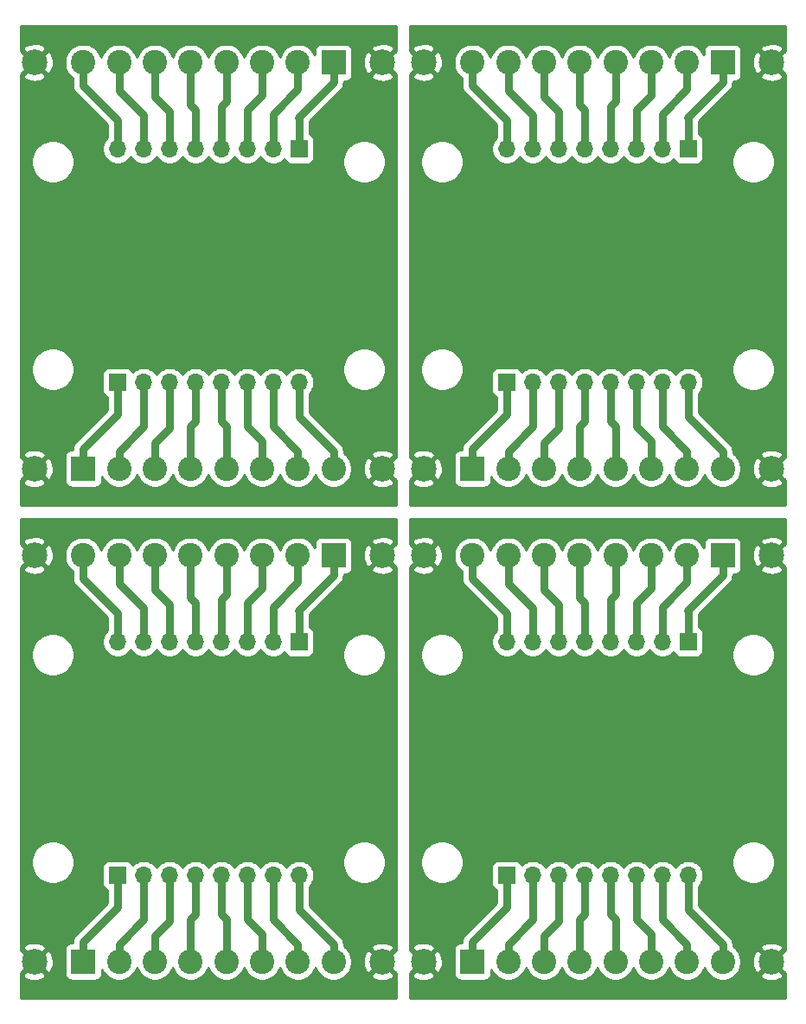
<source format=gbr>
G04 #@! TF.GenerationSoftware,KiCad,Pcbnew,5.1.5+dfsg1-2build2*
G04 #@! TF.CreationDate,2021-06-10T17:54:38-05:00*
G04 #@! TF.ProjectId,,58585858-5858-4585-9858-585858585858,rev?*
G04 #@! TF.SameCoordinates,Original*
G04 #@! TF.FileFunction,Copper,L1,Top*
G04 #@! TF.FilePolarity,Positive*
%FSLAX46Y46*%
G04 Gerber Fmt 4.6, Leading zero omitted, Abs format (unit mm)*
G04 Created by KiCad (PCBNEW 5.1.5+dfsg1-2build2) date 2021-06-10 17:54:38*
%MOMM*%
%LPD*%
G04 APERTURE LIST*
%ADD10C,2.499360*%
%ADD11R,1.700000X1.700000*%
%ADD12O,1.700000X1.700000*%
%ADD13R,2.400000X2.400000*%
%ADD14C,2.400000*%
%ADD15C,0.750000*%
%ADD16C,0.254000*%
G04 APERTURE END LIST*
D10*
X144682000Y-109596000D03*
X106582000Y-109596000D03*
X144682000Y-61336000D03*
X144682000Y-149352000D03*
X106582000Y-149352000D03*
X144682000Y-101092000D03*
X178782000Y-149352000D03*
X140682000Y-149352000D03*
X178782000Y-101092000D03*
D11*
X170622000Y-118044000D03*
D12*
X168082000Y-118044000D03*
X165542000Y-118044000D03*
X163002000Y-118044000D03*
X160462000Y-118044000D03*
X157922000Y-118044000D03*
X155382000Y-118044000D03*
X152842000Y-118044000D03*
D11*
X132522000Y-118044000D03*
D12*
X129982000Y-118044000D03*
X127442000Y-118044000D03*
X124902000Y-118044000D03*
X122362000Y-118044000D03*
X119822000Y-118044000D03*
X117282000Y-118044000D03*
X114742000Y-118044000D03*
D11*
X170622000Y-69784000D03*
D12*
X168082000Y-69784000D03*
X165542000Y-69784000D03*
X163002000Y-69784000D03*
X160462000Y-69784000D03*
X157922000Y-69784000D03*
X155382000Y-69784000D03*
X152842000Y-69784000D03*
D11*
X152842000Y-140904000D03*
D12*
X155382000Y-140904000D03*
X157922000Y-140904000D03*
X160462000Y-140904000D03*
X163002000Y-140904000D03*
X165542000Y-140904000D03*
X168082000Y-140904000D03*
X170622000Y-140904000D03*
D11*
X114742000Y-140904000D03*
D12*
X117282000Y-140904000D03*
X119822000Y-140904000D03*
X122362000Y-140904000D03*
X124902000Y-140904000D03*
X127442000Y-140904000D03*
X129982000Y-140904000D03*
X132522000Y-140904000D03*
D11*
X152842000Y-92644000D03*
D12*
X155382000Y-92644000D03*
X157922000Y-92644000D03*
X160462000Y-92644000D03*
X163002000Y-92644000D03*
X165542000Y-92644000D03*
X168082000Y-92644000D03*
X170622000Y-92644000D03*
D13*
X173982000Y-109596000D03*
D14*
X170482000Y-109596000D03*
X166982000Y-109596000D03*
X163482000Y-109596000D03*
X159982000Y-109596000D03*
X156482000Y-109596000D03*
X152982000Y-109596000D03*
X149482000Y-109596000D03*
D13*
X135882000Y-109596000D03*
D14*
X132382000Y-109596000D03*
X128882000Y-109596000D03*
X125382000Y-109596000D03*
X121882000Y-109596000D03*
X118382000Y-109596000D03*
X114882000Y-109596000D03*
X111382000Y-109596000D03*
D13*
X173982000Y-61336000D03*
D14*
X170482000Y-61336000D03*
X166982000Y-61336000D03*
X163482000Y-61336000D03*
X159982000Y-61336000D03*
X156482000Y-61336000D03*
X152982000Y-61336000D03*
X149482000Y-61336000D03*
D13*
X149482000Y-149352000D03*
D14*
X152982000Y-149352000D03*
X156482000Y-149352000D03*
X159982000Y-149352000D03*
X163482000Y-149352000D03*
X166982000Y-149352000D03*
X170482000Y-149352000D03*
X173982000Y-149352000D03*
D13*
X111382000Y-149352000D03*
D14*
X114882000Y-149352000D03*
X118382000Y-149352000D03*
X121882000Y-149352000D03*
X125382000Y-149352000D03*
X128882000Y-149352000D03*
X132382000Y-149352000D03*
X135882000Y-149352000D03*
D13*
X149482000Y-101092000D03*
D14*
X152982000Y-101092000D03*
X156482000Y-101092000D03*
X159982000Y-101092000D03*
X163482000Y-101092000D03*
X166982000Y-101092000D03*
X170482000Y-101092000D03*
X173982000Y-101092000D03*
D10*
X178782000Y-109596000D03*
X140682000Y-109596000D03*
X178782000Y-61336000D03*
D12*
X114742000Y-69784000D03*
X117282000Y-69784000D03*
X119822000Y-69784000D03*
X122362000Y-69784000D03*
X124902000Y-69784000D03*
X127442000Y-69784000D03*
X129982000Y-69784000D03*
D11*
X132522000Y-69784000D03*
D12*
X132522000Y-92644000D03*
X129982000Y-92644000D03*
X127442000Y-92644000D03*
X124902000Y-92644000D03*
X122362000Y-92644000D03*
X119822000Y-92644000D03*
X117282000Y-92644000D03*
D11*
X114742000Y-92644000D03*
D14*
X111382000Y-61336000D03*
X114882000Y-61336000D03*
X118382000Y-61336000D03*
X121882000Y-61336000D03*
X125382000Y-61336000D03*
X128882000Y-61336000D03*
X132382000Y-61336000D03*
D13*
X135882000Y-61336000D03*
D14*
X135882000Y-101092000D03*
X132382000Y-101092000D03*
X128882000Y-101092000D03*
X125382000Y-101092000D03*
X121882000Y-101092000D03*
X118382000Y-101092000D03*
X114882000Y-101092000D03*
D13*
X111382000Y-101092000D03*
D10*
X140682000Y-61336000D03*
X140682000Y-101092000D03*
X106582000Y-61336000D03*
X106582000Y-101092000D03*
D15*
X132522000Y-96034944D02*
X132522000Y-92644000D01*
X135882000Y-99394944D02*
X132522000Y-96034944D01*
X135882000Y-101092000D02*
X135882000Y-99394944D01*
X173982000Y-101092000D02*
X173982000Y-99394944D01*
X135882000Y-149352000D02*
X135882000Y-147654944D01*
X173982000Y-149352000D02*
X173982000Y-147654944D01*
X173982000Y-99394944D02*
X170622000Y-96034944D01*
X135882000Y-147654944D02*
X132522000Y-144294944D01*
X173982000Y-147654944D02*
X170622000Y-144294944D01*
X170622000Y-96034944D02*
X170622000Y-92644000D01*
X132522000Y-144294944D02*
X132522000Y-140904000D01*
X170622000Y-144294944D02*
X170622000Y-140904000D01*
X129982000Y-96994944D02*
X129982000Y-92644000D01*
X132382000Y-99394944D02*
X129982000Y-96994944D01*
X132382000Y-101092000D02*
X132382000Y-99394944D01*
X168082000Y-96994944D02*
X168082000Y-92644000D01*
X129982000Y-145254944D02*
X129982000Y-140904000D01*
X168082000Y-145254944D02*
X168082000Y-140904000D01*
X170482000Y-101092000D02*
X170482000Y-99394944D01*
X132382000Y-149352000D02*
X132382000Y-147654944D01*
X170482000Y-149352000D02*
X170482000Y-147654944D01*
X170482000Y-99394944D02*
X168082000Y-96994944D01*
X132382000Y-147654944D02*
X129982000Y-145254944D01*
X170482000Y-147654944D02*
X168082000Y-145254944D01*
X128882000Y-101092000D02*
X128882000Y-98402000D01*
X127442000Y-96962000D02*
X127442000Y-92644000D01*
X128882000Y-98402000D02*
X127442000Y-96962000D01*
X166982000Y-98402000D02*
X165542000Y-96962000D01*
X128882000Y-146662000D02*
X127442000Y-145222000D01*
X166982000Y-146662000D02*
X165542000Y-145222000D01*
X166982000Y-101092000D02*
X166982000Y-98402000D01*
X128882000Y-149352000D02*
X128882000Y-146662000D01*
X166982000Y-149352000D02*
X166982000Y-146662000D01*
X165542000Y-96962000D02*
X165542000Y-92644000D01*
X127442000Y-145222000D02*
X127442000Y-140904000D01*
X165542000Y-145222000D02*
X165542000Y-140904000D01*
X125382000Y-101092000D02*
X125382000Y-96934000D01*
X124902000Y-96454000D02*
X124902000Y-92644000D01*
X125382000Y-96934000D02*
X124902000Y-96454000D01*
X163002000Y-96454000D02*
X163002000Y-92644000D01*
X124902000Y-144714000D02*
X124902000Y-140904000D01*
X163002000Y-144714000D02*
X163002000Y-140904000D01*
X163482000Y-101092000D02*
X163482000Y-96934000D01*
X125382000Y-149352000D02*
X125382000Y-145194000D01*
X163482000Y-149352000D02*
X163482000Y-145194000D01*
X163482000Y-96934000D02*
X163002000Y-96454000D01*
X125382000Y-145194000D02*
X124902000Y-144714000D01*
X163482000Y-145194000D02*
X163002000Y-144714000D01*
X121882000Y-101092000D02*
X121882000Y-96939000D01*
X122362000Y-96459000D02*
X122362000Y-92644000D01*
X121882000Y-96939000D02*
X122362000Y-96459000D01*
X160462000Y-96459000D02*
X160462000Y-92644000D01*
X122362000Y-144719000D02*
X122362000Y-140904000D01*
X160462000Y-144719000D02*
X160462000Y-140904000D01*
X159982000Y-101092000D02*
X159982000Y-96939000D01*
X121882000Y-149352000D02*
X121882000Y-145199000D01*
X159982000Y-149352000D02*
X159982000Y-145199000D01*
X159982000Y-96939000D02*
X160462000Y-96459000D01*
X121882000Y-145199000D02*
X122362000Y-144719000D01*
X159982000Y-145199000D02*
X160462000Y-144719000D01*
X118382000Y-101092000D02*
X118382000Y-98534000D01*
X119822000Y-97094000D02*
X119822000Y-92644000D01*
X118382000Y-98534000D02*
X119822000Y-97094000D01*
X157922000Y-97094000D02*
X157922000Y-92644000D01*
X119822000Y-145354000D02*
X119822000Y-140904000D01*
X157922000Y-145354000D02*
X157922000Y-140904000D01*
X156482000Y-101092000D02*
X156482000Y-98534000D01*
X118382000Y-149352000D02*
X118382000Y-146794000D01*
X156482000Y-149352000D02*
X156482000Y-146794000D01*
X156482000Y-98534000D02*
X157922000Y-97094000D01*
X118382000Y-146794000D02*
X119822000Y-145354000D01*
X156482000Y-146794000D02*
X157922000Y-145354000D01*
X117282000Y-96994944D02*
X117282000Y-92644000D01*
X114882000Y-99394944D02*
X117282000Y-96994944D01*
X114882000Y-101092000D02*
X114882000Y-99394944D01*
X155382000Y-96994944D02*
X155382000Y-92644000D01*
X117282000Y-145254944D02*
X117282000Y-140904000D01*
X155382000Y-145254944D02*
X155382000Y-140904000D01*
X152982000Y-99394944D02*
X155382000Y-96994944D01*
X114882000Y-147654944D02*
X117282000Y-145254944D01*
X152982000Y-147654944D02*
X155382000Y-145254944D01*
X152982000Y-101092000D02*
X152982000Y-99394944D01*
X114882000Y-149352000D02*
X114882000Y-147654944D01*
X152982000Y-149352000D02*
X152982000Y-147654944D01*
X114742000Y-95782000D02*
X114742000Y-92644000D01*
X111382000Y-99142000D02*
X114742000Y-95782000D01*
X111382000Y-101092000D02*
X111382000Y-99142000D01*
X149482000Y-99142000D02*
X152842000Y-95782000D01*
X111382000Y-147402000D02*
X114742000Y-144042000D01*
X149482000Y-147402000D02*
X152842000Y-144042000D01*
X152842000Y-95782000D02*
X152842000Y-92644000D01*
X114742000Y-144042000D02*
X114742000Y-140904000D01*
X152842000Y-144042000D02*
X152842000Y-140904000D01*
X149482000Y-101092000D02*
X149482000Y-99142000D01*
X111382000Y-149352000D02*
X111382000Y-147402000D01*
X149482000Y-149352000D02*
X149482000Y-147402000D01*
X111382000Y-61336000D02*
X111382000Y-63630000D01*
X114742000Y-66990000D02*
X114742000Y-69784000D01*
X111382000Y-63630000D02*
X114742000Y-66990000D01*
X152842000Y-66990000D02*
X152842000Y-69784000D01*
X114742000Y-115250000D02*
X114742000Y-118044000D01*
X152842000Y-115250000D02*
X152842000Y-118044000D01*
X149482000Y-63630000D02*
X152842000Y-66990000D01*
X111382000Y-111890000D02*
X114742000Y-115250000D01*
X149482000Y-111890000D02*
X152842000Y-115250000D01*
X149482000Y-61336000D02*
X149482000Y-63630000D01*
X111382000Y-109596000D02*
X111382000Y-111890000D01*
X149482000Y-109596000D02*
X149482000Y-111890000D01*
X114882000Y-61336000D02*
X114882000Y-64082000D01*
X117282000Y-66482000D02*
X117282000Y-69784000D01*
X114882000Y-64082000D02*
X117282000Y-66482000D01*
X152982000Y-64082000D02*
X155382000Y-66482000D01*
X114882000Y-112342000D02*
X117282000Y-114742000D01*
X152982000Y-112342000D02*
X155382000Y-114742000D01*
X155382000Y-66482000D02*
X155382000Y-69784000D01*
X117282000Y-114742000D02*
X117282000Y-118044000D01*
X155382000Y-114742000D02*
X155382000Y-118044000D01*
X152982000Y-61336000D02*
X152982000Y-64082000D01*
X114882000Y-109596000D02*
X114882000Y-112342000D01*
X152982000Y-109596000D02*
X152982000Y-112342000D01*
X118382000Y-61336000D02*
X118382000Y-64661000D01*
X119822000Y-66101000D02*
X119822000Y-69784000D01*
X118382000Y-64661000D02*
X119822000Y-66101000D01*
X157922000Y-66101000D02*
X157922000Y-69784000D01*
X119822000Y-114361000D02*
X119822000Y-118044000D01*
X157922000Y-114361000D02*
X157922000Y-118044000D01*
X156482000Y-61336000D02*
X156482000Y-64661000D01*
X118382000Y-109596000D02*
X118382000Y-112921000D01*
X156482000Y-109596000D02*
X156482000Y-112921000D01*
X156482000Y-64661000D02*
X157922000Y-66101000D01*
X118382000Y-112921000D02*
X119822000Y-114361000D01*
X156482000Y-112921000D02*
X157922000Y-114361000D01*
X121882000Y-61336000D02*
X121882000Y-65494000D01*
X122362000Y-65974000D02*
X122362000Y-69784000D01*
X121882000Y-65494000D02*
X122362000Y-65974000D01*
X159982000Y-61336000D02*
X159982000Y-65494000D01*
X121882000Y-109596000D02*
X121882000Y-113754000D01*
X159982000Y-109596000D02*
X159982000Y-113754000D01*
X159982000Y-65494000D02*
X160462000Y-65974000D01*
X121882000Y-113754000D02*
X122362000Y-114234000D01*
X159982000Y-113754000D02*
X160462000Y-114234000D01*
X160462000Y-65974000D02*
X160462000Y-69784000D01*
X122362000Y-114234000D02*
X122362000Y-118044000D01*
X160462000Y-114234000D02*
X160462000Y-118044000D01*
X125382000Y-61336000D02*
X125382000Y-65118000D01*
X124902000Y-65598000D02*
X124902000Y-69784000D01*
X125382000Y-65118000D02*
X124902000Y-65598000D01*
X163002000Y-65598000D02*
X163002000Y-69784000D01*
X124902000Y-113858000D02*
X124902000Y-118044000D01*
X163002000Y-113858000D02*
X163002000Y-118044000D01*
X163482000Y-65118000D02*
X163002000Y-65598000D01*
X125382000Y-113378000D02*
X124902000Y-113858000D01*
X163482000Y-113378000D02*
X163002000Y-113858000D01*
X163482000Y-61336000D02*
X163482000Y-65118000D01*
X125382000Y-109596000D02*
X125382000Y-113378000D01*
X163482000Y-109596000D02*
X163482000Y-113378000D01*
X128882000Y-61336000D02*
X128882000Y-64539000D01*
X127442000Y-65979000D02*
X127442000Y-69784000D01*
X128882000Y-64539000D02*
X127442000Y-65979000D01*
X165542000Y-65979000D02*
X165542000Y-69784000D01*
X127442000Y-114239000D02*
X127442000Y-118044000D01*
X165542000Y-114239000D02*
X165542000Y-118044000D01*
X166982000Y-61336000D02*
X166982000Y-64539000D01*
X128882000Y-109596000D02*
X128882000Y-112799000D01*
X166982000Y-109596000D02*
X166982000Y-112799000D01*
X166982000Y-64539000D02*
X165542000Y-65979000D01*
X128882000Y-112799000D02*
X127442000Y-114239000D01*
X166982000Y-112799000D02*
X165542000Y-114239000D01*
X132382000Y-61336000D02*
X132382000Y-63960000D01*
X129982000Y-66360000D02*
X129982000Y-69784000D01*
X132382000Y-63960000D02*
X129982000Y-66360000D01*
X170482000Y-63960000D02*
X168082000Y-66360000D01*
X132382000Y-112220000D02*
X129982000Y-114620000D01*
X170482000Y-112220000D02*
X168082000Y-114620000D01*
X170482000Y-61336000D02*
X170482000Y-63960000D01*
X132382000Y-109596000D02*
X132382000Y-112220000D01*
X170482000Y-109596000D02*
X170482000Y-112220000D01*
X168082000Y-66360000D02*
X168082000Y-69784000D01*
X129982000Y-114620000D02*
X129982000Y-118044000D01*
X168082000Y-114620000D02*
X168082000Y-118044000D01*
X135882000Y-63286000D02*
X132461000Y-66707000D01*
X135882000Y-61336000D02*
X135882000Y-63286000D01*
X132522000Y-66768000D02*
X132522000Y-69784000D01*
X132461000Y-66707000D02*
X132522000Y-66768000D01*
X173982000Y-63286000D02*
X170561000Y-66707000D01*
X135882000Y-111546000D02*
X132461000Y-114967000D01*
X173982000Y-111546000D02*
X170561000Y-114967000D01*
X173982000Y-61336000D02*
X173982000Y-63286000D01*
X135882000Y-109596000D02*
X135882000Y-111546000D01*
X173982000Y-109596000D02*
X173982000Y-111546000D01*
X170561000Y-66707000D02*
X170622000Y-66768000D01*
X132461000Y-114967000D02*
X132522000Y-115028000D01*
X170561000Y-114967000D02*
X170622000Y-115028000D01*
X170622000Y-66768000D02*
X170622000Y-69784000D01*
X132522000Y-115028000D02*
X132522000Y-118044000D01*
X170622000Y-115028000D02*
X170622000Y-118044000D01*
D16*
G36*
X142022000Y-60213787D02*
G01*
X141995377Y-60202229D01*
X140861605Y-61336000D01*
X141995377Y-62469771D01*
X142022000Y-62458213D01*
X142022001Y-99969788D01*
X141995377Y-99958229D01*
X140861605Y-101092000D01*
X141995377Y-102225771D01*
X142022001Y-102214212D01*
X142022001Y-104684000D01*
X105242000Y-104684000D01*
X105242000Y-102405377D01*
X105448229Y-102405377D01*
X105574104Y-102695315D01*
X105906262Y-102861139D01*
X106264387Y-102958975D01*
X106634719Y-102985065D01*
X107003025Y-102938405D01*
X107355151Y-102820789D01*
X107589896Y-102695315D01*
X107715771Y-102405377D01*
X106582000Y-101271605D01*
X105448229Y-102405377D01*
X105242000Y-102405377D01*
X105242000Y-102214213D01*
X105268623Y-102225771D01*
X106402395Y-101092000D01*
X106761605Y-101092000D01*
X107895377Y-102225771D01*
X108185315Y-102099896D01*
X108351139Y-101767738D01*
X108448975Y-101409613D01*
X108475065Y-101039281D01*
X108428405Y-100670975D01*
X108310789Y-100318849D01*
X108185315Y-100084104D01*
X107895377Y-99958229D01*
X106761605Y-101092000D01*
X106402395Y-101092000D01*
X105268623Y-99958229D01*
X105242000Y-99969787D01*
X105242000Y-99778623D01*
X105448229Y-99778623D01*
X106582000Y-100912395D01*
X107602394Y-99892000D01*
X109543928Y-99892000D01*
X109543928Y-102292000D01*
X109556188Y-102416482D01*
X109592498Y-102536180D01*
X109651463Y-102646494D01*
X109730815Y-102743185D01*
X109827506Y-102822537D01*
X109937820Y-102881502D01*
X110057518Y-102917812D01*
X110182000Y-102930072D01*
X112582000Y-102930072D01*
X112706482Y-102917812D01*
X112826180Y-102881502D01*
X112936494Y-102822537D01*
X113033185Y-102743185D01*
X113112537Y-102646494D01*
X113171502Y-102536180D01*
X113207812Y-102416482D01*
X113220072Y-102292000D01*
X113220072Y-101874838D01*
X113255844Y-101961199D01*
X113456662Y-102261744D01*
X113712256Y-102517338D01*
X114012801Y-102718156D01*
X114346750Y-102856482D01*
X114701268Y-102927000D01*
X115062732Y-102927000D01*
X115417250Y-102856482D01*
X115751199Y-102718156D01*
X116051744Y-102517338D01*
X116307338Y-102261744D01*
X116508156Y-101961199D01*
X116632000Y-101662213D01*
X116755844Y-101961199D01*
X116956662Y-102261744D01*
X117212256Y-102517338D01*
X117512801Y-102718156D01*
X117846750Y-102856482D01*
X118201268Y-102927000D01*
X118562732Y-102927000D01*
X118917250Y-102856482D01*
X119251199Y-102718156D01*
X119551744Y-102517338D01*
X119807338Y-102261744D01*
X120008156Y-101961199D01*
X120132000Y-101662213D01*
X120255844Y-101961199D01*
X120456662Y-102261744D01*
X120712256Y-102517338D01*
X121012801Y-102718156D01*
X121346750Y-102856482D01*
X121701268Y-102927000D01*
X122062732Y-102927000D01*
X122417250Y-102856482D01*
X122751199Y-102718156D01*
X123051744Y-102517338D01*
X123307338Y-102261744D01*
X123508156Y-101961199D01*
X123632000Y-101662213D01*
X123755844Y-101961199D01*
X123956662Y-102261744D01*
X124212256Y-102517338D01*
X124512801Y-102718156D01*
X124846750Y-102856482D01*
X125201268Y-102927000D01*
X125562732Y-102927000D01*
X125917250Y-102856482D01*
X126251199Y-102718156D01*
X126551744Y-102517338D01*
X126807338Y-102261744D01*
X127008156Y-101961199D01*
X127132000Y-101662213D01*
X127255844Y-101961199D01*
X127456662Y-102261744D01*
X127712256Y-102517338D01*
X128012801Y-102718156D01*
X128346750Y-102856482D01*
X128701268Y-102927000D01*
X129062732Y-102927000D01*
X129417250Y-102856482D01*
X129751199Y-102718156D01*
X130051744Y-102517338D01*
X130307338Y-102261744D01*
X130508156Y-101961199D01*
X130632000Y-101662213D01*
X130755844Y-101961199D01*
X130956662Y-102261744D01*
X131212256Y-102517338D01*
X131512801Y-102718156D01*
X131846750Y-102856482D01*
X132201268Y-102927000D01*
X132562732Y-102927000D01*
X132917250Y-102856482D01*
X133251199Y-102718156D01*
X133551744Y-102517338D01*
X133807338Y-102261744D01*
X134008156Y-101961199D01*
X134132000Y-101662213D01*
X134255844Y-101961199D01*
X134456662Y-102261744D01*
X134712256Y-102517338D01*
X135012801Y-102718156D01*
X135346750Y-102856482D01*
X135701268Y-102927000D01*
X136062732Y-102927000D01*
X136417250Y-102856482D01*
X136751199Y-102718156D01*
X137051744Y-102517338D01*
X137163705Y-102405377D01*
X139548229Y-102405377D01*
X139674104Y-102695315D01*
X140006262Y-102861139D01*
X140364387Y-102958975D01*
X140734719Y-102985065D01*
X141103025Y-102938405D01*
X141455151Y-102820789D01*
X141689896Y-102695315D01*
X141815771Y-102405377D01*
X140682000Y-101271605D01*
X139548229Y-102405377D01*
X137163705Y-102405377D01*
X137307338Y-102261744D01*
X137508156Y-101961199D01*
X137646482Y-101627250D01*
X137717000Y-101272732D01*
X137717000Y-101144719D01*
X138788935Y-101144719D01*
X138835595Y-101513025D01*
X138953211Y-101865151D01*
X139078685Y-102099896D01*
X139368623Y-102225771D01*
X140502395Y-101092000D01*
X139368623Y-99958229D01*
X139078685Y-100084104D01*
X138912861Y-100416262D01*
X138815025Y-100774387D01*
X138788935Y-101144719D01*
X137717000Y-101144719D01*
X137717000Y-100911268D01*
X137646482Y-100556750D01*
X137508156Y-100222801D01*
X137307338Y-99922256D01*
X137163705Y-99778623D01*
X139548229Y-99778623D01*
X140682000Y-100912395D01*
X141815771Y-99778623D01*
X141689896Y-99488685D01*
X141357738Y-99322861D01*
X140999613Y-99225025D01*
X140629281Y-99198935D01*
X140260975Y-99245595D01*
X139908849Y-99363211D01*
X139674104Y-99488685D01*
X139548229Y-99778623D01*
X137163705Y-99778623D01*
X137051744Y-99666662D01*
X136892000Y-99559924D01*
X136892000Y-99444552D01*
X136896886Y-99394944D01*
X136877385Y-99196949D01*
X136819632Y-99006564D01*
X136725846Y-98831103D01*
X136631256Y-98715844D01*
X136599633Y-98677311D01*
X136561100Y-98645688D01*
X133532000Y-95616589D01*
X133532000Y-93734107D01*
X133675475Y-93590632D01*
X133837990Y-93347411D01*
X133949932Y-93077158D01*
X134007000Y-92790260D01*
X134007000Y-92497740D01*
X133949932Y-92210842D01*
X133837990Y-91940589D01*
X133675475Y-91697368D01*
X133468632Y-91490525D01*
X133225411Y-91328010D01*
X132955158Y-91216068D01*
X132691994Y-91163721D01*
X136737000Y-91163721D01*
X136737000Y-91584279D01*
X136819047Y-91996756D01*
X136979988Y-92385302D01*
X137213637Y-92734983D01*
X137511017Y-93032363D01*
X137860698Y-93266012D01*
X138249244Y-93426953D01*
X138661721Y-93509000D01*
X139082279Y-93509000D01*
X139494756Y-93426953D01*
X139883302Y-93266012D01*
X140232983Y-93032363D01*
X140530363Y-92734983D01*
X140764012Y-92385302D01*
X140924953Y-91996756D01*
X141007000Y-91584279D01*
X141007000Y-91163721D01*
X140924953Y-90751244D01*
X140764012Y-90362698D01*
X140530363Y-90013017D01*
X140232983Y-89715637D01*
X139883302Y-89481988D01*
X139494756Y-89321047D01*
X139082279Y-89239000D01*
X138661721Y-89239000D01*
X138249244Y-89321047D01*
X137860698Y-89481988D01*
X137511017Y-89715637D01*
X137213637Y-90013017D01*
X136979988Y-90362698D01*
X136819047Y-90751244D01*
X136737000Y-91163721D01*
X132691994Y-91163721D01*
X132668260Y-91159000D01*
X132375740Y-91159000D01*
X132088842Y-91216068D01*
X131818589Y-91328010D01*
X131575368Y-91490525D01*
X131368525Y-91697368D01*
X131252000Y-91871760D01*
X131135475Y-91697368D01*
X130928632Y-91490525D01*
X130685411Y-91328010D01*
X130415158Y-91216068D01*
X130128260Y-91159000D01*
X129835740Y-91159000D01*
X129548842Y-91216068D01*
X129278589Y-91328010D01*
X129035368Y-91490525D01*
X128828525Y-91697368D01*
X128712000Y-91871760D01*
X128595475Y-91697368D01*
X128388632Y-91490525D01*
X128145411Y-91328010D01*
X127875158Y-91216068D01*
X127588260Y-91159000D01*
X127295740Y-91159000D01*
X127008842Y-91216068D01*
X126738589Y-91328010D01*
X126495368Y-91490525D01*
X126288525Y-91697368D01*
X126172000Y-91871760D01*
X126055475Y-91697368D01*
X125848632Y-91490525D01*
X125605411Y-91328010D01*
X125335158Y-91216068D01*
X125048260Y-91159000D01*
X124755740Y-91159000D01*
X124468842Y-91216068D01*
X124198589Y-91328010D01*
X123955368Y-91490525D01*
X123748525Y-91697368D01*
X123632000Y-91871760D01*
X123515475Y-91697368D01*
X123308632Y-91490525D01*
X123065411Y-91328010D01*
X122795158Y-91216068D01*
X122508260Y-91159000D01*
X122215740Y-91159000D01*
X121928842Y-91216068D01*
X121658589Y-91328010D01*
X121415368Y-91490525D01*
X121208525Y-91697368D01*
X121092000Y-91871760D01*
X120975475Y-91697368D01*
X120768632Y-91490525D01*
X120525411Y-91328010D01*
X120255158Y-91216068D01*
X119968260Y-91159000D01*
X119675740Y-91159000D01*
X119388842Y-91216068D01*
X119118589Y-91328010D01*
X118875368Y-91490525D01*
X118668525Y-91697368D01*
X118552000Y-91871760D01*
X118435475Y-91697368D01*
X118228632Y-91490525D01*
X117985411Y-91328010D01*
X117715158Y-91216068D01*
X117428260Y-91159000D01*
X117135740Y-91159000D01*
X116848842Y-91216068D01*
X116578589Y-91328010D01*
X116335368Y-91490525D01*
X116203513Y-91622380D01*
X116181502Y-91549820D01*
X116122537Y-91439506D01*
X116043185Y-91342815D01*
X115946494Y-91263463D01*
X115836180Y-91204498D01*
X115716482Y-91168188D01*
X115592000Y-91155928D01*
X113892000Y-91155928D01*
X113767518Y-91168188D01*
X113647820Y-91204498D01*
X113537506Y-91263463D01*
X113440815Y-91342815D01*
X113361463Y-91439506D01*
X113302498Y-91549820D01*
X113266188Y-91669518D01*
X113253928Y-91794000D01*
X113253928Y-93494000D01*
X113266188Y-93618482D01*
X113302498Y-93738180D01*
X113361463Y-93848494D01*
X113440815Y-93945185D01*
X113537506Y-94024537D01*
X113647820Y-94083502D01*
X113732001Y-94109038D01*
X113732000Y-95363644D01*
X110702901Y-98392744D01*
X110664368Y-98424367D01*
X110632745Y-98462900D01*
X110632744Y-98462901D01*
X110538154Y-98578160D01*
X110444368Y-98753621D01*
X110386615Y-98944006D01*
X110367114Y-99142000D01*
X110372001Y-99191617D01*
X110372001Y-99253928D01*
X110182000Y-99253928D01*
X110057518Y-99266188D01*
X109937820Y-99302498D01*
X109827506Y-99361463D01*
X109730815Y-99440815D01*
X109651463Y-99537506D01*
X109592498Y-99647820D01*
X109556188Y-99767518D01*
X109543928Y-99892000D01*
X107602394Y-99892000D01*
X107715771Y-99778623D01*
X107589896Y-99488685D01*
X107257738Y-99322861D01*
X106899613Y-99225025D01*
X106529281Y-99198935D01*
X106160975Y-99245595D01*
X105808849Y-99363211D01*
X105574104Y-99488685D01*
X105448229Y-99778623D01*
X105242000Y-99778623D01*
X105242000Y-91163721D01*
X106257000Y-91163721D01*
X106257000Y-91584279D01*
X106339047Y-91996756D01*
X106499988Y-92385302D01*
X106733637Y-92734983D01*
X107031017Y-93032363D01*
X107380698Y-93266012D01*
X107769244Y-93426953D01*
X108181721Y-93509000D01*
X108602279Y-93509000D01*
X109014756Y-93426953D01*
X109403302Y-93266012D01*
X109752983Y-93032363D01*
X110050363Y-92734983D01*
X110284012Y-92385302D01*
X110444953Y-91996756D01*
X110527000Y-91584279D01*
X110527000Y-91163721D01*
X110444953Y-90751244D01*
X110284012Y-90362698D01*
X110050363Y-90013017D01*
X109752983Y-89715637D01*
X109403302Y-89481988D01*
X109014756Y-89321047D01*
X108602279Y-89239000D01*
X108181721Y-89239000D01*
X107769244Y-89321047D01*
X107380698Y-89481988D01*
X107031017Y-89715637D01*
X106733637Y-90013017D01*
X106499988Y-90362698D01*
X106339047Y-90751244D01*
X106257000Y-91163721D01*
X105242000Y-91163721D01*
X105242000Y-70843721D01*
X106257000Y-70843721D01*
X106257000Y-71264279D01*
X106339047Y-71676756D01*
X106499988Y-72065302D01*
X106733637Y-72414983D01*
X107031017Y-72712363D01*
X107380698Y-72946012D01*
X107769244Y-73106953D01*
X108181721Y-73189000D01*
X108602279Y-73189000D01*
X109014756Y-73106953D01*
X109403302Y-72946012D01*
X109752983Y-72712363D01*
X110050363Y-72414983D01*
X110284012Y-72065302D01*
X110444953Y-71676756D01*
X110527000Y-71264279D01*
X110527000Y-70843721D01*
X110444953Y-70431244D01*
X110284012Y-70042698D01*
X110050363Y-69693017D01*
X109752983Y-69395637D01*
X109403302Y-69161988D01*
X109014756Y-69001047D01*
X108602279Y-68919000D01*
X108181721Y-68919000D01*
X107769244Y-69001047D01*
X107380698Y-69161988D01*
X107031017Y-69395637D01*
X106733637Y-69693017D01*
X106499988Y-70042698D01*
X106339047Y-70431244D01*
X106257000Y-70843721D01*
X105242000Y-70843721D01*
X105242000Y-62649377D01*
X105448229Y-62649377D01*
X105574104Y-62939315D01*
X105906262Y-63105139D01*
X106264387Y-63202975D01*
X106634719Y-63229065D01*
X107003025Y-63182405D01*
X107355151Y-63064789D01*
X107589896Y-62939315D01*
X107715771Y-62649377D01*
X106582000Y-61515605D01*
X105448229Y-62649377D01*
X105242000Y-62649377D01*
X105242000Y-62458213D01*
X105268623Y-62469771D01*
X106402395Y-61336000D01*
X106761605Y-61336000D01*
X107895377Y-62469771D01*
X108185315Y-62343896D01*
X108351139Y-62011738D01*
X108448975Y-61653613D01*
X108475065Y-61283281D01*
X108458848Y-61155268D01*
X109547000Y-61155268D01*
X109547000Y-61516732D01*
X109617518Y-61871250D01*
X109755844Y-62205199D01*
X109956662Y-62505744D01*
X110212256Y-62761338D01*
X110372001Y-62868076D01*
X110372001Y-63580383D01*
X110367114Y-63630000D01*
X110386615Y-63827994D01*
X110444368Y-64018379D01*
X110538154Y-64193840D01*
X110602808Y-64272621D01*
X110664368Y-64347633D01*
X110702901Y-64379256D01*
X113732000Y-67408356D01*
X113732001Y-68693892D01*
X113588525Y-68837368D01*
X113426010Y-69080589D01*
X113314068Y-69350842D01*
X113257000Y-69637740D01*
X113257000Y-69930260D01*
X113314068Y-70217158D01*
X113426010Y-70487411D01*
X113588525Y-70730632D01*
X113795368Y-70937475D01*
X114038589Y-71099990D01*
X114308842Y-71211932D01*
X114595740Y-71269000D01*
X114888260Y-71269000D01*
X115175158Y-71211932D01*
X115445411Y-71099990D01*
X115688632Y-70937475D01*
X115895475Y-70730632D01*
X116012000Y-70556240D01*
X116128525Y-70730632D01*
X116335368Y-70937475D01*
X116578589Y-71099990D01*
X116848842Y-71211932D01*
X117135740Y-71269000D01*
X117428260Y-71269000D01*
X117715158Y-71211932D01*
X117985411Y-71099990D01*
X118228632Y-70937475D01*
X118435475Y-70730632D01*
X118552000Y-70556240D01*
X118668525Y-70730632D01*
X118875368Y-70937475D01*
X119118589Y-71099990D01*
X119388842Y-71211932D01*
X119675740Y-71269000D01*
X119968260Y-71269000D01*
X120255158Y-71211932D01*
X120525411Y-71099990D01*
X120768632Y-70937475D01*
X120975475Y-70730632D01*
X121092000Y-70556240D01*
X121208525Y-70730632D01*
X121415368Y-70937475D01*
X121658589Y-71099990D01*
X121928842Y-71211932D01*
X122215740Y-71269000D01*
X122508260Y-71269000D01*
X122795158Y-71211932D01*
X123065411Y-71099990D01*
X123308632Y-70937475D01*
X123515475Y-70730632D01*
X123632000Y-70556240D01*
X123748525Y-70730632D01*
X123955368Y-70937475D01*
X124198589Y-71099990D01*
X124468842Y-71211932D01*
X124755740Y-71269000D01*
X125048260Y-71269000D01*
X125335158Y-71211932D01*
X125605411Y-71099990D01*
X125848632Y-70937475D01*
X126055475Y-70730632D01*
X126172000Y-70556240D01*
X126288525Y-70730632D01*
X126495368Y-70937475D01*
X126738589Y-71099990D01*
X127008842Y-71211932D01*
X127295740Y-71269000D01*
X127588260Y-71269000D01*
X127875158Y-71211932D01*
X128145411Y-71099990D01*
X128388632Y-70937475D01*
X128595475Y-70730632D01*
X128712000Y-70556240D01*
X128828525Y-70730632D01*
X129035368Y-70937475D01*
X129278589Y-71099990D01*
X129548842Y-71211932D01*
X129835740Y-71269000D01*
X130128260Y-71269000D01*
X130415158Y-71211932D01*
X130685411Y-71099990D01*
X130928632Y-70937475D01*
X131060487Y-70805620D01*
X131082498Y-70878180D01*
X131141463Y-70988494D01*
X131220815Y-71085185D01*
X131317506Y-71164537D01*
X131427820Y-71223502D01*
X131547518Y-71259812D01*
X131672000Y-71272072D01*
X133372000Y-71272072D01*
X133496482Y-71259812D01*
X133616180Y-71223502D01*
X133726494Y-71164537D01*
X133823185Y-71085185D01*
X133902537Y-70988494D01*
X133961502Y-70878180D01*
X133971955Y-70843721D01*
X136737000Y-70843721D01*
X136737000Y-71264279D01*
X136819047Y-71676756D01*
X136979988Y-72065302D01*
X137213637Y-72414983D01*
X137511017Y-72712363D01*
X137860698Y-72946012D01*
X138249244Y-73106953D01*
X138661721Y-73189000D01*
X139082279Y-73189000D01*
X139494756Y-73106953D01*
X139883302Y-72946012D01*
X140232983Y-72712363D01*
X140530363Y-72414983D01*
X140764012Y-72065302D01*
X140924953Y-71676756D01*
X141007000Y-71264279D01*
X141007000Y-70843721D01*
X140924953Y-70431244D01*
X140764012Y-70042698D01*
X140530363Y-69693017D01*
X140232983Y-69395637D01*
X139883302Y-69161988D01*
X139494756Y-69001047D01*
X139082279Y-68919000D01*
X138661721Y-68919000D01*
X138249244Y-69001047D01*
X137860698Y-69161988D01*
X137511017Y-69395637D01*
X137213637Y-69693017D01*
X136979988Y-70042698D01*
X136819047Y-70431244D01*
X136737000Y-70843721D01*
X133971955Y-70843721D01*
X133997812Y-70758482D01*
X134010072Y-70634000D01*
X134010072Y-68934000D01*
X133997812Y-68809518D01*
X133961502Y-68689820D01*
X133902537Y-68579506D01*
X133823185Y-68482815D01*
X133726494Y-68403463D01*
X133616180Y-68344498D01*
X133532000Y-68318962D01*
X133532000Y-67064355D01*
X136561100Y-64035256D01*
X136599633Y-64003633D01*
X136725847Y-63849840D01*
X136819632Y-63674380D01*
X136877385Y-63483994D01*
X136882506Y-63432006D01*
X136896886Y-63286000D01*
X136892000Y-63236392D01*
X136892000Y-63174072D01*
X137082000Y-63174072D01*
X137206482Y-63161812D01*
X137326180Y-63125502D01*
X137436494Y-63066537D01*
X137533185Y-62987185D01*
X137612537Y-62890494D01*
X137671502Y-62780180D01*
X137707812Y-62660482D01*
X137708905Y-62649377D01*
X139548229Y-62649377D01*
X139674104Y-62939315D01*
X140006262Y-63105139D01*
X140364387Y-63202975D01*
X140734719Y-63229065D01*
X141103025Y-63182405D01*
X141455151Y-63064789D01*
X141689896Y-62939315D01*
X141815771Y-62649377D01*
X140682000Y-61515605D01*
X139548229Y-62649377D01*
X137708905Y-62649377D01*
X137720072Y-62536000D01*
X137720072Y-61388719D01*
X138788935Y-61388719D01*
X138835595Y-61757025D01*
X138953211Y-62109151D01*
X139078685Y-62343896D01*
X139368623Y-62469771D01*
X140502395Y-61336000D01*
X139368623Y-60202229D01*
X139078685Y-60328104D01*
X138912861Y-60660262D01*
X138815025Y-61018387D01*
X138788935Y-61388719D01*
X137720072Y-61388719D01*
X137720072Y-60136000D01*
X137708906Y-60022623D01*
X139548229Y-60022623D01*
X140682000Y-61156395D01*
X141815771Y-60022623D01*
X141689896Y-59732685D01*
X141357738Y-59566861D01*
X140999613Y-59469025D01*
X140629281Y-59442935D01*
X140260975Y-59489595D01*
X139908849Y-59607211D01*
X139674104Y-59732685D01*
X139548229Y-60022623D01*
X137708906Y-60022623D01*
X137707812Y-60011518D01*
X137671502Y-59891820D01*
X137612537Y-59781506D01*
X137533185Y-59684815D01*
X137436494Y-59605463D01*
X137326180Y-59546498D01*
X137206482Y-59510188D01*
X137082000Y-59497928D01*
X134682000Y-59497928D01*
X134557518Y-59510188D01*
X134437820Y-59546498D01*
X134327506Y-59605463D01*
X134230815Y-59684815D01*
X134151463Y-59781506D01*
X134092498Y-59891820D01*
X134056188Y-60011518D01*
X134043928Y-60136000D01*
X134043928Y-60553162D01*
X134008156Y-60466801D01*
X133807338Y-60166256D01*
X133551744Y-59910662D01*
X133251199Y-59709844D01*
X132917250Y-59571518D01*
X132562732Y-59501000D01*
X132201268Y-59501000D01*
X131846750Y-59571518D01*
X131512801Y-59709844D01*
X131212256Y-59910662D01*
X130956662Y-60166256D01*
X130755844Y-60466801D01*
X130632000Y-60765787D01*
X130508156Y-60466801D01*
X130307338Y-60166256D01*
X130051744Y-59910662D01*
X129751199Y-59709844D01*
X129417250Y-59571518D01*
X129062732Y-59501000D01*
X128701268Y-59501000D01*
X128346750Y-59571518D01*
X128012801Y-59709844D01*
X127712256Y-59910662D01*
X127456662Y-60166256D01*
X127255844Y-60466801D01*
X127132000Y-60765787D01*
X127008156Y-60466801D01*
X126807338Y-60166256D01*
X126551744Y-59910662D01*
X126251199Y-59709844D01*
X125917250Y-59571518D01*
X125562732Y-59501000D01*
X125201268Y-59501000D01*
X124846750Y-59571518D01*
X124512801Y-59709844D01*
X124212256Y-59910662D01*
X123956662Y-60166256D01*
X123755844Y-60466801D01*
X123632000Y-60765787D01*
X123508156Y-60466801D01*
X123307338Y-60166256D01*
X123051744Y-59910662D01*
X122751199Y-59709844D01*
X122417250Y-59571518D01*
X122062732Y-59501000D01*
X121701268Y-59501000D01*
X121346750Y-59571518D01*
X121012801Y-59709844D01*
X120712256Y-59910662D01*
X120456662Y-60166256D01*
X120255844Y-60466801D01*
X120132000Y-60765787D01*
X120008156Y-60466801D01*
X119807338Y-60166256D01*
X119551744Y-59910662D01*
X119251199Y-59709844D01*
X118917250Y-59571518D01*
X118562732Y-59501000D01*
X118201268Y-59501000D01*
X117846750Y-59571518D01*
X117512801Y-59709844D01*
X117212256Y-59910662D01*
X116956662Y-60166256D01*
X116755844Y-60466801D01*
X116632000Y-60765787D01*
X116508156Y-60466801D01*
X116307338Y-60166256D01*
X116051744Y-59910662D01*
X115751199Y-59709844D01*
X115417250Y-59571518D01*
X115062732Y-59501000D01*
X114701268Y-59501000D01*
X114346750Y-59571518D01*
X114012801Y-59709844D01*
X113712256Y-59910662D01*
X113456662Y-60166256D01*
X113255844Y-60466801D01*
X113132000Y-60765787D01*
X113008156Y-60466801D01*
X112807338Y-60166256D01*
X112551744Y-59910662D01*
X112251199Y-59709844D01*
X111917250Y-59571518D01*
X111562732Y-59501000D01*
X111201268Y-59501000D01*
X110846750Y-59571518D01*
X110512801Y-59709844D01*
X110212256Y-59910662D01*
X109956662Y-60166256D01*
X109755844Y-60466801D01*
X109617518Y-60800750D01*
X109547000Y-61155268D01*
X108458848Y-61155268D01*
X108428405Y-60914975D01*
X108310789Y-60562849D01*
X108185315Y-60328104D01*
X107895377Y-60202229D01*
X106761605Y-61336000D01*
X106402395Y-61336000D01*
X105268623Y-60202229D01*
X105242000Y-60213787D01*
X105242000Y-60022623D01*
X105448229Y-60022623D01*
X106582000Y-61156395D01*
X107715771Y-60022623D01*
X107589896Y-59732685D01*
X107257738Y-59566861D01*
X106899613Y-59469025D01*
X106529281Y-59442935D01*
X106160975Y-59489595D01*
X105808849Y-59607211D01*
X105574104Y-59732685D01*
X105448229Y-60022623D01*
X105242000Y-60022623D01*
X105242000Y-57744000D01*
X142022000Y-57744000D01*
X142022000Y-60213787D01*
G37*
X142022000Y-60213787D02*
X141995377Y-60202229D01*
X140861605Y-61336000D01*
X141995377Y-62469771D01*
X142022000Y-62458213D01*
X142022001Y-99969788D01*
X141995377Y-99958229D01*
X140861605Y-101092000D01*
X141995377Y-102225771D01*
X142022001Y-102214212D01*
X142022001Y-104684000D01*
X105242000Y-104684000D01*
X105242000Y-102405377D01*
X105448229Y-102405377D01*
X105574104Y-102695315D01*
X105906262Y-102861139D01*
X106264387Y-102958975D01*
X106634719Y-102985065D01*
X107003025Y-102938405D01*
X107355151Y-102820789D01*
X107589896Y-102695315D01*
X107715771Y-102405377D01*
X106582000Y-101271605D01*
X105448229Y-102405377D01*
X105242000Y-102405377D01*
X105242000Y-102214213D01*
X105268623Y-102225771D01*
X106402395Y-101092000D01*
X106761605Y-101092000D01*
X107895377Y-102225771D01*
X108185315Y-102099896D01*
X108351139Y-101767738D01*
X108448975Y-101409613D01*
X108475065Y-101039281D01*
X108428405Y-100670975D01*
X108310789Y-100318849D01*
X108185315Y-100084104D01*
X107895377Y-99958229D01*
X106761605Y-101092000D01*
X106402395Y-101092000D01*
X105268623Y-99958229D01*
X105242000Y-99969787D01*
X105242000Y-99778623D01*
X105448229Y-99778623D01*
X106582000Y-100912395D01*
X107602394Y-99892000D01*
X109543928Y-99892000D01*
X109543928Y-102292000D01*
X109556188Y-102416482D01*
X109592498Y-102536180D01*
X109651463Y-102646494D01*
X109730815Y-102743185D01*
X109827506Y-102822537D01*
X109937820Y-102881502D01*
X110057518Y-102917812D01*
X110182000Y-102930072D01*
X112582000Y-102930072D01*
X112706482Y-102917812D01*
X112826180Y-102881502D01*
X112936494Y-102822537D01*
X113033185Y-102743185D01*
X113112537Y-102646494D01*
X113171502Y-102536180D01*
X113207812Y-102416482D01*
X113220072Y-102292000D01*
X113220072Y-101874838D01*
X113255844Y-101961199D01*
X113456662Y-102261744D01*
X113712256Y-102517338D01*
X114012801Y-102718156D01*
X114346750Y-102856482D01*
X114701268Y-102927000D01*
X115062732Y-102927000D01*
X115417250Y-102856482D01*
X115751199Y-102718156D01*
X116051744Y-102517338D01*
X116307338Y-102261744D01*
X116508156Y-101961199D01*
X116632000Y-101662213D01*
X116755844Y-101961199D01*
X116956662Y-102261744D01*
X117212256Y-102517338D01*
X117512801Y-102718156D01*
X117846750Y-102856482D01*
X118201268Y-102927000D01*
X118562732Y-102927000D01*
X118917250Y-102856482D01*
X119251199Y-102718156D01*
X119551744Y-102517338D01*
X119807338Y-102261744D01*
X120008156Y-101961199D01*
X120132000Y-101662213D01*
X120255844Y-101961199D01*
X120456662Y-102261744D01*
X120712256Y-102517338D01*
X121012801Y-102718156D01*
X121346750Y-102856482D01*
X121701268Y-102927000D01*
X122062732Y-102927000D01*
X122417250Y-102856482D01*
X122751199Y-102718156D01*
X123051744Y-102517338D01*
X123307338Y-102261744D01*
X123508156Y-101961199D01*
X123632000Y-101662213D01*
X123755844Y-101961199D01*
X123956662Y-102261744D01*
X124212256Y-102517338D01*
X124512801Y-102718156D01*
X124846750Y-102856482D01*
X125201268Y-102927000D01*
X125562732Y-102927000D01*
X125917250Y-102856482D01*
X126251199Y-102718156D01*
X126551744Y-102517338D01*
X126807338Y-102261744D01*
X127008156Y-101961199D01*
X127132000Y-101662213D01*
X127255844Y-101961199D01*
X127456662Y-102261744D01*
X127712256Y-102517338D01*
X128012801Y-102718156D01*
X128346750Y-102856482D01*
X128701268Y-102927000D01*
X129062732Y-102927000D01*
X129417250Y-102856482D01*
X129751199Y-102718156D01*
X130051744Y-102517338D01*
X130307338Y-102261744D01*
X130508156Y-101961199D01*
X130632000Y-101662213D01*
X130755844Y-101961199D01*
X130956662Y-102261744D01*
X131212256Y-102517338D01*
X131512801Y-102718156D01*
X131846750Y-102856482D01*
X132201268Y-102927000D01*
X132562732Y-102927000D01*
X132917250Y-102856482D01*
X133251199Y-102718156D01*
X133551744Y-102517338D01*
X133807338Y-102261744D01*
X134008156Y-101961199D01*
X134132000Y-101662213D01*
X134255844Y-101961199D01*
X134456662Y-102261744D01*
X134712256Y-102517338D01*
X135012801Y-102718156D01*
X135346750Y-102856482D01*
X135701268Y-102927000D01*
X136062732Y-102927000D01*
X136417250Y-102856482D01*
X136751199Y-102718156D01*
X137051744Y-102517338D01*
X137163705Y-102405377D01*
X139548229Y-102405377D01*
X139674104Y-102695315D01*
X140006262Y-102861139D01*
X140364387Y-102958975D01*
X140734719Y-102985065D01*
X141103025Y-102938405D01*
X141455151Y-102820789D01*
X141689896Y-102695315D01*
X141815771Y-102405377D01*
X140682000Y-101271605D01*
X139548229Y-102405377D01*
X137163705Y-102405377D01*
X137307338Y-102261744D01*
X137508156Y-101961199D01*
X137646482Y-101627250D01*
X137717000Y-101272732D01*
X137717000Y-101144719D01*
X138788935Y-101144719D01*
X138835595Y-101513025D01*
X138953211Y-101865151D01*
X139078685Y-102099896D01*
X139368623Y-102225771D01*
X140502395Y-101092000D01*
X139368623Y-99958229D01*
X139078685Y-100084104D01*
X138912861Y-100416262D01*
X138815025Y-100774387D01*
X138788935Y-101144719D01*
X137717000Y-101144719D01*
X137717000Y-100911268D01*
X137646482Y-100556750D01*
X137508156Y-100222801D01*
X137307338Y-99922256D01*
X137163705Y-99778623D01*
X139548229Y-99778623D01*
X140682000Y-100912395D01*
X141815771Y-99778623D01*
X141689896Y-99488685D01*
X141357738Y-99322861D01*
X140999613Y-99225025D01*
X140629281Y-99198935D01*
X140260975Y-99245595D01*
X139908849Y-99363211D01*
X139674104Y-99488685D01*
X139548229Y-99778623D01*
X137163705Y-99778623D01*
X137051744Y-99666662D01*
X136892000Y-99559924D01*
X136892000Y-99444552D01*
X136896886Y-99394944D01*
X136877385Y-99196949D01*
X136819632Y-99006564D01*
X136725846Y-98831103D01*
X136631256Y-98715844D01*
X136599633Y-98677311D01*
X136561100Y-98645688D01*
X133532000Y-95616589D01*
X133532000Y-93734107D01*
X133675475Y-93590632D01*
X133837990Y-93347411D01*
X133949932Y-93077158D01*
X134007000Y-92790260D01*
X134007000Y-92497740D01*
X133949932Y-92210842D01*
X133837990Y-91940589D01*
X133675475Y-91697368D01*
X133468632Y-91490525D01*
X133225411Y-91328010D01*
X132955158Y-91216068D01*
X132691994Y-91163721D01*
X136737000Y-91163721D01*
X136737000Y-91584279D01*
X136819047Y-91996756D01*
X136979988Y-92385302D01*
X137213637Y-92734983D01*
X137511017Y-93032363D01*
X137860698Y-93266012D01*
X138249244Y-93426953D01*
X138661721Y-93509000D01*
X139082279Y-93509000D01*
X139494756Y-93426953D01*
X139883302Y-93266012D01*
X140232983Y-93032363D01*
X140530363Y-92734983D01*
X140764012Y-92385302D01*
X140924953Y-91996756D01*
X141007000Y-91584279D01*
X141007000Y-91163721D01*
X140924953Y-90751244D01*
X140764012Y-90362698D01*
X140530363Y-90013017D01*
X140232983Y-89715637D01*
X139883302Y-89481988D01*
X139494756Y-89321047D01*
X139082279Y-89239000D01*
X138661721Y-89239000D01*
X138249244Y-89321047D01*
X137860698Y-89481988D01*
X137511017Y-89715637D01*
X137213637Y-90013017D01*
X136979988Y-90362698D01*
X136819047Y-90751244D01*
X136737000Y-91163721D01*
X132691994Y-91163721D01*
X132668260Y-91159000D01*
X132375740Y-91159000D01*
X132088842Y-91216068D01*
X131818589Y-91328010D01*
X131575368Y-91490525D01*
X131368525Y-91697368D01*
X131252000Y-91871760D01*
X131135475Y-91697368D01*
X130928632Y-91490525D01*
X130685411Y-91328010D01*
X130415158Y-91216068D01*
X130128260Y-91159000D01*
X129835740Y-91159000D01*
X129548842Y-91216068D01*
X129278589Y-91328010D01*
X129035368Y-91490525D01*
X128828525Y-91697368D01*
X128712000Y-91871760D01*
X128595475Y-91697368D01*
X128388632Y-91490525D01*
X128145411Y-91328010D01*
X127875158Y-91216068D01*
X127588260Y-91159000D01*
X127295740Y-91159000D01*
X127008842Y-91216068D01*
X126738589Y-91328010D01*
X126495368Y-91490525D01*
X126288525Y-91697368D01*
X126172000Y-91871760D01*
X126055475Y-91697368D01*
X125848632Y-91490525D01*
X125605411Y-91328010D01*
X125335158Y-91216068D01*
X125048260Y-91159000D01*
X124755740Y-91159000D01*
X124468842Y-91216068D01*
X124198589Y-91328010D01*
X123955368Y-91490525D01*
X123748525Y-91697368D01*
X123632000Y-91871760D01*
X123515475Y-91697368D01*
X123308632Y-91490525D01*
X123065411Y-91328010D01*
X122795158Y-91216068D01*
X122508260Y-91159000D01*
X122215740Y-91159000D01*
X121928842Y-91216068D01*
X121658589Y-91328010D01*
X121415368Y-91490525D01*
X121208525Y-91697368D01*
X121092000Y-91871760D01*
X120975475Y-91697368D01*
X120768632Y-91490525D01*
X120525411Y-91328010D01*
X120255158Y-91216068D01*
X119968260Y-91159000D01*
X119675740Y-91159000D01*
X119388842Y-91216068D01*
X119118589Y-91328010D01*
X118875368Y-91490525D01*
X118668525Y-91697368D01*
X118552000Y-91871760D01*
X118435475Y-91697368D01*
X118228632Y-91490525D01*
X117985411Y-91328010D01*
X117715158Y-91216068D01*
X117428260Y-91159000D01*
X117135740Y-91159000D01*
X116848842Y-91216068D01*
X116578589Y-91328010D01*
X116335368Y-91490525D01*
X116203513Y-91622380D01*
X116181502Y-91549820D01*
X116122537Y-91439506D01*
X116043185Y-91342815D01*
X115946494Y-91263463D01*
X115836180Y-91204498D01*
X115716482Y-91168188D01*
X115592000Y-91155928D01*
X113892000Y-91155928D01*
X113767518Y-91168188D01*
X113647820Y-91204498D01*
X113537506Y-91263463D01*
X113440815Y-91342815D01*
X113361463Y-91439506D01*
X113302498Y-91549820D01*
X113266188Y-91669518D01*
X113253928Y-91794000D01*
X113253928Y-93494000D01*
X113266188Y-93618482D01*
X113302498Y-93738180D01*
X113361463Y-93848494D01*
X113440815Y-93945185D01*
X113537506Y-94024537D01*
X113647820Y-94083502D01*
X113732001Y-94109038D01*
X113732000Y-95363644D01*
X110702901Y-98392744D01*
X110664368Y-98424367D01*
X110632745Y-98462900D01*
X110632744Y-98462901D01*
X110538154Y-98578160D01*
X110444368Y-98753621D01*
X110386615Y-98944006D01*
X110367114Y-99142000D01*
X110372001Y-99191617D01*
X110372001Y-99253928D01*
X110182000Y-99253928D01*
X110057518Y-99266188D01*
X109937820Y-99302498D01*
X109827506Y-99361463D01*
X109730815Y-99440815D01*
X109651463Y-99537506D01*
X109592498Y-99647820D01*
X109556188Y-99767518D01*
X109543928Y-99892000D01*
X107602394Y-99892000D01*
X107715771Y-99778623D01*
X107589896Y-99488685D01*
X107257738Y-99322861D01*
X106899613Y-99225025D01*
X106529281Y-99198935D01*
X106160975Y-99245595D01*
X105808849Y-99363211D01*
X105574104Y-99488685D01*
X105448229Y-99778623D01*
X105242000Y-99778623D01*
X105242000Y-91163721D01*
X106257000Y-91163721D01*
X106257000Y-91584279D01*
X106339047Y-91996756D01*
X106499988Y-92385302D01*
X106733637Y-92734983D01*
X107031017Y-93032363D01*
X107380698Y-93266012D01*
X107769244Y-93426953D01*
X108181721Y-93509000D01*
X108602279Y-93509000D01*
X109014756Y-93426953D01*
X109403302Y-93266012D01*
X109752983Y-93032363D01*
X110050363Y-92734983D01*
X110284012Y-92385302D01*
X110444953Y-91996756D01*
X110527000Y-91584279D01*
X110527000Y-91163721D01*
X110444953Y-90751244D01*
X110284012Y-90362698D01*
X110050363Y-90013017D01*
X109752983Y-89715637D01*
X109403302Y-89481988D01*
X109014756Y-89321047D01*
X108602279Y-89239000D01*
X108181721Y-89239000D01*
X107769244Y-89321047D01*
X107380698Y-89481988D01*
X107031017Y-89715637D01*
X106733637Y-90013017D01*
X106499988Y-90362698D01*
X106339047Y-90751244D01*
X106257000Y-91163721D01*
X105242000Y-91163721D01*
X105242000Y-70843721D01*
X106257000Y-70843721D01*
X106257000Y-71264279D01*
X106339047Y-71676756D01*
X106499988Y-72065302D01*
X106733637Y-72414983D01*
X107031017Y-72712363D01*
X107380698Y-72946012D01*
X107769244Y-73106953D01*
X108181721Y-73189000D01*
X108602279Y-73189000D01*
X109014756Y-73106953D01*
X109403302Y-72946012D01*
X109752983Y-72712363D01*
X110050363Y-72414983D01*
X110284012Y-72065302D01*
X110444953Y-71676756D01*
X110527000Y-71264279D01*
X110527000Y-70843721D01*
X110444953Y-70431244D01*
X110284012Y-70042698D01*
X110050363Y-69693017D01*
X109752983Y-69395637D01*
X109403302Y-69161988D01*
X109014756Y-69001047D01*
X108602279Y-68919000D01*
X108181721Y-68919000D01*
X107769244Y-69001047D01*
X107380698Y-69161988D01*
X107031017Y-69395637D01*
X106733637Y-69693017D01*
X106499988Y-70042698D01*
X106339047Y-70431244D01*
X106257000Y-70843721D01*
X105242000Y-70843721D01*
X105242000Y-62649377D01*
X105448229Y-62649377D01*
X105574104Y-62939315D01*
X105906262Y-63105139D01*
X106264387Y-63202975D01*
X106634719Y-63229065D01*
X107003025Y-63182405D01*
X107355151Y-63064789D01*
X107589896Y-62939315D01*
X107715771Y-62649377D01*
X106582000Y-61515605D01*
X105448229Y-62649377D01*
X105242000Y-62649377D01*
X105242000Y-62458213D01*
X105268623Y-62469771D01*
X106402395Y-61336000D01*
X106761605Y-61336000D01*
X107895377Y-62469771D01*
X108185315Y-62343896D01*
X108351139Y-62011738D01*
X108448975Y-61653613D01*
X108475065Y-61283281D01*
X108458848Y-61155268D01*
X109547000Y-61155268D01*
X109547000Y-61516732D01*
X109617518Y-61871250D01*
X109755844Y-62205199D01*
X109956662Y-62505744D01*
X110212256Y-62761338D01*
X110372001Y-62868076D01*
X110372001Y-63580383D01*
X110367114Y-63630000D01*
X110386615Y-63827994D01*
X110444368Y-64018379D01*
X110538154Y-64193840D01*
X110602808Y-64272621D01*
X110664368Y-64347633D01*
X110702901Y-64379256D01*
X113732000Y-67408356D01*
X113732001Y-68693892D01*
X113588525Y-68837368D01*
X113426010Y-69080589D01*
X113314068Y-69350842D01*
X113257000Y-69637740D01*
X113257000Y-69930260D01*
X113314068Y-70217158D01*
X113426010Y-70487411D01*
X113588525Y-70730632D01*
X113795368Y-70937475D01*
X114038589Y-71099990D01*
X114308842Y-71211932D01*
X114595740Y-71269000D01*
X114888260Y-71269000D01*
X115175158Y-71211932D01*
X115445411Y-71099990D01*
X115688632Y-70937475D01*
X115895475Y-70730632D01*
X116012000Y-70556240D01*
X116128525Y-70730632D01*
X116335368Y-70937475D01*
X116578589Y-71099990D01*
X116848842Y-71211932D01*
X117135740Y-71269000D01*
X117428260Y-71269000D01*
X117715158Y-71211932D01*
X117985411Y-71099990D01*
X118228632Y-70937475D01*
X118435475Y-70730632D01*
X118552000Y-70556240D01*
X118668525Y-70730632D01*
X118875368Y-70937475D01*
X119118589Y-71099990D01*
X119388842Y-71211932D01*
X119675740Y-71269000D01*
X119968260Y-71269000D01*
X120255158Y-71211932D01*
X120525411Y-71099990D01*
X120768632Y-70937475D01*
X120975475Y-70730632D01*
X121092000Y-70556240D01*
X121208525Y-70730632D01*
X121415368Y-70937475D01*
X121658589Y-71099990D01*
X121928842Y-71211932D01*
X122215740Y-71269000D01*
X122508260Y-71269000D01*
X122795158Y-71211932D01*
X123065411Y-71099990D01*
X123308632Y-70937475D01*
X123515475Y-70730632D01*
X123632000Y-70556240D01*
X123748525Y-70730632D01*
X123955368Y-70937475D01*
X124198589Y-71099990D01*
X124468842Y-71211932D01*
X124755740Y-71269000D01*
X125048260Y-71269000D01*
X125335158Y-71211932D01*
X125605411Y-71099990D01*
X125848632Y-70937475D01*
X126055475Y-70730632D01*
X126172000Y-70556240D01*
X126288525Y-70730632D01*
X126495368Y-70937475D01*
X126738589Y-71099990D01*
X127008842Y-71211932D01*
X127295740Y-71269000D01*
X127588260Y-71269000D01*
X127875158Y-71211932D01*
X128145411Y-71099990D01*
X128388632Y-70937475D01*
X128595475Y-70730632D01*
X128712000Y-70556240D01*
X128828525Y-70730632D01*
X129035368Y-70937475D01*
X129278589Y-71099990D01*
X129548842Y-71211932D01*
X129835740Y-71269000D01*
X130128260Y-71269000D01*
X130415158Y-71211932D01*
X130685411Y-71099990D01*
X130928632Y-70937475D01*
X131060487Y-70805620D01*
X131082498Y-70878180D01*
X131141463Y-70988494D01*
X131220815Y-71085185D01*
X131317506Y-71164537D01*
X131427820Y-71223502D01*
X131547518Y-71259812D01*
X131672000Y-71272072D01*
X133372000Y-71272072D01*
X133496482Y-71259812D01*
X133616180Y-71223502D01*
X133726494Y-71164537D01*
X133823185Y-71085185D01*
X133902537Y-70988494D01*
X133961502Y-70878180D01*
X133971955Y-70843721D01*
X136737000Y-70843721D01*
X136737000Y-71264279D01*
X136819047Y-71676756D01*
X136979988Y-72065302D01*
X137213637Y-72414983D01*
X137511017Y-72712363D01*
X137860698Y-72946012D01*
X138249244Y-73106953D01*
X138661721Y-73189000D01*
X139082279Y-73189000D01*
X139494756Y-73106953D01*
X139883302Y-72946012D01*
X140232983Y-72712363D01*
X140530363Y-72414983D01*
X140764012Y-72065302D01*
X140924953Y-71676756D01*
X141007000Y-71264279D01*
X141007000Y-70843721D01*
X140924953Y-70431244D01*
X140764012Y-70042698D01*
X140530363Y-69693017D01*
X140232983Y-69395637D01*
X139883302Y-69161988D01*
X139494756Y-69001047D01*
X139082279Y-68919000D01*
X138661721Y-68919000D01*
X138249244Y-69001047D01*
X137860698Y-69161988D01*
X137511017Y-69395637D01*
X137213637Y-69693017D01*
X136979988Y-70042698D01*
X136819047Y-70431244D01*
X136737000Y-70843721D01*
X133971955Y-70843721D01*
X133997812Y-70758482D01*
X134010072Y-70634000D01*
X134010072Y-68934000D01*
X133997812Y-68809518D01*
X133961502Y-68689820D01*
X133902537Y-68579506D01*
X133823185Y-68482815D01*
X133726494Y-68403463D01*
X133616180Y-68344498D01*
X133532000Y-68318962D01*
X133532000Y-67064355D01*
X136561100Y-64035256D01*
X136599633Y-64003633D01*
X136725847Y-63849840D01*
X136819632Y-63674380D01*
X136877385Y-63483994D01*
X136882506Y-63432006D01*
X136896886Y-63286000D01*
X136892000Y-63236392D01*
X136892000Y-63174072D01*
X137082000Y-63174072D01*
X137206482Y-63161812D01*
X137326180Y-63125502D01*
X137436494Y-63066537D01*
X137533185Y-62987185D01*
X137612537Y-62890494D01*
X137671502Y-62780180D01*
X137707812Y-62660482D01*
X137708905Y-62649377D01*
X139548229Y-62649377D01*
X139674104Y-62939315D01*
X140006262Y-63105139D01*
X140364387Y-63202975D01*
X140734719Y-63229065D01*
X141103025Y-63182405D01*
X141455151Y-63064789D01*
X141689896Y-62939315D01*
X141815771Y-62649377D01*
X140682000Y-61515605D01*
X139548229Y-62649377D01*
X137708905Y-62649377D01*
X137720072Y-62536000D01*
X137720072Y-61388719D01*
X138788935Y-61388719D01*
X138835595Y-61757025D01*
X138953211Y-62109151D01*
X139078685Y-62343896D01*
X139368623Y-62469771D01*
X140502395Y-61336000D01*
X139368623Y-60202229D01*
X139078685Y-60328104D01*
X138912861Y-60660262D01*
X138815025Y-61018387D01*
X138788935Y-61388719D01*
X137720072Y-61388719D01*
X137720072Y-60136000D01*
X137708906Y-60022623D01*
X139548229Y-60022623D01*
X140682000Y-61156395D01*
X141815771Y-60022623D01*
X141689896Y-59732685D01*
X141357738Y-59566861D01*
X140999613Y-59469025D01*
X140629281Y-59442935D01*
X140260975Y-59489595D01*
X139908849Y-59607211D01*
X139674104Y-59732685D01*
X139548229Y-60022623D01*
X137708906Y-60022623D01*
X137707812Y-60011518D01*
X137671502Y-59891820D01*
X137612537Y-59781506D01*
X137533185Y-59684815D01*
X137436494Y-59605463D01*
X137326180Y-59546498D01*
X137206482Y-59510188D01*
X137082000Y-59497928D01*
X134682000Y-59497928D01*
X134557518Y-59510188D01*
X134437820Y-59546498D01*
X134327506Y-59605463D01*
X134230815Y-59684815D01*
X134151463Y-59781506D01*
X134092498Y-59891820D01*
X134056188Y-60011518D01*
X134043928Y-60136000D01*
X134043928Y-60553162D01*
X134008156Y-60466801D01*
X133807338Y-60166256D01*
X133551744Y-59910662D01*
X133251199Y-59709844D01*
X132917250Y-59571518D01*
X132562732Y-59501000D01*
X132201268Y-59501000D01*
X131846750Y-59571518D01*
X131512801Y-59709844D01*
X131212256Y-59910662D01*
X130956662Y-60166256D01*
X130755844Y-60466801D01*
X130632000Y-60765787D01*
X130508156Y-60466801D01*
X130307338Y-60166256D01*
X130051744Y-59910662D01*
X129751199Y-59709844D01*
X129417250Y-59571518D01*
X129062732Y-59501000D01*
X128701268Y-59501000D01*
X128346750Y-59571518D01*
X128012801Y-59709844D01*
X127712256Y-59910662D01*
X127456662Y-60166256D01*
X127255844Y-60466801D01*
X127132000Y-60765787D01*
X127008156Y-60466801D01*
X126807338Y-60166256D01*
X126551744Y-59910662D01*
X126251199Y-59709844D01*
X125917250Y-59571518D01*
X125562732Y-59501000D01*
X125201268Y-59501000D01*
X124846750Y-59571518D01*
X124512801Y-59709844D01*
X124212256Y-59910662D01*
X123956662Y-60166256D01*
X123755844Y-60466801D01*
X123632000Y-60765787D01*
X123508156Y-60466801D01*
X123307338Y-60166256D01*
X123051744Y-59910662D01*
X122751199Y-59709844D01*
X122417250Y-59571518D01*
X122062732Y-59501000D01*
X121701268Y-59501000D01*
X121346750Y-59571518D01*
X121012801Y-59709844D01*
X120712256Y-59910662D01*
X120456662Y-60166256D01*
X120255844Y-60466801D01*
X120132000Y-60765787D01*
X120008156Y-60466801D01*
X119807338Y-60166256D01*
X119551744Y-59910662D01*
X119251199Y-59709844D01*
X118917250Y-59571518D01*
X118562732Y-59501000D01*
X118201268Y-59501000D01*
X117846750Y-59571518D01*
X117512801Y-59709844D01*
X117212256Y-59910662D01*
X116956662Y-60166256D01*
X116755844Y-60466801D01*
X116632000Y-60765787D01*
X116508156Y-60466801D01*
X116307338Y-60166256D01*
X116051744Y-59910662D01*
X115751199Y-59709844D01*
X115417250Y-59571518D01*
X115062732Y-59501000D01*
X114701268Y-59501000D01*
X114346750Y-59571518D01*
X114012801Y-59709844D01*
X113712256Y-59910662D01*
X113456662Y-60166256D01*
X113255844Y-60466801D01*
X113132000Y-60765787D01*
X113008156Y-60466801D01*
X112807338Y-60166256D01*
X112551744Y-59910662D01*
X112251199Y-59709844D01*
X111917250Y-59571518D01*
X111562732Y-59501000D01*
X111201268Y-59501000D01*
X110846750Y-59571518D01*
X110512801Y-59709844D01*
X110212256Y-59910662D01*
X109956662Y-60166256D01*
X109755844Y-60466801D01*
X109617518Y-60800750D01*
X109547000Y-61155268D01*
X108458848Y-61155268D01*
X108428405Y-60914975D01*
X108310789Y-60562849D01*
X108185315Y-60328104D01*
X107895377Y-60202229D01*
X106761605Y-61336000D01*
X106402395Y-61336000D01*
X105268623Y-60202229D01*
X105242000Y-60213787D01*
X105242000Y-60022623D01*
X105448229Y-60022623D01*
X106582000Y-61156395D01*
X107715771Y-60022623D01*
X107589896Y-59732685D01*
X107257738Y-59566861D01*
X106899613Y-59469025D01*
X106529281Y-59442935D01*
X106160975Y-59489595D01*
X105808849Y-59607211D01*
X105574104Y-59732685D01*
X105448229Y-60022623D01*
X105242000Y-60022623D01*
X105242000Y-57744000D01*
X142022000Y-57744000D01*
X142022000Y-60213787D01*
G36*
X180122000Y-60213787D02*
G01*
X180095377Y-60202229D01*
X178961605Y-61336000D01*
X180095377Y-62469771D01*
X180122000Y-62458213D01*
X180122001Y-99969788D01*
X180095377Y-99958229D01*
X178961605Y-101092000D01*
X180095377Y-102225771D01*
X180122001Y-102214212D01*
X180122001Y-104684000D01*
X143342000Y-104684000D01*
X143342000Y-102405377D01*
X143548229Y-102405377D01*
X143674104Y-102695315D01*
X144006262Y-102861139D01*
X144364387Y-102958975D01*
X144734719Y-102985065D01*
X145103025Y-102938405D01*
X145455151Y-102820789D01*
X145689896Y-102695315D01*
X145815771Y-102405377D01*
X144682000Y-101271605D01*
X143548229Y-102405377D01*
X143342000Y-102405377D01*
X143342000Y-102214213D01*
X143368623Y-102225771D01*
X144502395Y-101092000D01*
X144861605Y-101092000D01*
X145995377Y-102225771D01*
X146285315Y-102099896D01*
X146451139Y-101767738D01*
X146548975Y-101409613D01*
X146575065Y-101039281D01*
X146528405Y-100670975D01*
X146410789Y-100318849D01*
X146285315Y-100084104D01*
X145995377Y-99958229D01*
X144861605Y-101092000D01*
X144502395Y-101092000D01*
X143368623Y-99958229D01*
X143342000Y-99969787D01*
X143342000Y-99778623D01*
X143548229Y-99778623D01*
X144682000Y-100912395D01*
X145702394Y-99892000D01*
X147643928Y-99892000D01*
X147643928Y-102292000D01*
X147656188Y-102416482D01*
X147692498Y-102536180D01*
X147751463Y-102646494D01*
X147830815Y-102743185D01*
X147927506Y-102822537D01*
X148037820Y-102881502D01*
X148157518Y-102917812D01*
X148282000Y-102930072D01*
X150682000Y-102930072D01*
X150806482Y-102917812D01*
X150926180Y-102881502D01*
X151036494Y-102822537D01*
X151133185Y-102743185D01*
X151212537Y-102646494D01*
X151271502Y-102536180D01*
X151307812Y-102416482D01*
X151320072Y-102292000D01*
X151320072Y-101874838D01*
X151355844Y-101961199D01*
X151556662Y-102261744D01*
X151812256Y-102517338D01*
X152112801Y-102718156D01*
X152446750Y-102856482D01*
X152801268Y-102927000D01*
X153162732Y-102927000D01*
X153517250Y-102856482D01*
X153851199Y-102718156D01*
X154151744Y-102517338D01*
X154407338Y-102261744D01*
X154608156Y-101961199D01*
X154732000Y-101662213D01*
X154855844Y-101961199D01*
X155056662Y-102261744D01*
X155312256Y-102517338D01*
X155612801Y-102718156D01*
X155946750Y-102856482D01*
X156301268Y-102927000D01*
X156662732Y-102927000D01*
X157017250Y-102856482D01*
X157351199Y-102718156D01*
X157651744Y-102517338D01*
X157907338Y-102261744D01*
X158108156Y-101961199D01*
X158232000Y-101662213D01*
X158355844Y-101961199D01*
X158556662Y-102261744D01*
X158812256Y-102517338D01*
X159112801Y-102718156D01*
X159446750Y-102856482D01*
X159801268Y-102927000D01*
X160162732Y-102927000D01*
X160517250Y-102856482D01*
X160851199Y-102718156D01*
X161151744Y-102517338D01*
X161407338Y-102261744D01*
X161608156Y-101961199D01*
X161732000Y-101662213D01*
X161855844Y-101961199D01*
X162056662Y-102261744D01*
X162312256Y-102517338D01*
X162612801Y-102718156D01*
X162946750Y-102856482D01*
X163301268Y-102927000D01*
X163662732Y-102927000D01*
X164017250Y-102856482D01*
X164351199Y-102718156D01*
X164651744Y-102517338D01*
X164907338Y-102261744D01*
X165108156Y-101961199D01*
X165232000Y-101662213D01*
X165355844Y-101961199D01*
X165556662Y-102261744D01*
X165812256Y-102517338D01*
X166112801Y-102718156D01*
X166446750Y-102856482D01*
X166801268Y-102927000D01*
X167162732Y-102927000D01*
X167517250Y-102856482D01*
X167851199Y-102718156D01*
X168151744Y-102517338D01*
X168407338Y-102261744D01*
X168608156Y-101961199D01*
X168732000Y-101662213D01*
X168855844Y-101961199D01*
X169056662Y-102261744D01*
X169312256Y-102517338D01*
X169612801Y-102718156D01*
X169946750Y-102856482D01*
X170301268Y-102927000D01*
X170662732Y-102927000D01*
X171017250Y-102856482D01*
X171351199Y-102718156D01*
X171651744Y-102517338D01*
X171907338Y-102261744D01*
X172108156Y-101961199D01*
X172232000Y-101662213D01*
X172355844Y-101961199D01*
X172556662Y-102261744D01*
X172812256Y-102517338D01*
X173112801Y-102718156D01*
X173446750Y-102856482D01*
X173801268Y-102927000D01*
X174162732Y-102927000D01*
X174517250Y-102856482D01*
X174851199Y-102718156D01*
X175151744Y-102517338D01*
X175263705Y-102405377D01*
X177648229Y-102405377D01*
X177774104Y-102695315D01*
X178106262Y-102861139D01*
X178464387Y-102958975D01*
X178834719Y-102985065D01*
X179203025Y-102938405D01*
X179555151Y-102820789D01*
X179789896Y-102695315D01*
X179915771Y-102405377D01*
X178782000Y-101271605D01*
X177648229Y-102405377D01*
X175263705Y-102405377D01*
X175407338Y-102261744D01*
X175608156Y-101961199D01*
X175746482Y-101627250D01*
X175817000Y-101272732D01*
X175817000Y-101144719D01*
X176888935Y-101144719D01*
X176935595Y-101513025D01*
X177053211Y-101865151D01*
X177178685Y-102099896D01*
X177468623Y-102225771D01*
X178602395Y-101092000D01*
X177468623Y-99958229D01*
X177178685Y-100084104D01*
X177012861Y-100416262D01*
X176915025Y-100774387D01*
X176888935Y-101144719D01*
X175817000Y-101144719D01*
X175817000Y-100911268D01*
X175746482Y-100556750D01*
X175608156Y-100222801D01*
X175407338Y-99922256D01*
X175263705Y-99778623D01*
X177648229Y-99778623D01*
X178782000Y-100912395D01*
X179915771Y-99778623D01*
X179789896Y-99488685D01*
X179457738Y-99322861D01*
X179099613Y-99225025D01*
X178729281Y-99198935D01*
X178360975Y-99245595D01*
X178008849Y-99363211D01*
X177774104Y-99488685D01*
X177648229Y-99778623D01*
X175263705Y-99778623D01*
X175151744Y-99666662D01*
X174992000Y-99559924D01*
X174992000Y-99444552D01*
X174996886Y-99394944D01*
X174977385Y-99196949D01*
X174919632Y-99006564D01*
X174825846Y-98831103D01*
X174731256Y-98715844D01*
X174699633Y-98677311D01*
X174661100Y-98645688D01*
X171632000Y-95616589D01*
X171632000Y-93734107D01*
X171775475Y-93590632D01*
X171937990Y-93347411D01*
X172049932Y-93077158D01*
X172107000Y-92790260D01*
X172107000Y-92497740D01*
X172049932Y-92210842D01*
X171937990Y-91940589D01*
X171775475Y-91697368D01*
X171568632Y-91490525D01*
X171325411Y-91328010D01*
X171055158Y-91216068D01*
X170791994Y-91163721D01*
X174837000Y-91163721D01*
X174837000Y-91584279D01*
X174919047Y-91996756D01*
X175079988Y-92385302D01*
X175313637Y-92734983D01*
X175611017Y-93032363D01*
X175960698Y-93266012D01*
X176349244Y-93426953D01*
X176761721Y-93509000D01*
X177182279Y-93509000D01*
X177594756Y-93426953D01*
X177983302Y-93266012D01*
X178332983Y-93032363D01*
X178630363Y-92734983D01*
X178864012Y-92385302D01*
X179024953Y-91996756D01*
X179107000Y-91584279D01*
X179107000Y-91163721D01*
X179024953Y-90751244D01*
X178864012Y-90362698D01*
X178630363Y-90013017D01*
X178332983Y-89715637D01*
X177983302Y-89481988D01*
X177594756Y-89321047D01*
X177182279Y-89239000D01*
X176761721Y-89239000D01*
X176349244Y-89321047D01*
X175960698Y-89481988D01*
X175611017Y-89715637D01*
X175313637Y-90013017D01*
X175079988Y-90362698D01*
X174919047Y-90751244D01*
X174837000Y-91163721D01*
X170791994Y-91163721D01*
X170768260Y-91159000D01*
X170475740Y-91159000D01*
X170188842Y-91216068D01*
X169918589Y-91328010D01*
X169675368Y-91490525D01*
X169468525Y-91697368D01*
X169352000Y-91871760D01*
X169235475Y-91697368D01*
X169028632Y-91490525D01*
X168785411Y-91328010D01*
X168515158Y-91216068D01*
X168228260Y-91159000D01*
X167935740Y-91159000D01*
X167648842Y-91216068D01*
X167378589Y-91328010D01*
X167135368Y-91490525D01*
X166928525Y-91697368D01*
X166812000Y-91871760D01*
X166695475Y-91697368D01*
X166488632Y-91490525D01*
X166245411Y-91328010D01*
X165975158Y-91216068D01*
X165688260Y-91159000D01*
X165395740Y-91159000D01*
X165108842Y-91216068D01*
X164838589Y-91328010D01*
X164595368Y-91490525D01*
X164388525Y-91697368D01*
X164272000Y-91871760D01*
X164155475Y-91697368D01*
X163948632Y-91490525D01*
X163705411Y-91328010D01*
X163435158Y-91216068D01*
X163148260Y-91159000D01*
X162855740Y-91159000D01*
X162568842Y-91216068D01*
X162298589Y-91328010D01*
X162055368Y-91490525D01*
X161848525Y-91697368D01*
X161732000Y-91871760D01*
X161615475Y-91697368D01*
X161408632Y-91490525D01*
X161165411Y-91328010D01*
X160895158Y-91216068D01*
X160608260Y-91159000D01*
X160315740Y-91159000D01*
X160028842Y-91216068D01*
X159758589Y-91328010D01*
X159515368Y-91490525D01*
X159308525Y-91697368D01*
X159192000Y-91871760D01*
X159075475Y-91697368D01*
X158868632Y-91490525D01*
X158625411Y-91328010D01*
X158355158Y-91216068D01*
X158068260Y-91159000D01*
X157775740Y-91159000D01*
X157488842Y-91216068D01*
X157218589Y-91328010D01*
X156975368Y-91490525D01*
X156768525Y-91697368D01*
X156652000Y-91871760D01*
X156535475Y-91697368D01*
X156328632Y-91490525D01*
X156085411Y-91328010D01*
X155815158Y-91216068D01*
X155528260Y-91159000D01*
X155235740Y-91159000D01*
X154948842Y-91216068D01*
X154678589Y-91328010D01*
X154435368Y-91490525D01*
X154303513Y-91622380D01*
X154281502Y-91549820D01*
X154222537Y-91439506D01*
X154143185Y-91342815D01*
X154046494Y-91263463D01*
X153936180Y-91204498D01*
X153816482Y-91168188D01*
X153692000Y-91155928D01*
X151992000Y-91155928D01*
X151867518Y-91168188D01*
X151747820Y-91204498D01*
X151637506Y-91263463D01*
X151540815Y-91342815D01*
X151461463Y-91439506D01*
X151402498Y-91549820D01*
X151366188Y-91669518D01*
X151353928Y-91794000D01*
X151353928Y-93494000D01*
X151366188Y-93618482D01*
X151402498Y-93738180D01*
X151461463Y-93848494D01*
X151540815Y-93945185D01*
X151637506Y-94024537D01*
X151747820Y-94083502D01*
X151832001Y-94109038D01*
X151832000Y-95363644D01*
X148802901Y-98392744D01*
X148764368Y-98424367D01*
X148732745Y-98462900D01*
X148732744Y-98462901D01*
X148638154Y-98578160D01*
X148544368Y-98753621D01*
X148486615Y-98944006D01*
X148467114Y-99142000D01*
X148472001Y-99191617D01*
X148472001Y-99253928D01*
X148282000Y-99253928D01*
X148157518Y-99266188D01*
X148037820Y-99302498D01*
X147927506Y-99361463D01*
X147830815Y-99440815D01*
X147751463Y-99537506D01*
X147692498Y-99647820D01*
X147656188Y-99767518D01*
X147643928Y-99892000D01*
X145702394Y-99892000D01*
X145815771Y-99778623D01*
X145689896Y-99488685D01*
X145357738Y-99322861D01*
X144999613Y-99225025D01*
X144629281Y-99198935D01*
X144260975Y-99245595D01*
X143908849Y-99363211D01*
X143674104Y-99488685D01*
X143548229Y-99778623D01*
X143342000Y-99778623D01*
X143342000Y-91163721D01*
X144357000Y-91163721D01*
X144357000Y-91584279D01*
X144439047Y-91996756D01*
X144599988Y-92385302D01*
X144833637Y-92734983D01*
X145131017Y-93032363D01*
X145480698Y-93266012D01*
X145869244Y-93426953D01*
X146281721Y-93509000D01*
X146702279Y-93509000D01*
X147114756Y-93426953D01*
X147503302Y-93266012D01*
X147852983Y-93032363D01*
X148150363Y-92734983D01*
X148384012Y-92385302D01*
X148544953Y-91996756D01*
X148627000Y-91584279D01*
X148627000Y-91163721D01*
X148544953Y-90751244D01*
X148384012Y-90362698D01*
X148150363Y-90013017D01*
X147852983Y-89715637D01*
X147503302Y-89481988D01*
X147114756Y-89321047D01*
X146702279Y-89239000D01*
X146281721Y-89239000D01*
X145869244Y-89321047D01*
X145480698Y-89481988D01*
X145131017Y-89715637D01*
X144833637Y-90013017D01*
X144599988Y-90362698D01*
X144439047Y-90751244D01*
X144357000Y-91163721D01*
X143342000Y-91163721D01*
X143342000Y-70843721D01*
X144357000Y-70843721D01*
X144357000Y-71264279D01*
X144439047Y-71676756D01*
X144599988Y-72065302D01*
X144833637Y-72414983D01*
X145131017Y-72712363D01*
X145480698Y-72946012D01*
X145869244Y-73106953D01*
X146281721Y-73189000D01*
X146702279Y-73189000D01*
X147114756Y-73106953D01*
X147503302Y-72946012D01*
X147852983Y-72712363D01*
X148150363Y-72414983D01*
X148384012Y-72065302D01*
X148544953Y-71676756D01*
X148627000Y-71264279D01*
X148627000Y-70843721D01*
X148544953Y-70431244D01*
X148384012Y-70042698D01*
X148150363Y-69693017D01*
X147852983Y-69395637D01*
X147503302Y-69161988D01*
X147114756Y-69001047D01*
X146702279Y-68919000D01*
X146281721Y-68919000D01*
X145869244Y-69001047D01*
X145480698Y-69161988D01*
X145131017Y-69395637D01*
X144833637Y-69693017D01*
X144599988Y-70042698D01*
X144439047Y-70431244D01*
X144357000Y-70843721D01*
X143342000Y-70843721D01*
X143342000Y-62649377D01*
X143548229Y-62649377D01*
X143674104Y-62939315D01*
X144006262Y-63105139D01*
X144364387Y-63202975D01*
X144734719Y-63229065D01*
X145103025Y-63182405D01*
X145455151Y-63064789D01*
X145689896Y-62939315D01*
X145815771Y-62649377D01*
X144682000Y-61515605D01*
X143548229Y-62649377D01*
X143342000Y-62649377D01*
X143342000Y-62458213D01*
X143368623Y-62469771D01*
X144502395Y-61336000D01*
X144861605Y-61336000D01*
X145995377Y-62469771D01*
X146285315Y-62343896D01*
X146451139Y-62011738D01*
X146548975Y-61653613D01*
X146575065Y-61283281D01*
X146558848Y-61155268D01*
X147647000Y-61155268D01*
X147647000Y-61516732D01*
X147717518Y-61871250D01*
X147855844Y-62205199D01*
X148056662Y-62505744D01*
X148312256Y-62761338D01*
X148472001Y-62868076D01*
X148472001Y-63580383D01*
X148467114Y-63630000D01*
X148486615Y-63827994D01*
X148544368Y-64018379D01*
X148638154Y-64193840D01*
X148702808Y-64272621D01*
X148764368Y-64347633D01*
X148802901Y-64379256D01*
X151832000Y-67408356D01*
X151832001Y-68693892D01*
X151688525Y-68837368D01*
X151526010Y-69080589D01*
X151414068Y-69350842D01*
X151357000Y-69637740D01*
X151357000Y-69930260D01*
X151414068Y-70217158D01*
X151526010Y-70487411D01*
X151688525Y-70730632D01*
X151895368Y-70937475D01*
X152138589Y-71099990D01*
X152408842Y-71211932D01*
X152695740Y-71269000D01*
X152988260Y-71269000D01*
X153275158Y-71211932D01*
X153545411Y-71099990D01*
X153788632Y-70937475D01*
X153995475Y-70730632D01*
X154112000Y-70556240D01*
X154228525Y-70730632D01*
X154435368Y-70937475D01*
X154678589Y-71099990D01*
X154948842Y-71211932D01*
X155235740Y-71269000D01*
X155528260Y-71269000D01*
X155815158Y-71211932D01*
X156085411Y-71099990D01*
X156328632Y-70937475D01*
X156535475Y-70730632D01*
X156652000Y-70556240D01*
X156768525Y-70730632D01*
X156975368Y-70937475D01*
X157218589Y-71099990D01*
X157488842Y-71211932D01*
X157775740Y-71269000D01*
X158068260Y-71269000D01*
X158355158Y-71211932D01*
X158625411Y-71099990D01*
X158868632Y-70937475D01*
X159075475Y-70730632D01*
X159192000Y-70556240D01*
X159308525Y-70730632D01*
X159515368Y-70937475D01*
X159758589Y-71099990D01*
X160028842Y-71211932D01*
X160315740Y-71269000D01*
X160608260Y-71269000D01*
X160895158Y-71211932D01*
X161165411Y-71099990D01*
X161408632Y-70937475D01*
X161615475Y-70730632D01*
X161732000Y-70556240D01*
X161848525Y-70730632D01*
X162055368Y-70937475D01*
X162298589Y-71099990D01*
X162568842Y-71211932D01*
X162855740Y-71269000D01*
X163148260Y-71269000D01*
X163435158Y-71211932D01*
X163705411Y-71099990D01*
X163948632Y-70937475D01*
X164155475Y-70730632D01*
X164272000Y-70556240D01*
X164388525Y-70730632D01*
X164595368Y-70937475D01*
X164838589Y-71099990D01*
X165108842Y-71211932D01*
X165395740Y-71269000D01*
X165688260Y-71269000D01*
X165975158Y-71211932D01*
X166245411Y-71099990D01*
X166488632Y-70937475D01*
X166695475Y-70730632D01*
X166812000Y-70556240D01*
X166928525Y-70730632D01*
X167135368Y-70937475D01*
X167378589Y-71099990D01*
X167648842Y-71211932D01*
X167935740Y-71269000D01*
X168228260Y-71269000D01*
X168515158Y-71211932D01*
X168785411Y-71099990D01*
X169028632Y-70937475D01*
X169160487Y-70805620D01*
X169182498Y-70878180D01*
X169241463Y-70988494D01*
X169320815Y-71085185D01*
X169417506Y-71164537D01*
X169527820Y-71223502D01*
X169647518Y-71259812D01*
X169772000Y-71272072D01*
X171472000Y-71272072D01*
X171596482Y-71259812D01*
X171716180Y-71223502D01*
X171826494Y-71164537D01*
X171923185Y-71085185D01*
X172002537Y-70988494D01*
X172061502Y-70878180D01*
X172071955Y-70843721D01*
X174837000Y-70843721D01*
X174837000Y-71264279D01*
X174919047Y-71676756D01*
X175079988Y-72065302D01*
X175313637Y-72414983D01*
X175611017Y-72712363D01*
X175960698Y-72946012D01*
X176349244Y-73106953D01*
X176761721Y-73189000D01*
X177182279Y-73189000D01*
X177594756Y-73106953D01*
X177983302Y-72946012D01*
X178332983Y-72712363D01*
X178630363Y-72414983D01*
X178864012Y-72065302D01*
X179024953Y-71676756D01*
X179107000Y-71264279D01*
X179107000Y-70843721D01*
X179024953Y-70431244D01*
X178864012Y-70042698D01*
X178630363Y-69693017D01*
X178332983Y-69395637D01*
X177983302Y-69161988D01*
X177594756Y-69001047D01*
X177182279Y-68919000D01*
X176761721Y-68919000D01*
X176349244Y-69001047D01*
X175960698Y-69161988D01*
X175611017Y-69395637D01*
X175313637Y-69693017D01*
X175079988Y-70042698D01*
X174919047Y-70431244D01*
X174837000Y-70843721D01*
X172071955Y-70843721D01*
X172097812Y-70758482D01*
X172110072Y-70634000D01*
X172110072Y-68934000D01*
X172097812Y-68809518D01*
X172061502Y-68689820D01*
X172002537Y-68579506D01*
X171923185Y-68482815D01*
X171826494Y-68403463D01*
X171716180Y-68344498D01*
X171632000Y-68318962D01*
X171632000Y-67064355D01*
X174661100Y-64035256D01*
X174699633Y-64003633D01*
X174825847Y-63849840D01*
X174919632Y-63674380D01*
X174977385Y-63483994D01*
X174982506Y-63432006D01*
X174996886Y-63286000D01*
X174992000Y-63236392D01*
X174992000Y-63174072D01*
X175182000Y-63174072D01*
X175306482Y-63161812D01*
X175426180Y-63125502D01*
X175536494Y-63066537D01*
X175633185Y-62987185D01*
X175712537Y-62890494D01*
X175771502Y-62780180D01*
X175807812Y-62660482D01*
X175808905Y-62649377D01*
X177648229Y-62649377D01*
X177774104Y-62939315D01*
X178106262Y-63105139D01*
X178464387Y-63202975D01*
X178834719Y-63229065D01*
X179203025Y-63182405D01*
X179555151Y-63064789D01*
X179789896Y-62939315D01*
X179915771Y-62649377D01*
X178782000Y-61515605D01*
X177648229Y-62649377D01*
X175808905Y-62649377D01*
X175820072Y-62536000D01*
X175820072Y-61388719D01*
X176888935Y-61388719D01*
X176935595Y-61757025D01*
X177053211Y-62109151D01*
X177178685Y-62343896D01*
X177468623Y-62469771D01*
X178602395Y-61336000D01*
X177468623Y-60202229D01*
X177178685Y-60328104D01*
X177012861Y-60660262D01*
X176915025Y-61018387D01*
X176888935Y-61388719D01*
X175820072Y-61388719D01*
X175820072Y-60136000D01*
X175808906Y-60022623D01*
X177648229Y-60022623D01*
X178782000Y-61156395D01*
X179915771Y-60022623D01*
X179789896Y-59732685D01*
X179457738Y-59566861D01*
X179099613Y-59469025D01*
X178729281Y-59442935D01*
X178360975Y-59489595D01*
X178008849Y-59607211D01*
X177774104Y-59732685D01*
X177648229Y-60022623D01*
X175808906Y-60022623D01*
X175807812Y-60011518D01*
X175771502Y-59891820D01*
X175712537Y-59781506D01*
X175633185Y-59684815D01*
X175536494Y-59605463D01*
X175426180Y-59546498D01*
X175306482Y-59510188D01*
X175182000Y-59497928D01*
X172782000Y-59497928D01*
X172657518Y-59510188D01*
X172537820Y-59546498D01*
X172427506Y-59605463D01*
X172330815Y-59684815D01*
X172251463Y-59781506D01*
X172192498Y-59891820D01*
X172156188Y-60011518D01*
X172143928Y-60136000D01*
X172143928Y-60553162D01*
X172108156Y-60466801D01*
X171907338Y-60166256D01*
X171651744Y-59910662D01*
X171351199Y-59709844D01*
X171017250Y-59571518D01*
X170662732Y-59501000D01*
X170301268Y-59501000D01*
X169946750Y-59571518D01*
X169612801Y-59709844D01*
X169312256Y-59910662D01*
X169056662Y-60166256D01*
X168855844Y-60466801D01*
X168732000Y-60765787D01*
X168608156Y-60466801D01*
X168407338Y-60166256D01*
X168151744Y-59910662D01*
X167851199Y-59709844D01*
X167517250Y-59571518D01*
X167162732Y-59501000D01*
X166801268Y-59501000D01*
X166446750Y-59571518D01*
X166112801Y-59709844D01*
X165812256Y-59910662D01*
X165556662Y-60166256D01*
X165355844Y-60466801D01*
X165232000Y-60765787D01*
X165108156Y-60466801D01*
X164907338Y-60166256D01*
X164651744Y-59910662D01*
X164351199Y-59709844D01*
X164017250Y-59571518D01*
X163662732Y-59501000D01*
X163301268Y-59501000D01*
X162946750Y-59571518D01*
X162612801Y-59709844D01*
X162312256Y-59910662D01*
X162056662Y-60166256D01*
X161855844Y-60466801D01*
X161732000Y-60765787D01*
X161608156Y-60466801D01*
X161407338Y-60166256D01*
X161151744Y-59910662D01*
X160851199Y-59709844D01*
X160517250Y-59571518D01*
X160162732Y-59501000D01*
X159801268Y-59501000D01*
X159446750Y-59571518D01*
X159112801Y-59709844D01*
X158812256Y-59910662D01*
X158556662Y-60166256D01*
X158355844Y-60466801D01*
X158232000Y-60765787D01*
X158108156Y-60466801D01*
X157907338Y-60166256D01*
X157651744Y-59910662D01*
X157351199Y-59709844D01*
X157017250Y-59571518D01*
X156662732Y-59501000D01*
X156301268Y-59501000D01*
X155946750Y-59571518D01*
X155612801Y-59709844D01*
X155312256Y-59910662D01*
X155056662Y-60166256D01*
X154855844Y-60466801D01*
X154732000Y-60765787D01*
X154608156Y-60466801D01*
X154407338Y-60166256D01*
X154151744Y-59910662D01*
X153851199Y-59709844D01*
X153517250Y-59571518D01*
X153162732Y-59501000D01*
X152801268Y-59501000D01*
X152446750Y-59571518D01*
X152112801Y-59709844D01*
X151812256Y-59910662D01*
X151556662Y-60166256D01*
X151355844Y-60466801D01*
X151232000Y-60765787D01*
X151108156Y-60466801D01*
X150907338Y-60166256D01*
X150651744Y-59910662D01*
X150351199Y-59709844D01*
X150017250Y-59571518D01*
X149662732Y-59501000D01*
X149301268Y-59501000D01*
X148946750Y-59571518D01*
X148612801Y-59709844D01*
X148312256Y-59910662D01*
X148056662Y-60166256D01*
X147855844Y-60466801D01*
X147717518Y-60800750D01*
X147647000Y-61155268D01*
X146558848Y-61155268D01*
X146528405Y-60914975D01*
X146410789Y-60562849D01*
X146285315Y-60328104D01*
X145995377Y-60202229D01*
X144861605Y-61336000D01*
X144502395Y-61336000D01*
X143368623Y-60202229D01*
X143342000Y-60213787D01*
X143342000Y-60022623D01*
X143548229Y-60022623D01*
X144682000Y-61156395D01*
X145815771Y-60022623D01*
X145689896Y-59732685D01*
X145357738Y-59566861D01*
X144999613Y-59469025D01*
X144629281Y-59442935D01*
X144260975Y-59489595D01*
X143908849Y-59607211D01*
X143674104Y-59732685D01*
X143548229Y-60022623D01*
X143342000Y-60022623D01*
X143342000Y-57744000D01*
X180122000Y-57744000D01*
X180122000Y-60213787D01*
G37*
X180122000Y-60213787D02*
X180095377Y-60202229D01*
X178961605Y-61336000D01*
X180095377Y-62469771D01*
X180122000Y-62458213D01*
X180122001Y-99969788D01*
X180095377Y-99958229D01*
X178961605Y-101092000D01*
X180095377Y-102225771D01*
X180122001Y-102214212D01*
X180122001Y-104684000D01*
X143342000Y-104684000D01*
X143342000Y-102405377D01*
X143548229Y-102405377D01*
X143674104Y-102695315D01*
X144006262Y-102861139D01*
X144364387Y-102958975D01*
X144734719Y-102985065D01*
X145103025Y-102938405D01*
X145455151Y-102820789D01*
X145689896Y-102695315D01*
X145815771Y-102405377D01*
X144682000Y-101271605D01*
X143548229Y-102405377D01*
X143342000Y-102405377D01*
X143342000Y-102214213D01*
X143368623Y-102225771D01*
X144502395Y-101092000D01*
X144861605Y-101092000D01*
X145995377Y-102225771D01*
X146285315Y-102099896D01*
X146451139Y-101767738D01*
X146548975Y-101409613D01*
X146575065Y-101039281D01*
X146528405Y-100670975D01*
X146410789Y-100318849D01*
X146285315Y-100084104D01*
X145995377Y-99958229D01*
X144861605Y-101092000D01*
X144502395Y-101092000D01*
X143368623Y-99958229D01*
X143342000Y-99969787D01*
X143342000Y-99778623D01*
X143548229Y-99778623D01*
X144682000Y-100912395D01*
X145702394Y-99892000D01*
X147643928Y-99892000D01*
X147643928Y-102292000D01*
X147656188Y-102416482D01*
X147692498Y-102536180D01*
X147751463Y-102646494D01*
X147830815Y-102743185D01*
X147927506Y-102822537D01*
X148037820Y-102881502D01*
X148157518Y-102917812D01*
X148282000Y-102930072D01*
X150682000Y-102930072D01*
X150806482Y-102917812D01*
X150926180Y-102881502D01*
X151036494Y-102822537D01*
X151133185Y-102743185D01*
X151212537Y-102646494D01*
X151271502Y-102536180D01*
X151307812Y-102416482D01*
X151320072Y-102292000D01*
X151320072Y-101874838D01*
X151355844Y-101961199D01*
X151556662Y-102261744D01*
X151812256Y-102517338D01*
X152112801Y-102718156D01*
X152446750Y-102856482D01*
X152801268Y-102927000D01*
X153162732Y-102927000D01*
X153517250Y-102856482D01*
X153851199Y-102718156D01*
X154151744Y-102517338D01*
X154407338Y-102261744D01*
X154608156Y-101961199D01*
X154732000Y-101662213D01*
X154855844Y-101961199D01*
X155056662Y-102261744D01*
X155312256Y-102517338D01*
X155612801Y-102718156D01*
X155946750Y-102856482D01*
X156301268Y-102927000D01*
X156662732Y-102927000D01*
X157017250Y-102856482D01*
X157351199Y-102718156D01*
X157651744Y-102517338D01*
X157907338Y-102261744D01*
X158108156Y-101961199D01*
X158232000Y-101662213D01*
X158355844Y-101961199D01*
X158556662Y-102261744D01*
X158812256Y-102517338D01*
X159112801Y-102718156D01*
X159446750Y-102856482D01*
X159801268Y-102927000D01*
X160162732Y-102927000D01*
X160517250Y-102856482D01*
X160851199Y-102718156D01*
X161151744Y-102517338D01*
X161407338Y-102261744D01*
X161608156Y-101961199D01*
X161732000Y-101662213D01*
X161855844Y-101961199D01*
X162056662Y-102261744D01*
X162312256Y-102517338D01*
X162612801Y-102718156D01*
X162946750Y-102856482D01*
X163301268Y-102927000D01*
X163662732Y-102927000D01*
X164017250Y-102856482D01*
X164351199Y-102718156D01*
X164651744Y-102517338D01*
X164907338Y-102261744D01*
X165108156Y-101961199D01*
X165232000Y-101662213D01*
X165355844Y-101961199D01*
X165556662Y-102261744D01*
X165812256Y-102517338D01*
X166112801Y-102718156D01*
X166446750Y-102856482D01*
X166801268Y-102927000D01*
X167162732Y-102927000D01*
X167517250Y-102856482D01*
X167851199Y-102718156D01*
X168151744Y-102517338D01*
X168407338Y-102261744D01*
X168608156Y-101961199D01*
X168732000Y-101662213D01*
X168855844Y-101961199D01*
X169056662Y-102261744D01*
X169312256Y-102517338D01*
X169612801Y-102718156D01*
X169946750Y-102856482D01*
X170301268Y-102927000D01*
X170662732Y-102927000D01*
X171017250Y-102856482D01*
X171351199Y-102718156D01*
X171651744Y-102517338D01*
X171907338Y-102261744D01*
X172108156Y-101961199D01*
X172232000Y-101662213D01*
X172355844Y-101961199D01*
X172556662Y-102261744D01*
X172812256Y-102517338D01*
X173112801Y-102718156D01*
X173446750Y-102856482D01*
X173801268Y-102927000D01*
X174162732Y-102927000D01*
X174517250Y-102856482D01*
X174851199Y-102718156D01*
X175151744Y-102517338D01*
X175263705Y-102405377D01*
X177648229Y-102405377D01*
X177774104Y-102695315D01*
X178106262Y-102861139D01*
X178464387Y-102958975D01*
X178834719Y-102985065D01*
X179203025Y-102938405D01*
X179555151Y-102820789D01*
X179789896Y-102695315D01*
X179915771Y-102405377D01*
X178782000Y-101271605D01*
X177648229Y-102405377D01*
X175263705Y-102405377D01*
X175407338Y-102261744D01*
X175608156Y-101961199D01*
X175746482Y-101627250D01*
X175817000Y-101272732D01*
X175817000Y-101144719D01*
X176888935Y-101144719D01*
X176935595Y-101513025D01*
X177053211Y-101865151D01*
X177178685Y-102099896D01*
X177468623Y-102225771D01*
X178602395Y-101092000D01*
X177468623Y-99958229D01*
X177178685Y-100084104D01*
X177012861Y-100416262D01*
X176915025Y-100774387D01*
X176888935Y-101144719D01*
X175817000Y-101144719D01*
X175817000Y-100911268D01*
X175746482Y-100556750D01*
X175608156Y-100222801D01*
X175407338Y-99922256D01*
X175263705Y-99778623D01*
X177648229Y-99778623D01*
X178782000Y-100912395D01*
X179915771Y-99778623D01*
X179789896Y-99488685D01*
X179457738Y-99322861D01*
X179099613Y-99225025D01*
X178729281Y-99198935D01*
X178360975Y-99245595D01*
X178008849Y-99363211D01*
X177774104Y-99488685D01*
X177648229Y-99778623D01*
X175263705Y-99778623D01*
X175151744Y-99666662D01*
X174992000Y-99559924D01*
X174992000Y-99444552D01*
X174996886Y-99394944D01*
X174977385Y-99196949D01*
X174919632Y-99006564D01*
X174825846Y-98831103D01*
X174731256Y-98715844D01*
X174699633Y-98677311D01*
X174661100Y-98645688D01*
X171632000Y-95616589D01*
X171632000Y-93734107D01*
X171775475Y-93590632D01*
X171937990Y-93347411D01*
X172049932Y-93077158D01*
X172107000Y-92790260D01*
X172107000Y-92497740D01*
X172049932Y-92210842D01*
X171937990Y-91940589D01*
X171775475Y-91697368D01*
X171568632Y-91490525D01*
X171325411Y-91328010D01*
X171055158Y-91216068D01*
X170791994Y-91163721D01*
X174837000Y-91163721D01*
X174837000Y-91584279D01*
X174919047Y-91996756D01*
X175079988Y-92385302D01*
X175313637Y-92734983D01*
X175611017Y-93032363D01*
X175960698Y-93266012D01*
X176349244Y-93426953D01*
X176761721Y-93509000D01*
X177182279Y-93509000D01*
X177594756Y-93426953D01*
X177983302Y-93266012D01*
X178332983Y-93032363D01*
X178630363Y-92734983D01*
X178864012Y-92385302D01*
X179024953Y-91996756D01*
X179107000Y-91584279D01*
X179107000Y-91163721D01*
X179024953Y-90751244D01*
X178864012Y-90362698D01*
X178630363Y-90013017D01*
X178332983Y-89715637D01*
X177983302Y-89481988D01*
X177594756Y-89321047D01*
X177182279Y-89239000D01*
X176761721Y-89239000D01*
X176349244Y-89321047D01*
X175960698Y-89481988D01*
X175611017Y-89715637D01*
X175313637Y-90013017D01*
X175079988Y-90362698D01*
X174919047Y-90751244D01*
X174837000Y-91163721D01*
X170791994Y-91163721D01*
X170768260Y-91159000D01*
X170475740Y-91159000D01*
X170188842Y-91216068D01*
X169918589Y-91328010D01*
X169675368Y-91490525D01*
X169468525Y-91697368D01*
X169352000Y-91871760D01*
X169235475Y-91697368D01*
X169028632Y-91490525D01*
X168785411Y-91328010D01*
X168515158Y-91216068D01*
X168228260Y-91159000D01*
X167935740Y-91159000D01*
X167648842Y-91216068D01*
X167378589Y-91328010D01*
X167135368Y-91490525D01*
X166928525Y-91697368D01*
X166812000Y-91871760D01*
X166695475Y-91697368D01*
X166488632Y-91490525D01*
X166245411Y-91328010D01*
X165975158Y-91216068D01*
X165688260Y-91159000D01*
X165395740Y-91159000D01*
X165108842Y-91216068D01*
X164838589Y-91328010D01*
X164595368Y-91490525D01*
X164388525Y-91697368D01*
X164272000Y-91871760D01*
X164155475Y-91697368D01*
X163948632Y-91490525D01*
X163705411Y-91328010D01*
X163435158Y-91216068D01*
X163148260Y-91159000D01*
X162855740Y-91159000D01*
X162568842Y-91216068D01*
X162298589Y-91328010D01*
X162055368Y-91490525D01*
X161848525Y-91697368D01*
X161732000Y-91871760D01*
X161615475Y-91697368D01*
X161408632Y-91490525D01*
X161165411Y-91328010D01*
X160895158Y-91216068D01*
X160608260Y-91159000D01*
X160315740Y-91159000D01*
X160028842Y-91216068D01*
X159758589Y-91328010D01*
X159515368Y-91490525D01*
X159308525Y-91697368D01*
X159192000Y-91871760D01*
X159075475Y-91697368D01*
X158868632Y-91490525D01*
X158625411Y-91328010D01*
X158355158Y-91216068D01*
X158068260Y-91159000D01*
X157775740Y-91159000D01*
X157488842Y-91216068D01*
X157218589Y-91328010D01*
X156975368Y-91490525D01*
X156768525Y-91697368D01*
X156652000Y-91871760D01*
X156535475Y-91697368D01*
X156328632Y-91490525D01*
X156085411Y-91328010D01*
X155815158Y-91216068D01*
X155528260Y-91159000D01*
X155235740Y-91159000D01*
X154948842Y-91216068D01*
X154678589Y-91328010D01*
X154435368Y-91490525D01*
X154303513Y-91622380D01*
X154281502Y-91549820D01*
X154222537Y-91439506D01*
X154143185Y-91342815D01*
X154046494Y-91263463D01*
X153936180Y-91204498D01*
X153816482Y-91168188D01*
X153692000Y-91155928D01*
X151992000Y-91155928D01*
X151867518Y-91168188D01*
X151747820Y-91204498D01*
X151637506Y-91263463D01*
X151540815Y-91342815D01*
X151461463Y-91439506D01*
X151402498Y-91549820D01*
X151366188Y-91669518D01*
X151353928Y-91794000D01*
X151353928Y-93494000D01*
X151366188Y-93618482D01*
X151402498Y-93738180D01*
X151461463Y-93848494D01*
X151540815Y-93945185D01*
X151637506Y-94024537D01*
X151747820Y-94083502D01*
X151832001Y-94109038D01*
X151832000Y-95363644D01*
X148802901Y-98392744D01*
X148764368Y-98424367D01*
X148732745Y-98462900D01*
X148732744Y-98462901D01*
X148638154Y-98578160D01*
X148544368Y-98753621D01*
X148486615Y-98944006D01*
X148467114Y-99142000D01*
X148472001Y-99191617D01*
X148472001Y-99253928D01*
X148282000Y-99253928D01*
X148157518Y-99266188D01*
X148037820Y-99302498D01*
X147927506Y-99361463D01*
X147830815Y-99440815D01*
X147751463Y-99537506D01*
X147692498Y-99647820D01*
X147656188Y-99767518D01*
X147643928Y-99892000D01*
X145702394Y-99892000D01*
X145815771Y-99778623D01*
X145689896Y-99488685D01*
X145357738Y-99322861D01*
X144999613Y-99225025D01*
X144629281Y-99198935D01*
X144260975Y-99245595D01*
X143908849Y-99363211D01*
X143674104Y-99488685D01*
X143548229Y-99778623D01*
X143342000Y-99778623D01*
X143342000Y-91163721D01*
X144357000Y-91163721D01*
X144357000Y-91584279D01*
X144439047Y-91996756D01*
X144599988Y-92385302D01*
X144833637Y-92734983D01*
X145131017Y-93032363D01*
X145480698Y-93266012D01*
X145869244Y-93426953D01*
X146281721Y-93509000D01*
X146702279Y-93509000D01*
X147114756Y-93426953D01*
X147503302Y-93266012D01*
X147852983Y-93032363D01*
X148150363Y-92734983D01*
X148384012Y-92385302D01*
X148544953Y-91996756D01*
X148627000Y-91584279D01*
X148627000Y-91163721D01*
X148544953Y-90751244D01*
X148384012Y-90362698D01*
X148150363Y-90013017D01*
X147852983Y-89715637D01*
X147503302Y-89481988D01*
X147114756Y-89321047D01*
X146702279Y-89239000D01*
X146281721Y-89239000D01*
X145869244Y-89321047D01*
X145480698Y-89481988D01*
X145131017Y-89715637D01*
X144833637Y-90013017D01*
X144599988Y-90362698D01*
X144439047Y-90751244D01*
X144357000Y-91163721D01*
X143342000Y-91163721D01*
X143342000Y-70843721D01*
X144357000Y-70843721D01*
X144357000Y-71264279D01*
X144439047Y-71676756D01*
X144599988Y-72065302D01*
X144833637Y-72414983D01*
X145131017Y-72712363D01*
X145480698Y-72946012D01*
X145869244Y-73106953D01*
X146281721Y-73189000D01*
X146702279Y-73189000D01*
X147114756Y-73106953D01*
X147503302Y-72946012D01*
X147852983Y-72712363D01*
X148150363Y-72414983D01*
X148384012Y-72065302D01*
X148544953Y-71676756D01*
X148627000Y-71264279D01*
X148627000Y-70843721D01*
X148544953Y-70431244D01*
X148384012Y-70042698D01*
X148150363Y-69693017D01*
X147852983Y-69395637D01*
X147503302Y-69161988D01*
X147114756Y-69001047D01*
X146702279Y-68919000D01*
X146281721Y-68919000D01*
X145869244Y-69001047D01*
X145480698Y-69161988D01*
X145131017Y-69395637D01*
X144833637Y-69693017D01*
X144599988Y-70042698D01*
X144439047Y-70431244D01*
X144357000Y-70843721D01*
X143342000Y-70843721D01*
X143342000Y-62649377D01*
X143548229Y-62649377D01*
X143674104Y-62939315D01*
X144006262Y-63105139D01*
X144364387Y-63202975D01*
X144734719Y-63229065D01*
X145103025Y-63182405D01*
X145455151Y-63064789D01*
X145689896Y-62939315D01*
X145815771Y-62649377D01*
X144682000Y-61515605D01*
X143548229Y-62649377D01*
X143342000Y-62649377D01*
X143342000Y-62458213D01*
X143368623Y-62469771D01*
X144502395Y-61336000D01*
X144861605Y-61336000D01*
X145995377Y-62469771D01*
X146285315Y-62343896D01*
X146451139Y-62011738D01*
X146548975Y-61653613D01*
X146575065Y-61283281D01*
X146558848Y-61155268D01*
X147647000Y-61155268D01*
X147647000Y-61516732D01*
X147717518Y-61871250D01*
X147855844Y-62205199D01*
X148056662Y-62505744D01*
X148312256Y-62761338D01*
X148472001Y-62868076D01*
X148472001Y-63580383D01*
X148467114Y-63630000D01*
X148486615Y-63827994D01*
X148544368Y-64018379D01*
X148638154Y-64193840D01*
X148702808Y-64272621D01*
X148764368Y-64347633D01*
X148802901Y-64379256D01*
X151832000Y-67408356D01*
X151832001Y-68693892D01*
X151688525Y-68837368D01*
X151526010Y-69080589D01*
X151414068Y-69350842D01*
X151357000Y-69637740D01*
X151357000Y-69930260D01*
X151414068Y-70217158D01*
X151526010Y-70487411D01*
X151688525Y-70730632D01*
X151895368Y-70937475D01*
X152138589Y-71099990D01*
X152408842Y-71211932D01*
X152695740Y-71269000D01*
X152988260Y-71269000D01*
X153275158Y-71211932D01*
X153545411Y-71099990D01*
X153788632Y-70937475D01*
X153995475Y-70730632D01*
X154112000Y-70556240D01*
X154228525Y-70730632D01*
X154435368Y-70937475D01*
X154678589Y-71099990D01*
X154948842Y-71211932D01*
X155235740Y-71269000D01*
X155528260Y-71269000D01*
X155815158Y-71211932D01*
X156085411Y-71099990D01*
X156328632Y-70937475D01*
X156535475Y-70730632D01*
X156652000Y-70556240D01*
X156768525Y-70730632D01*
X156975368Y-70937475D01*
X157218589Y-71099990D01*
X157488842Y-71211932D01*
X157775740Y-71269000D01*
X158068260Y-71269000D01*
X158355158Y-71211932D01*
X158625411Y-71099990D01*
X158868632Y-70937475D01*
X159075475Y-70730632D01*
X159192000Y-70556240D01*
X159308525Y-70730632D01*
X159515368Y-70937475D01*
X159758589Y-71099990D01*
X160028842Y-71211932D01*
X160315740Y-71269000D01*
X160608260Y-71269000D01*
X160895158Y-71211932D01*
X161165411Y-71099990D01*
X161408632Y-70937475D01*
X161615475Y-70730632D01*
X161732000Y-70556240D01*
X161848525Y-70730632D01*
X162055368Y-70937475D01*
X162298589Y-71099990D01*
X162568842Y-71211932D01*
X162855740Y-71269000D01*
X163148260Y-71269000D01*
X163435158Y-71211932D01*
X163705411Y-71099990D01*
X163948632Y-70937475D01*
X164155475Y-70730632D01*
X164272000Y-70556240D01*
X164388525Y-70730632D01*
X164595368Y-70937475D01*
X164838589Y-71099990D01*
X165108842Y-71211932D01*
X165395740Y-71269000D01*
X165688260Y-71269000D01*
X165975158Y-71211932D01*
X166245411Y-71099990D01*
X166488632Y-70937475D01*
X166695475Y-70730632D01*
X166812000Y-70556240D01*
X166928525Y-70730632D01*
X167135368Y-70937475D01*
X167378589Y-71099990D01*
X167648842Y-71211932D01*
X167935740Y-71269000D01*
X168228260Y-71269000D01*
X168515158Y-71211932D01*
X168785411Y-71099990D01*
X169028632Y-70937475D01*
X169160487Y-70805620D01*
X169182498Y-70878180D01*
X169241463Y-70988494D01*
X169320815Y-71085185D01*
X169417506Y-71164537D01*
X169527820Y-71223502D01*
X169647518Y-71259812D01*
X169772000Y-71272072D01*
X171472000Y-71272072D01*
X171596482Y-71259812D01*
X171716180Y-71223502D01*
X171826494Y-71164537D01*
X171923185Y-71085185D01*
X172002537Y-70988494D01*
X172061502Y-70878180D01*
X172071955Y-70843721D01*
X174837000Y-70843721D01*
X174837000Y-71264279D01*
X174919047Y-71676756D01*
X175079988Y-72065302D01*
X175313637Y-72414983D01*
X175611017Y-72712363D01*
X175960698Y-72946012D01*
X176349244Y-73106953D01*
X176761721Y-73189000D01*
X177182279Y-73189000D01*
X177594756Y-73106953D01*
X177983302Y-72946012D01*
X178332983Y-72712363D01*
X178630363Y-72414983D01*
X178864012Y-72065302D01*
X179024953Y-71676756D01*
X179107000Y-71264279D01*
X179107000Y-70843721D01*
X179024953Y-70431244D01*
X178864012Y-70042698D01*
X178630363Y-69693017D01*
X178332983Y-69395637D01*
X177983302Y-69161988D01*
X177594756Y-69001047D01*
X177182279Y-68919000D01*
X176761721Y-68919000D01*
X176349244Y-69001047D01*
X175960698Y-69161988D01*
X175611017Y-69395637D01*
X175313637Y-69693017D01*
X175079988Y-70042698D01*
X174919047Y-70431244D01*
X174837000Y-70843721D01*
X172071955Y-70843721D01*
X172097812Y-70758482D01*
X172110072Y-70634000D01*
X172110072Y-68934000D01*
X172097812Y-68809518D01*
X172061502Y-68689820D01*
X172002537Y-68579506D01*
X171923185Y-68482815D01*
X171826494Y-68403463D01*
X171716180Y-68344498D01*
X171632000Y-68318962D01*
X171632000Y-67064355D01*
X174661100Y-64035256D01*
X174699633Y-64003633D01*
X174825847Y-63849840D01*
X174919632Y-63674380D01*
X174977385Y-63483994D01*
X174982506Y-63432006D01*
X174996886Y-63286000D01*
X174992000Y-63236392D01*
X174992000Y-63174072D01*
X175182000Y-63174072D01*
X175306482Y-63161812D01*
X175426180Y-63125502D01*
X175536494Y-63066537D01*
X175633185Y-62987185D01*
X175712537Y-62890494D01*
X175771502Y-62780180D01*
X175807812Y-62660482D01*
X175808905Y-62649377D01*
X177648229Y-62649377D01*
X177774104Y-62939315D01*
X178106262Y-63105139D01*
X178464387Y-63202975D01*
X178834719Y-63229065D01*
X179203025Y-63182405D01*
X179555151Y-63064789D01*
X179789896Y-62939315D01*
X179915771Y-62649377D01*
X178782000Y-61515605D01*
X177648229Y-62649377D01*
X175808905Y-62649377D01*
X175820072Y-62536000D01*
X175820072Y-61388719D01*
X176888935Y-61388719D01*
X176935595Y-61757025D01*
X177053211Y-62109151D01*
X177178685Y-62343896D01*
X177468623Y-62469771D01*
X178602395Y-61336000D01*
X177468623Y-60202229D01*
X177178685Y-60328104D01*
X177012861Y-60660262D01*
X176915025Y-61018387D01*
X176888935Y-61388719D01*
X175820072Y-61388719D01*
X175820072Y-60136000D01*
X175808906Y-60022623D01*
X177648229Y-60022623D01*
X178782000Y-61156395D01*
X179915771Y-60022623D01*
X179789896Y-59732685D01*
X179457738Y-59566861D01*
X179099613Y-59469025D01*
X178729281Y-59442935D01*
X178360975Y-59489595D01*
X178008849Y-59607211D01*
X177774104Y-59732685D01*
X177648229Y-60022623D01*
X175808906Y-60022623D01*
X175807812Y-60011518D01*
X175771502Y-59891820D01*
X175712537Y-59781506D01*
X175633185Y-59684815D01*
X175536494Y-59605463D01*
X175426180Y-59546498D01*
X175306482Y-59510188D01*
X175182000Y-59497928D01*
X172782000Y-59497928D01*
X172657518Y-59510188D01*
X172537820Y-59546498D01*
X172427506Y-59605463D01*
X172330815Y-59684815D01*
X172251463Y-59781506D01*
X172192498Y-59891820D01*
X172156188Y-60011518D01*
X172143928Y-60136000D01*
X172143928Y-60553162D01*
X172108156Y-60466801D01*
X171907338Y-60166256D01*
X171651744Y-59910662D01*
X171351199Y-59709844D01*
X171017250Y-59571518D01*
X170662732Y-59501000D01*
X170301268Y-59501000D01*
X169946750Y-59571518D01*
X169612801Y-59709844D01*
X169312256Y-59910662D01*
X169056662Y-60166256D01*
X168855844Y-60466801D01*
X168732000Y-60765787D01*
X168608156Y-60466801D01*
X168407338Y-60166256D01*
X168151744Y-59910662D01*
X167851199Y-59709844D01*
X167517250Y-59571518D01*
X167162732Y-59501000D01*
X166801268Y-59501000D01*
X166446750Y-59571518D01*
X166112801Y-59709844D01*
X165812256Y-59910662D01*
X165556662Y-60166256D01*
X165355844Y-60466801D01*
X165232000Y-60765787D01*
X165108156Y-60466801D01*
X164907338Y-60166256D01*
X164651744Y-59910662D01*
X164351199Y-59709844D01*
X164017250Y-59571518D01*
X163662732Y-59501000D01*
X163301268Y-59501000D01*
X162946750Y-59571518D01*
X162612801Y-59709844D01*
X162312256Y-59910662D01*
X162056662Y-60166256D01*
X161855844Y-60466801D01*
X161732000Y-60765787D01*
X161608156Y-60466801D01*
X161407338Y-60166256D01*
X161151744Y-59910662D01*
X160851199Y-59709844D01*
X160517250Y-59571518D01*
X160162732Y-59501000D01*
X159801268Y-59501000D01*
X159446750Y-59571518D01*
X159112801Y-59709844D01*
X158812256Y-59910662D01*
X158556662Y-60166256D01*
X158355844Y-60466801D01*
X158232000Y-60765787D01*
X158108156Y-60466801D01*
X157907338Y-60166256D01*
X157651744Y-59910662D01*
X157351199Y-59709844D01*
X157017250Y-59571518D01*
X156662732Y-59501000D01*
X156301268Y-59501000D01*
X155946750Y-59571518D01*
X155612801Y-59709844D01*
X155312256Y-59910662D01*
X155056662Y-60166256D01*
X154855844Y-60466801D01*
X154732000Y-60765787D01*
X154608156Y-60466801D01*
X154407338Y-60166256D01*
X154151744Y-59910662D01*
X153851199Y-59709844D01*
X153517250Y-59571518D01*
X153162732Y-59501000D01*
X152801268Y-59501000D01*
X152446750Y-59571518D01*
X152112801Y-59709844D01*
X151812256Y-59910662D01*
X151556662Y-60166256D01*
X151355844Y-60466801D01*
X151232000Y-60765787D01*
X151108156Y-60466801D01*
X150907338Y-60166256D01*
X150651744Y-59910662D01*
X150351199Y-59709844D01*
X150017250Y-59571518D01*
X149662732Y-59501000D01*
X149301268Y-59501000D01*
X148946750Y-59571518D01*
X148612801Y-59709844D01*
X148312256Y-59910662D01*
X148056662Y-60166256D01*
X147855844Y-60466801D01*
X147717518Y-60800750D01*
X147647000Y-61155268D01*
X146558848Y-61155268D01*
X146528405Y-60914975D01*
X146410789Y-60562849D01*
X146285315Y-60328104D01*
X145995377Y-60202229D01*
X144861605Y-61336000D01*
X144502395Y-61336000D01*
X143368623Y-60202229D01*
X143342000Y-60213787D01*
X143342000Y-60022623D01*
X143548229Y-60022623D01*
X144682000Y-61156395D01*
X145815771Y-60022623D01*
X145689896Y-59732685D01*
X145357738Y-59566861D01*
X144999613Y-59469025D01*
X144629281Y-59442935D01*
X144260975Y-59489595D01*
X143908849Y-59607211D01*
X143674104Y-59732685D01*
X143548229Y-60022623D01*
X143342000Y-60022623D01*
X143342000Y-57744000D01*
X180122000Y-57744000D01*
X180122000Y-60213787D01*
G36*
X142022000Y-108473787D02*
G01*
X141995377Y-108462229D01*
X140861605Y-109596000D01*
X141995377Y-110729771D01*
X142022000Y-110718213D01*
X142022001Y-148229788D01*
X141995377Y-148218229D01*
X140861605Y-149352000D01*
X141995377Y-150485771D01*
X142022001Y-150474212D01*
X142022001Y-152944000D01*
X105242000Y-152944000D01*
X105242000Y-150665377D01*
X105448229Y-150665377D01*
X105574104Y-150955315D01*
X105906262Y-151121139D01*
X106264387Y-151218975D01*
X106634719Y-151245065D01*
X107003025Y-151198405D01*
X107355151Y-151080789D01*
X107589896Y-150955315D01*
X107715771Y-150665377D01*
X106582000Y-149531605D01*
X105448229Y-150665377D01*
X105242000Y-150665377D01*
X105242000Y-150474213D01*
X105268623Y-150485771D01*
X106402395Y-149352000D01*
X106761605Y-149352000D01*
X107895377Y-150485771D01*
X108185315Y-150359896D01*
X108351139Y-150027738D01*
X108448975Y-149669613D01*
X108475065Y-149299281D01*
X108428405Y-148930975D01*
X108310789Y-148578849D01*
X108185315Y-148344104D01*
X107895377Y-148218229D01*
X106761605Y-149352000D01*
X106402395Y-149352000D01*
X105268623Y-148218229D01*
X105242000Y-148229787D01*
X105242000Y-148038623D01*
X105448229Y-148038623D01*
X106582000Y-149172395D01*
X107602394Y-148152000D01*
X109543928Y-148152000D01*
X109543928Y-150552000D01*
X109556188Y-150676482D01*
X109592498Y-150796180D01*
X109651463Y-150906494D01*
X109730815Y-151003185D01*
X109827506Y-151082537D01*
X109937820Y-151141502D01*
X110057518Y-151177812D01*
X110182000Y-151190072D01*
X112582000Y-151190072D01*
X112706482Y-151177812D01*
X112826180Y-151141502D01*
X112936494Y-151082537D01*
X113033185Y-151003185D01*
X113112537Y-150906494D01*
X113171502Y-150796180D01*
X113207812Y-150676482D01*
X113220072Y-150552000D01*
X113220072Y-150134838D01*
X113255844Y-150221199D01*
X113456662Y-150521744D01*
X113712256Y-150777338D01*
X114012801Y-150978156D01*
X114346750Y-151116482D01*
X114701268Y-151187000D01*
X115062732Y-151187000D01*
X115417250Y-151116482D01*
X115751199Y-150978156D01*
X116051744Y-150777338D01*
X116307338Y-150521744D01*
X116508156Y-150221199D01*
X116632000Y-149922213D01*
X116755844Y-150221199D01*
X116956662Y-150521744D01*
X117212256Y-150777338D01*
X117512801Y-150978156D01*
X117846750Y-151116482D01*
X118201268Y-151187000D01*
X118562732Y-151187000D01*
X118917250Y-151116482D01*
X119251199Y-150978156D01*
X119551744Y-150777338D01*
X119807338Y-150521744D01*
X120008156Y-150221199D01*
X120132000Y-149922213D01*
X120255844Y-150221199D01*
X120456662Y-150521744D01*
X120712256Y-150777338D01*
X121012801Y-150978156D01*
X121346750Y-151116482D01*
X121701268Y-151187000D01*
X122062732Y-151187000D01*
X122417250Y-151116482D01*
X122751199Y-150978156D01*
X123051744Y-150777338D01*
X123307338Y-150521744D01*
X123508156Y-150221199D01*
X123632000Y-149922213D01*
X123755844Y-150221199D01*
X123956662Y-150521744D01*
X124212256Y-150777338D01*
X124512801Y-150978156D01*
X124846750Y-151116482D01*
X125201268Y-151187000D01*
X125562732Y-151187000D01*
X125917250Y-151116482D01*
X126251199Y-150978156D01*
X126551744Y-150777338D01*
X126807338Y-150521744D01*
X127008156Y-150221199D01*
X127132000Y-149922213D01*
X127255844Y-150221199D01*
X127456662Y-150521744D01*
X127712256Y-150777338D01*
X128012801Y-150978156D01*
X128346750Y-151116482D01*
X128701268Y-151187000D01*
X129062732Y-151187000D01*
X129417250Y-151116482D01*
X129751199Y-150978156D01*
X130051744Y-150777338D01*
X130307338Y-150521744D01*
X130508156Y-150221199D01*
X130632000Y-149922213D01*
X130755844Y-150221199D01*
X130956662Y-150521744D01*
X131212256Y-150777338D01*
X131512801Y-150978156D01*
X131846750Y-151116482D01*
X132201268Y-151187000D01*
X132562732Y-151187000D01*
X132917250Y-151116482D01*
X133251199Y-150978156D01*
X133551744Y-150777338D01*
X133807338Y-150521744D01*
X134008156Y-150221199D01*
X134132000Y-149922213D01*
X134255844Y-150221199D01*
X134456662Y-150521744D01*
X134712256Y-150777338D01*
X135012801Y-150978156D01*
X135346750Y-151116482D01*
X135701268Y-151187000D01*
X136062732Y-151187000D01*
X136417250Y-151116482D01*
X136751199Y-150978156D01*
X137051744Y-150777338D01*
X137163705Y-150665377D01*
X139548229Y-150665377D01*
X139674104Y-150955315D01*
X140006262Y-151121139D01*
X140364387Y-151218975D01*
X140734719Y-151245065D01*
X141103025Y-151198405D01*
X141455151Y-151080789D01*
X141689896Y-150955315D01*
X141815771Y-150665377D01*
X140682000Y-149531605D01*
X139548229Y-150665377D01*
X137163705Y-150665377D01*
X137307338Y-150521744D01*
X137508156Y-150221199D01*
X137646482Y-149887250D01*
X137717000Y-149532732D01*
X137717000Y-149404719D01*
X138788935Y-149404719D01*
X138835595Y-149773025D01*
X138953211Y-150125151D01*
X139078685Y-150359896D01*
X139368623Y-150485771D01*
X140502395Y-149352000D01*
X139368623Y-148218229D01*
X139078685Y-148344104D01*
X138912861Y-148676262D01*
X138815025Y-149034387D01*
X138788935Y-149404719D01*
X137717000Y-149404719D01*
X137717000Y-149171268D01*
X137646482Y-148816750D01*
X137508156Y-148482801D01*
X137307338Y-148182256D01*
X137163705Y-148038623D01*
X139548229Y-148038623D01*
X140682000Y-149172395D01*
X141815771Y-148038623D01*
X141689896Y-147748685D01*
X141357738Y-147582861D01*
X140999613Y-147485025D01*
X140629281Y-147458935D01*
X140260975Y-147505595D01*
X139908849Y-147623211D01*
X139674104Y-147748685D01*
X139548229Y-148038623D01*
X137163705Y-148038623D01*
X137051744Y-147926662D01*
X136892000Y-147819924D01*
X136892000Y-147704552D01*
X136896886Y-147654944D01*
X136877385Y-147456949D01*
X136819632Y-147266564D01*
X136725846Y-147091103D01*
X136631256Y-146975844D01*
X136599633Y-146937311D01*
X136561100Y-146905688D01*
X133532000Y-143876589D01*
X133532000Y-141994107D01*
X133675475Y-141850632D01*
X133837990Y-141607411D01*
X133949932Y-141337158D01*
X134007000Y-141050260D01*
X134007000Y-140757740D01*
X133949932Y-140470842D01*
X133837990Y-140200589D01*
X133675475Y-139957368D01*
X133468632Y-139750525D01*
X133225411Y-139588010D01*
X132955158Y-139476068D01*
X132691994Y-139423721D01*
X136737000Y-139423721D01*
X136737000Y-139844279D01*
X136819047Y-140256756D01*
X136979988Y-140645302D01*
X137213637Y-140994983D01*
X137511017Y-141292363D01*
X137860698Y-141526012D01*
X138249244Y-141686953D01*
X138661721Y-141769000D01*
X139082279Y-141769000D01*
X139494756Y-141686953D01*
X139883302Y-141526012D01*
X140232983Y-141292363D01*
X140530363Y-140994983D01*
X140764012Y-140645302D01*
X140924953Y-140256756D01*
X141007000Y-139844279D01*
X141007000Y-139423721D01*
X140924953Y-139011244D01*
X140764012Y-138622698D01*
X140530363Y-138273017D01*
X140232983Y-137975637D01*
X139883302Y-137741988D01*
X139494756Y-137581047D01*
X139082279Y-137499000D01*
X138661721Y-137499000D01*
X138249244Y-137581047D01*
X137860698Y-137741988D01*
X137511017Y-137975637D01*
X137213637Y-138273017D01*
X136979988Y-138622698D01*
X136819047Y-139011244D01*
X136737000Y-139423721D01*
X132691994Y-139423721D01*
X132668260Y-139419000D01*
X132375740Y-139419000D01*
X132088842Y-139476068D01*
X131818589Y-139588010D01*
X131575368Y-139750525D01*
X131368525Y-139957368D01*
X131252000Y-140131760D01*
X131135475Y-139957368D01*
X130928632Y-139750525D01*
X130685411Y-139588010D01*
X130415158Y-139476068D01*
X130128260Y-139419000D01*
X129835740Y-139419000D01*
X129548842Y-139476068D01*
X129278589Y-139588010D01*
X129035368Y-139750525D01*
X128828525Y-139957368D01*
X128712000Y-140131760D01*
X128595475Y-139957368D01*
X128388632Y-139750525D01*
X128145411Y-139588010D01*
X127875158Y-139476068D01*
X127588260Y-139419000D01*
X127295740Y-139419000D01*
X127008842Y-139476068D01*
X126738589Y-139588010D01*
X126495368Y-139750525D01*
X126288525Y-139957368D01*
X126172000Y-140131760D01*
X126055475Y-139957368D01*
X125848632Y-139750525D01*
X125605411Y-139588010D01*
X125335158Y-139476068D01*
X125048260Y-139419000D01*
X124755740Y-139419000D01*
X124468842Y-139476068D01*
X124198589Y-139588010D01*
X123955368Y-139750525D01*
X123748525Y-139957368D01*
X123632000Y-140131760D01*
X123515475Y-139957368D01*
X123308632Y-139750525D01*
X123065411Y-139588010D01*
X122795158Y-139476068D01*
X122508260Y-139419000D01*
X122215740Y-139419000D01*
X121928842Y-139476068D01*
X121658589Y-139588010D01*
X121415368Y-139750525D01*
X121208525Y-139957368D01*
X121092000Y-140131760D01*
X120975475Y-139957368D01*
X120768632Y-139750525D01*
X120525411Y-139588010D01*
X120255158Y-139476068D01*
X119968260Y-139419000D01*
X119675740Y-139419000D01*
X119388842Y-139476068D01*
X119118589Y-139588010D01*
X118875368Y-139750525D01*
X118668525Y-139957368D01*
X118552000Y-140131760D01*
X118435475Y-139957368D01*
X118228632Y-139750525D01*
X117985411Y-139588010D01*
X117715158Y-139476068D01*
X117428260Y-139419000D01*
X117135740Y-139419000D01*
X116848842Y-139476068D01*
X116578589Y-139588010D01*
X116335368Y-139750525D01*
X116203513Y-139882380D01*
X116181502Y-139809820D01*
X116122537Y-139699506D01*
X116043185Y-139602815D01*
X115946494Y-139523463D01*
X115836180Y-139464498D01*
X115716482Y-139428188D01*
X115592000Y-139415928D01*
X113892000Y-139415928D01*
X113767518Y-139428188D01*
X113647820Y-139464498D01*
X113537506Y-139523463D01*
X113440815Y-139602815D01*
X113361463Y-139699506D01*
X113302498Y-139809820D01*
X113266188Y-139929518D01*
X113253928Y-140054000D01*
X113253928Y-141754000D01*
X113266188Y-141878482D01*
X113302498Y-141998180D01*
X113361463Y-142108494D01*
X113440815Y-142205185D01*
X113537506Y-142284537D01*
X113647820Y-142343502D01*
X113732001Y-142369038D01*
X113732000Y-143623644D01*
X110702901Y-146652744D01*
X110664368Y-146684367D01*
X110632745Y-146722900D01*
X110632744Y-146722901D01*
X110538154Y-146838160D01*
X110444368Y-147013621D01*
X110386615Y-147204006D01*
X110367114Y-147402000D01*
X110372001Y-147451617D01*
X110372001Y-147513928D01*
X110182000Y-147513928D01*
X110057518Y-147526188D01*
X109937820Y-147562498D01*
X109827506Y-147621463D01*
X109730815Y-147700815D01*
X109651463Y-147797506D01*
X109592498Y-147907820D01*
X109556188Y-148027518D01*
X109543928Y-148152000D01*
X107602394Y-148152000D01*
X107715771Y-148038623D01*
X107589896Y-147748685D01*
X107257738Y-147582861D01*
X106899613Y-147485025D01*
X106529281Y-147458935D01*
X106160975Y-147505595D01*
X105808849Y-147623211D01*
X105574104Y-147748685D01*
X105448229Y-148038623D01*
X105242000Y-148038623D01*
X105242000Y-139423721D01*
X106257000Y-139423721D01*
X106257000Y-139844279D01*
X106339047Y-140256756D01*
X106499988Y-140645302D01*
X106733637Y-140994983D01*
X107031017Y-141292363D01*
X107380698Y-141526012D01*
X107769244Y-141686953D01*
X108181721Y-141769000D01*
X108602279Y-141769000D01*
X109014756Y-141686953D01*
X109403302Y-141526012D01*
X109752983Y-141292363D01*
X110050363Y-140994983D01*
X110284012Y-140645302D01*
X110444953Y-140256756D01*
X110527000Y-139844279D01*
X110527000Y-139423721D01*
X110444953Y-139011244D01*
X110284012Y-138622698D01*
X110050363Y-138273017D01*
X109752983Y-137975637D01*
X109403302Y-137741988D01*
X109014756Y-137581047D01*
X108602279Y-137499000D01*
X108181721Y-137499000D01*
X107769244Y-137581047D01*
X107380698Y-137741988D01*
X107031017Y-137975637D01*
X106733637Y-138273017D01*
X106499988Y-138622698D01*
X106339047Y-139011244D01*
X106257000Y-139423721D01*
X105242000Y-139423721D01*
X105242000Y-119103721D01*
X106257000Y-119103721D01*
X106257000Y-119524279D01*
X106339047Y-119936756D01*
X106499988Y-120325302D01*
X106733637Y-120674983D01*
X107031017Y-120972363D01*
X107380698Y-121206012D01*
X107769244Y-121366953D01*
X108181721Y-121449000D01*
X108602279Y-121449000D01*
X109014756Y-121366953D01*
X109403302Y-121206012D01*
X109752983Y-120972363D01*
X110050363Y-120674983D01*
X110284012Y-120325302D01*
X110444953Y-119936756D01*
X110527000Y-119524279D01*
X110527000Y-119103721D01*
X110444953Y-118691244D01*
X110284012Y-118302698D01*
X110050363Y-117953017D01*
X109752983Y-117655637D01*
X109403302Y-117421988D01*
X109014756Y-117261047D01*
X108602279Y-117179000D01*
X108181721Y-117179000D01*
X107769244Y-117261047D01*
X107380698Y-117421988D01*
X107031017Y-117655637D01*
X106733637Y-117953017D01*
X106499988Y-118302698D01*
X106339047Y-118691244D01*
X106257000Y-119103721D01*
X105242000Y-119103721D01*
X105242000Y-110909377D01*
X105448229Y-110909377D01*
X105574104Y-111199315D01*
X105906262Y-111365139D01*
X106264387Y-111462975D01*
X106634719Y-111489065D01*
X107003025Y-111442405D01*
X107355151Y-111324789D01*
X107589896Y-111199315D01*
X107715771Y-110909377D01*
X106582000Y-109775605D01*
X105448229Y-110909377D01*
X105242000Y-110909377D01*
X105242000Y-110718213D01*
X105268623Y-110729771D01*
X106402395Y-109596000D01*
X106761605Y-109596000D01*
X107895377Y-110729771D01*
X108185315Y-110603896D01*
X108351139Y-110271738D01*
X108448975Y-109913613D01*
X108475065Y-109543281D01*
X108458848Y-109415268D01*
X109547000Y-109415268D01*
X109547000Y-109776732D01*
X109617518Y-110131250D01*
X109755844Y-110465199D01*
X109956662Y-110765744D01*
X110212256Y-111021338D01*
X110372001Y-111128076D01*
X110372001Y-111840383D01*
X110367114Y-111890000D01*
X110386615Y-112087994D01*
X110444368Y-112278379D01*
X110538154Y-112453840D01*
X110602808Y-112532621D01*
X110664368Y-112607633D01*
X110702901Y-112639256D01*
X113732000Y-115668356D01*
X113732001Y-116953892D01*
X113588525Y-117097368D01*
X113426010Y-117340589D01*
X113314068Y-117610842D01*
X113257000Y-117897740D01*
X113257000Y-118190260D01*
X113314068Y-118477158D01*
X113426010Y-118747411D01*
X113588525Y-118990632D01*
X113795368Y-119197475D01*
X114038589Y-119359990D01*
X114308842Y-119471932D01*
X114595740Y-119529000D01*
X114888260Y-119529000D01*
X115175158Y-119471932D01*
X115445411Y-119359990D01*
X115688632Y-119197475D01*
X115895475Y-118990632D01*
X116012000Y-118816240D01*
X116128525Y-118990632D01*
X116335368Y-119197475D01*
X116578589Y-119359990D01*
X116848842Y-119471932D01*
X117135740Y-119529000D01*
X117428260Y-119529000D01*
X117715158Y-119471932D01*
X117985411Y-119359990D01*
X118228632Y-119197475D01*
X118435475Y-118990632D01*
X118552000Y-118816240D01*
X118668525Y-118990632D01*
X118875368Y-119197475D01*
X119118589Y-119359990D01*
X119388842Y-119471932D01*
X119675740Y-119529000D01*
X119968260Y-119529000D01*
X120255158Y-119471932D01*
X120525411Y-119359990D01*
X120768632Y-119197475D01*
X120975475Y-118990632D01*
X121092000Y-118816240D01*
X121208525Y-118990632D01*
X121415368Y-119197475D01*
X121658589Y-119359990D01*
X121928842Y-119471932D01*
X122215740Y-119529000D01*
X122508260Y-119529000D01*
X122795158Y-119471932D01*
X123065411Y-119359990D01*
X123308632Y-119197475D01*
X123515475Y-118990632D01*
X123632000Y-118816240D01*
X123748525Y-118990632D01*
X123955368Y-119197475D01*
X124198589Y-119359990D01*
X124468842Y-119471932D01*
X124755740Y-119529000D01*
X125048260Y-119529000D01*
X125335158Y-119471932D01*
X125605411Y-119359990D01*
X125848632Y-119197475D01*
X126055475Y-118990632D01*
X126172000Y-118816240D01*
X126288525Y-118990632D01*
X126495368Y-119197475D01*
X126738589Y-119359990D01*
X127008842Y-119471932D01*
X127295740Y-119529000D01*
X127588260Y-119529000D01*
X127875158Y-119471932D01*
X128145411Y-119359990D01*
X128388632Y-119197475D01*
X128595475Y-118990632D01*
X128712000Y-118816240D01*
X128828525Y-118990632D01*
X129035368Y-119197475D01*
X129278589Y-119359990D01*
X129548842Y-119471932D01*
X129835740Y-119529000D01*
X130128260Y-119529000D01*
X130415158Y-119471932D01*
X130685411Y-119359990D01*
X130928632Y-119197475D01*
X131060487Y-119065620D01*
X131082498Y-119138180D01*
X131141463Y-119248494D01*
X131220815Y-119345185D01*
X131317506Y-119424537D01*
X131427820Y-119483502D01*
X131547518Y-119519812D01*
X131672000Y-119532072D01*
X133372000Y-119532072D01*
X133496482Y-119519812D01*
X133616180Y-119483502D01*
X133726494Y-119424537D01*
X133823185Y-119345185D01*
X133902537Y-119248494D01*
X133961502Y-119138180D01*
X133971955Y-119103721D01*
X136737000Y-119103721D01*
X136737000Y-119524279D01*
X136819047Y-119936756D01*
X136979988Y-120325302D01*
X137213637Y-120674983D01*
X137511017Y-120972363D01*
X137860698Y-121206012D01*
X138249244Y-121366953D01*
X138661721Y-121449000D01*
X139082279Y-121449000D01*
X139494756Y-121366953D01*
X139883302Y-121206012D01*
X140232983Y-120972363D01*
X140530363Y-120674983D01*
X140764012Y-120325302D01*
X140924953Y-119936756D01*
X141007000Y-119524279D01*
X141007000Y-119103721D01*
X140924953Y-118691244D01*
X140764012Y-118302698D01*
X140530363Y-117953017D01*
X140232983Y-117655637D01*
X139883302Y-117421988D01*
X139494756Y-117261047D01*
X139082279Y-117179000D01*
X138661721Y-117179000D01*
X138249244Y-117261047D01*
X137860698Y-117421988D01*
X137511017Y-117655637D01*
X137213637Y-117953017D01*
X136979988Y-118302698D01*
X136819047Y-118691244D01*
X136737000Y-119103721D01*
X133971955Y-119103721D01*
X133997812Y-119018482D01*
X134010072Y-118894000D01*
X134010072Y-117194000D01*
X133997812Y-117069518D01*
X133961502Y-116949820D01*
X133902537Y-116839506D01*
X133823185Y-116742815D01*
X133726494Y-116663463D01*
X133616180Y-116604498D01*
X133532000Y-116578962D01*
X133532000Y-115324355D01*
X136561100Y-112295256D01*
X136599633Y-112263633D01*
X136725847Y-112109840D01*
X136819632Y-111934380D01*
X136877385Y-111743994D01*
X136882506Y-111692006D01*
X136896886Y-111546000D01*
X136892000Y-111496392D01*
X136892000Y-111434072D01*
X137082000Y-111434072D01*
X137206482Y-111421812D01*
X137326180Y-111385502D01*
X137436494Y-111326537D01*
X137533185Y-111247185D01*
X137612537Y-111150494D01*
X137671502Y-111040180D01*
X137707812Y-110920482D01*
X137708905Y-110909377D01*
X139548229Y-110909377D01*
X139674104Y-111199315D01*
X140006262Y-111365139D01*
X140364387Y-111462975D01*
X140734719Y-111489065D01*
X141103025Y-111442405D01*
X141455151Y-111324789D01*
X141689896Y-111199315D01*
X141815771Y-110909377D01*
X140682000Y-109775605D01*
X139548229Y-110909377D01*
X137708905Y-110909377D01*
X137720072Y-110796000D01*
X137720072Y-109648719D01*
X138788935Y-109648719D01*
X138835595Y-110017025D01*
X138953211Y-110369151D01*
X139078685Y-110603896D01*
X139368623Y-110729771D01*
X140502395Y-109596000D01*
X139368623Y-108462229D01*
X139078685Y-108588104D01*
X138912861Y-108920262D01*
X138815025Y-109278387D01*
X138788935Y-109648719D01*
X137720072Y-109648719D01*
X137720072Y-108396000D01*
X137708906Y-108282623D01*
X139548229Y-108282623D01*
X140682000Y-109416395D01*
X141815771Y-108282623D01*
X141689896Y-107992685D01*
X141357738Y-107826861D01*
X140999613Y-107729025D01*
X140629281Y-107702935D01*
X140260975Y-107749595D01*
X139908849Y-107867211D01*
X139674104Y-107992685D01*
X139548229Y-108282623D01*
X137708906Y-108282623D01*
X137707812Y-108271518D01*
X137671502Y-108151820D01*
X137612537Y-108041506D01*
X137533185Y-107944815D01*
X137436494Y-107865463D01*
X137326180Y-107806498D01*
X137206482Y-107770188D01*
X137082000Y-107757928D01*
X134682000Y-107757928D01*
X134557518Y-107770188D01*
X134437820Y-107806498D01*
X134327506Y-107865463D01*
X134230815Y-107944815D01*
X134151463Y-108041506D01*
X134092498Y-108151820D01*
X134056188Y-108271518D01*
X134043928Y-108396000D01*
X134043928Y-108813162D01*
X134008156Y-108726801D01*
X133807338Y-108426256D01*
X133551744Y-108170662D01*
X133251199Y-107969844D01*
X132917250Y-107831518D01*
X132562732Y-107761000D01*
X132201268Y-107761000D01*
X131846750Y-107831518D01*
X131512801Y-107969844D01*
X131212256Y-108170662D01*
X130956662Y-108426256D01*
X130755844Y-108726801D01*
X130632000Y-109025787D01*
X130508156Y-108726801D01*
X130307338Y-108426256D01*
X130051744Y-108170662D01*
X129751199Y-107969844D01*
X129417250Y-107831518D01*
X129062732Y-107761000D01*
X128701268Y-107761000D01*
X128346750Y-107831518D01*
X128012801Y-107969844D01*
X127712256Y-108170662D01*
X127456662Y-108426256D01*
X127255844Y-108726801D01*
X127132000Y-109025787D01*
X127008156Y-108726801D01*
X126807338Y-108426256D01*
X126551744Y-108170662D01*
X126251199Y-107969844D01*
X125917250Y-107831518D01*
X125562732Y-107761000D01*
X125201268Y-107761000D01*
X124846750Y-107831518D01*
X124512801Y-107969844D01*
X124212256Y-108170662D01*
X123956662Y-108426256D01*
X123755844Y-108726801D01*
X123632000Y-109025787D01*
X123508156Y-108726801D01*
X123307338Y-108426256D01*
X123051744Y-108170662D01*
X122751199Y-107969844D01*
X122417250Y-107831518D01*
X122062732Y-107761000D01*
X121701268Y-107761000D01*
X121346750Y-107831518D01*
X121012801Y-107969844D01*
X120712256Y-108170662D01*
X120456662Y-108426256D01*
X120255844Y-108726801D01*
X120132000Y-109025787D01*
X120008156Y-108726801D01*
X119807338Y-108426256D01*
X119551744Y-108170662D01*
X119251199Y-107969844D01*
X118917250Y-107831518D01*
X118562732Y-107761000D01*
X118201268Y-107761000D01*
X117846750Y-107831518D01*
X117512801Y-107969844D01*
X117212256Y-108170662D01*
X116956662Y-108426256D01*
X116755844Y-108726801D01*
X116632000Y-109025787D01*
X116508156Y-108726801D01*
X116307338Y-108426256D01*
X116051744Y-108170662D01*
X115751199Y-107969844D01*
X115417250Y-107831518D01*
X115062732Y-107761000D01*
X114701268Y-107761000D01*
X114346750Y-107831518D01*
X114012801Y-107969844D01*
X113712256Y-108170662D01*
X113456662Y-108426256D01*
X113255844Y-108726801D01*
X113132000Y-109025787D01*
X113008156Y-108726801D01*
X112807338Y-108426256D01*
X112551744Y-108170662D01*
X112251199Y-107969844D01*
X111917250Y-107831518D01*
X111562732Y-107761000D01*
X111201268Y-107761000D01*
X110846750Y-107831518D01*
X110512801Y-107969844D01*
X110212256Y-108170662D01*
X109956662Y-108426256D01*
X109755844Y-108726801D01*
X109617518Y-109060750D01*
X109547000Y-109415268D01*
X108458848Y-109415268D01*
X108428405Y-109174975D01*
X108310789Y-108822849D01*
X108185315Y-108588104D01*
X107895377Y-108462229D01*
X106761605Y-109596000D01*
X106402395Y-109596000D01*
X105268623Y-108462229D01*
X105242000Y-108473787D01*
X105242000Y-108282623D01*
X105448229Y-108282623D01*
X106582000Y-109416395D01*
X107715771Y-108282623D01*
X107589896Y-107992685D01*
X107257738Y-107826861D01*
X106899613Y-107729025D01*
X106529281Y-107702935D01*
X106160975Y-107749595D01*
X105808849Y-107867211D01*
X105574104Y-107992685D01*
X105448229Y-108282623D01*
X105242000Y-108282623D01*
X105242000Y-106004000D01*
X142022000Y-106004000D01*
X142022000Y-108473787D01*
G37*
X142022000Y-108473787D02*
X141995377Y-108462229D01*
X140861605Y-109596000D01*
X141995377Y-110729771D01*
X142022000Y-110718213D01*
X142022001Y-148229788D01*
X141995377Y-148218229D01*
X140861605Y-149352000D01*
X141995377Y-150485771D01*
X142022001Y-150474212D01*
X142022001Y-152944000D01*
X105242000Y-152944000D01*
X105242000Y-150665377D01*
X105448229Y-150665377D01*
X105574104Y-150955315D01*
X105906262Y-151121139D01*
X106264387Y-151218975D01*
X106634719Y-151245065D01*
X107003025Y-151198405D01*
X107355151Y-151080789D01*
X107589896Y-150955315D01*
X107715771Y-150665377D01*
X106582000Y-149531605D01*
X105448229Y-150665377D01*
X105242000Y-150665377D01*
X105242000Y-150474213D01*
X105268623Y-150485771D01*
X106402395Y-149352000D01*
X106761605Y-149352000D01*
X107895377Y-150485771D01*
X108185315Y-150359896D01*
X108351139Y-150027738D01*
X108448975Y-149669613D01*
X108475065Y-149299281D01*
X108428405Y-148930975D01*
X108310789Y-148578849D01*
X108185315Y-148344104D01*
X107895377Y-148218229D01*
X106761605Y-149352000D01*
X106402395Y-149352000D01*
X105268623Y-148218229D01*
X105242000Y-148229787D01*
X105242000Y-148038623D01*
X105448229Y-148038623D01*
X106582000Y-149172395D01*
X107602394Y-148152000D01*
X109543928Y-148152000D01*
X109543928Y-150552000D01*
X109556188Y-150676482D01*
X109592498Y-150796180D01*
X109651463Y-150906494D01*
X109730815Y-151003185D01*
X109827506Y-151082537D01*
X109937820Y-151141502D01*
X110057518Y-151177812D01*
X110182000Y-151190072D01*
X112582000Y-151190072D01*
X112706482Y-151177812D01*
X112826180Y-151141502D01*
X112936494Y-151082537D01*
X113033185Y-151003185D01*
X113112537Y-150906494D01*
X113171502Y-150796180D01*
X113207812Y-150676482D01*
X113220072Y-150552000D01*
X113220072Y-150134838D01*
X113255844Y-150221199D01*
X113456662Y-150521744D01*
X113712256Y-150777338D01*
X114012801Y-150978156D01*
X114346750Y-151116482D01*
X114701268Y-151187000D01*
X115062732Y-151187000D01*
X115417250Y-151116482D01*
X115751199Y-150978156D01*
X116051744Y-150777338D01*
X116307338Y-150521744D01*
X116508156Y-150221199D01*
X116632000Y-149922213D01*
X116755844Y-150221199D01*
X116956662Y-150521744D01*
X117212256Y-150777338D01*
X117512801Y-150978156D01*
X117846750Y-151116482D01*
X118201268Y-151187000D01*
X118562732Y-151187000D01*
X118917250Y-151116482D01*
X119251199Y-150978156D01*
X119551744Y-150777338D01*
X119807338Y-150521744D01*
X120008156Y-150221199D01*
X120132000Y-149922213D01*
X120255844Y-150221199D01*
X120456662Y-150521744D01*
X120712256Y-150777338D01*
X121012801Y-150978156D01*
X121346750Y-151116482D01*
X121701268Y-151187000D01*
X122062732Y-151187000D01*
X122417250Y-151116482D01*
X122751199Y-150978156D01*
X123051744Y-150777338D01*
X123307338Y-150521744D01*
X123508156Y-150221199D01*
X123632000Y-149922213D01*
X123755844Y-150221199D01*
X123956662Y-150521744D01*
X124212256Y-150777338D01*
X124512801Y-150978156D01*
X124846750Y-151116482D01*
X125201268Y-151187000D01*
X125562732Y-151187000D01*
X125917250Y-151116482D01*
X126251199Y-150978156D01*
X126551744Y-150777338D01*
X126807338Y-150521744D01*
X127008156Y-150221199D01*
X127132000Y-149922213D01*
X127255844Y-150221199D01*
X127456662Y-150521744D01*
X127712256Y-150777338D01*
X128012801Y-150978156D01*
X128346750Y-151116482D01*
X128701268Y-151187000D01*
X129062732Y-151187000D01*
X129417250Y-151116482D01*
X129751199Y-150978156D01*
X130051744Y-150777338D01*
X130307338Y-150521744D01*
X130508156Y-150221199D01*
X130632000Y-149922213D01*
X130755844Y-150221199D01*
X130956662Y-150521744D01*
X131212256Y-150777338D01*
X131512801Y-150978156D01*
X131846750Y-151116482D01*
X132201268Y-151187000D01*
X132562732Y-151187000D01*
X132917250Y-151116482D01*
X133251199Y-150978156D01*
X133551744Y-150777338D01*
X133807338Y-150521744D01*
X134008156Y-150221199D01*
X134132000Y-149922213D01*
X134255844Y-150221199D01*
X134456662Y-150521744D01*
X134712256Y-150777338D01*
X135012801Y-150978156D01*
X135346750Y-151116482D01*
X135701268Y-151187000D01*
X136062732Y-151187000D01*
X136417250Y-151116482D01*
X136751199Y-150978156D01*
X137051744Y-150777338D01*
X137163705Y-150665377D01*
X139548229Y-150665377D01*
X139674104Y-150955315D01*
X140006262Y-151121139D01*
X140364387Y-151218975D01*
X140734719Y-151245065D01*
X141103025Y-151198405D01*
X141455151Y-151080789D01*
X141689896Y-150955315D01*
X141815771Y-150665377D01*
X140682000Y-149531605D01*
X139548229Y-150665377D01*
X137163705Y-150665377D01*
X137307338Y-150521744D01*
X137508156Y-150221199D01*
X137646482Y-149887250D01*
X137717000Y-149532732D01*
X137717000Y-149404719D01*
X138788935Y-149404719D01*
X138835595Y-149773025D01*
X138953211Y-150125151D01*
X139078685Y-150359896D01*
X139368623Y-150485771D01*
X140502395Y-149352000D01*
X139368623Y-148218229D01*
X139078685Y-148344104D01*
X138912861Y-148676262D01*
X138815025Y-149034387D01*
X138788935Y-149404719D01*
X137717000Y-149404719D01*
X137717000Y-149171268D01*
X137646482Y-148816750D01*
X137508156Y-148482801D01*
X137307338Y-148182256D01*
X137163705Y-148038623D01*
X139548229Y-148038623D01*
X140682000Y-149172395D01*
X141815771Y-148038623D01*
X141689896Y-147748685D01*
X141357738Y-147582861D01*
X140999613Y-147485025D01*
X140629281Y-147458935D01*
X140260975Y-147505595D01*
X139908849Y-147623211D01*
X139674104Y-147748685D01*
X139548229Y-148038623D01*
X137163705Y-148038623D01*
X137051744Y-147926662D01*
X136892000Y-147819924D01*
X136892000Y-147704552D01*
X136896886Y-147654944D01*
X136877385Y-147456949D01*
X136819632Y-147266564D01*
X136725846Y-147091103D01*
X136631256Y-146975844D01*
X136599633Y-146937311D01*
X136561100Y-146905688D01*
X133532000Y-143876589D01*
X133532000Y-141994107D01*
X133675475Y-141850632D01*
X133837990Y-141607411D01*
X133949932Y-141337158D01*
X134007000Y-141050260D01*
X134007000Y-140757740D01*
X133949932Y-140470842D01*
X133837990Y-140200589D01*
X133675475Y-139957368D01*
X133468632Y-139750525D01*
X133225411Y-139588010D01*
X132955158Y-139476068D01*
X132691994Y-139423721D01*
X136737000Y-139423721D01*
X136737000Y-139844279D01*
X136819047Y-140256756D01*
X136979988Y-140645302D01*
X137213637Y-140994983D01*
X137511017Y-141292363D01*
X137860698Y-141526012D01*
X138249244Y-141686953D01*
X138661721Y-141769000D01*
X139082279Y-141769000D01*
X139494756Y-141686953D01*
X139883302Y-141526012D01*
X140232983Y-141292363D01*
X140530363Y-140994983D01*
X140764012Y-140645302D01*
X140924953Y-140256756D01*
X141007000Y-139844279D01*
X141007000Y-139423721D01*
X140924953Y-139011244D01*
X140764012Y-138622698D01*
X140530363Y-138273017D01*
X140232983Y-137975637D01*
X139883302Y-137741988D01*
X139494756Y-137581047D01*
X139082279Y-137499000D01*
X138661721Y-137499000D01*
X138249244Y-137581047D01*
X137860698Y-137741988D01*
X137511017Y-137975637D01*
X137213637Y-138273017D01*
X136979988Y-138622698D01*
X136819047Y-139011244D01*
X136737000Y-139423721D01*
X132691994Y-139423721D01*
X132668260Y-139419000D01*
X132375740Y-139419000D01*
X132088842Y-139476068D01*
X131818589Y-139588010D01*
X131575368Y-139750525D01*
X131368525Y-139957368D01*
X131252000Y-140131760D01*
X131135475Y-139957368D01*
X130928632Y-139750525D01*
X130685411Y-139588010D01*
X130415158Y-139476068D01*
X130128260Y-139419000D01*
X129835740Y-139419000D01*
X129548842Y-139476068D01*
X129278589Y-139588010D01*
X129035368Y-139750525D01*
X128828525Y-139957368D01*
X128712000Y-140131760D01*
X128595475Y-139957368D01*
X128388632Y-139750525D01*
X128145411Y-139588010D01*
X127875158Y-139476068D01*
X127588260Y-139419000D01*
X127295740Y-139419000D01*
X127008842Y-139476068D01*
X126738589Y-139588010D01*
X126495368Y-139750525D01*
X126288525Y-139957368D01*
X126172000Y-140131760D01*
X126055475Y-139957368D01*
X125848632Y-139750525D01*
X125605411Y-139588010D01*
X125335158Y-139476068D01*
X125048260Y-139419000D01*
X124755740Y-139419000D01*
X124468842Y-139476068D01*
X124198589Y-139588010D01*
X123955368Y-139750525D01*
X123748525Y-139957368D01*
X123632000Y-140131760D01*
X123515475Y-139957368D01*
X123308632Y-139750525D01*
X123065411Y-139588010D01*
X122795158Y-139476068D01*
X122508260Y-139419000D01*
X122215740Y-139419000D01*
X121928842Y-139476068D01*
X121658589Y-139588010D01*
X121415368Y-139750525D01*
X121208525Y-139957368D01*
X121092000Y-140131760D01*
X120975475Y-139957368D01*
X120768632Y-139750525D01*
X120525411Y-139588010D01*
X120255158Y-139476068D01*
X119968260Y-139419000D01*
X119675740Y-139419000D01*
X119388842Y-139476068D01*
X119118589Y-139588010D01*
X118875368Y-139750525D01*
X118668525Y-139957368D01*
X118552000Y-140131760D01*
X118435475Y-139957368D01*
X118228632Y-139750525D01*
X117985411Y-139588010D01*
X117715158Y-139476068D01*
X117428260Y-139419000D01*
X117135740Y-139419000D01*
X116848842Y-139476068D01*
X116578589Y-139588010D01*
X116335368Y-139750525D01*
X116203513Y-139882380D01*
X116181502Y-139809820D01*
X116122537Y-139699506D01*
X116043185Y-139602815D01*
X115946494Y-139523463D01*
X115836180Y-139464498D01*
X115716482Y-139428188D01*
X115592000Y-139415928D01*
X113892000Y-139415928D01*
X113767518Y-139428188D01*
X113647820Y-139464498D01*
X113537506Y-139523463D01*
X113440815Y-139602815D01*
X113361463Y-139699506D01*
X113302498Y-139809820D01*
X113266188Y-139929518D01*
X113253928Y-140054000D01*
X113253928Y-141754000D01*
X113266188Y-141878482D01*
X113302498Y-141998180D01*
X113361463Y-142108494D01*
X113440815Y-142205185D01*
X113537506Y-142284537D01*
X113647820Y-142343502D01*
X113732001Y-142369038D01*
X113732000Y-143623644D01*
X110702901Y-146652744D01*
X110664368Y-146684367D01*
X110632745Y-146722900D01*
X110632744Y-146722901D01*
X110538154Y-146838160D01*
X110444368Y-147013621D01*
X110386615Y-147204006D01*
X110367114Y-147402000D01*
X110372001Y-147451617D01*
X110372001Y-147513928D01*
X110182000Y-147513928D01*
X110057518Y-147526188D01*
X109937820Y-147562498D01*
X109827506Y-147621463D01*
X109730815Y-147700815D01*
X109651463Y-147797506D01*
X109592498Y-147907820D01*
X109556188Y-148027518D01*
X109543928Y-148152000D01*
X107602394Y-148152000D01*
X107715771Y-148038623D01*
X107589896Y-147748685D01*
X107257738Y-147582861D01*
X106899613Y-147485025D01*
X106529281Y-147458935D01*
X106160975Y-147505595D01*
X105808849Y-147623211D01*
X105574104Y-147748685D01*
X105448229Y-148038623D01*
X105242000Y-148038623D01*
X105242000Y-139423721D01*
X106257000Y-139423721D01*
X106257000Y-139844279D01*
X106339047Y-140256756D01*
X106499988Y-140645302D01*
X106733637Y-140994983D01*
X107031017Y-141292363D01*
X107380698Y-141526012D01*
X107769244Y-141686953D01*
X108181721Y-141769000D01*
X108602279Y-141769000D01*
X109014756Y-141686953D01*
X109403302Y-141526012D01*
X109752983Y-141292363D01*
X110050363Y-140994983D01*
X110284012Y-140645302D01*
X110444953Y-140256756D01*
X110527000Y-139844279D01*
X110527000Y-139423721D01*
X110444953Y-139011244D01*
X110284012Y-138622698D01*
X110050363Y-138273017D01*
X109752983Y-137975637D01*
X109403302Y-137741988D01*
X109014756Y-137581047D01*
X108602279Y-137499000D01*
X108181721Y-137499000D01*
X107769244Y-137581047D01*
X107380698Y-137741988D01*
X107031017Y-137975637D01*
X106733637Y-138273017D01*
X106499988Y-138622698D01*
X106339047Y-139011244D01*
X106257000Y-139423721D01*
X105242000Y-139423721D01*
X105242000Y-119103721D01*
X106257000Y-119103721D01*
X106257000Y-119524279D01*
X106339047Y-119936756D01*
X106499988Y-120325302D01*
X106733637Y-120674983D01*
X107031017Y-120972363D01*
X107380698Y-121206012D01*
X107769244Y-121366953D01*
X108181721Y-121449000D01*
X108602279Y-121449000D01*
X109014756Y-121366953D01*
X109403302Y-121206012D01*
X109752983Y-120972363D01*
X110050363Y-120674983D01*
X110284012Y-120325302D01*
X110444953Y-119936756D01*
X110527000Y-119524279D01*
X110527000Y-119103721D01*
X110444953Y-118691244D01*
X110284012Y-118302698D01*
X110050363Y-117953017D01*
X109752983Y-117655637D01*
X109403302Y-117421988D01*
X109014756Y-117261047D01*
X108602279Y-117179000D01*
X108181721Y-117179000D01*
X107769244Y-117261047D01*
X107380698Y-117421988D01*
X107031017Y-117655637D01*
X106733637Y-117953017D01*
X106499988Y-118302698D01*
X106339047Y-118691244D01*
X106257000Y-119103721D01*
X105242000Y-119103721D01*
X105242000Y-110909377D01*
X105448229Y-110909377D01*
X105574104Y-111199315D01*
X105906262Y-111365139D01*
X106264387Y-111462975D01*
X106634719Y-111489065D01*
X107003025Y-111442405D01*
X107355151Y-111324789D01*
X107589896Y-111199315D01*
X107715771Y-110909377D01*
X106582000Y-109775605D01*
X105448229Y-110909377D01*
X105242000Y-110909377D01*
X105242000Y-110718213D01*
X105268623Y-110729771D01*
X106402395Y-109596000D01*
X106761605Y-109596000D01*
X107895377Y-110729771D01*
X108185315Y-110603896D01*
X108351139Y-110271738D01*
X108448975Y-109913613D01*
X108475065Y-109543281D01*
X108458848Y-109415268D01*
X109547000Y-109415268D01*
X109547000Y-109776732D01*
X109617518Y-110131250D01*
X109755844Y-110465199D01*
X109956662Y-110765744D01*
X110212256Y-111021338D01*
X110372001Y-111128076D01*
X110372001Y-111840383D01*
X110367114Y-111890000D01*
X110386615Y-112087994D01*
X110444368Y-112278379D01*
X110538154Y-112453840D01*
X110602808Y-112532621D01*
X110664368Y-112607633D01*
X110702901Y-112639256D01*
X113732000Y-115668356D01*
X113732001Y-116953892D01*
X113588525Y-117097368D01*
X113426010Y-117340589D01*
X113314068Y-117610842D01*
X113257000Y-117897740D01*
X113257000Y-118190260D01*
X113314068Y-118477158D01*
X113426010Y-118747411D01*
X113588525Y-118990632D01*
X113795368Y-119197475D01*
X114038589Y-119359990D01*
X114308842Y-119471932D01*
X114595740Y-119529000D01*
X114888260Y-119529000D01*
X115175158Y-119471932D01*
X115445411Y-119359990D01*
X115688632Y-119197475D01*
X115895475Y-118990632D01*
X116012000Y-118816240D01*
X116128525Y-118990632D01*
X116335368Y-119197475D01*
X116578589Y-119359990D01*
X116848842Y-119471932D01*
X117135740Y-119529000D01*
X117428260Y-119529000D01*
X117715158Y-119471932D01*
X117985411Y-119359990D01*
X118228632Y-119197475D01*
X118435475Y-118990632D01*
X118552000Y-118816240D01*
X118668525Y-118990632D01*
X118875368Y-119197475D01*
X119118589Y-119359990D01*
X119388842Y-119471932D01*
X119675740Y-119529000D01*
X119968260Y-119529000D01*
X120255158Y-119471932D01*
X120525411Y-119359990D01*
X120768632Y-119197475D01*
X120975475Y-118990632D01*
X121092000Y-118816240D01*
X121208525Y-118990632D01*
X121415368Y-119197475D01*
X121658589Y-119359990D01*
X121928842Y-119471932D01*
X122215740Y-119529000D01*
X122508260Y-119529000D01*
X122795158Y-119471932D01*
X123065411Y-119359990D01*
X123308632Y-119197475D01*
X123515475Y-118990632D01*
X123632000Y-118816240D01*
X123748525Y-118990632D01*
X123955368Y-119197475D01*
X124198589Y-119359990D01*
X124468842Y-119471932D01*
X124755740Y-119529000D01*
X125048260Y-119529000D01*
X125335158Y-119471932D01*
X125605411Y-119359990D01*
X125848632Y-119197475D01*
X126055475Y-118990632D01*
X126172000Y-118816240D01*
X126288525Y-118990632D01*
X126495368Y-119197475D01*
X126738589Y-119359990D01*
X127008842Y-119471932D01*
X127295740Y-119529000D01*
X127588260Y-119529000D01*
X127875158Y-119471932D01*
X128145411Y-119359990D01*
X128388632Y-119197475D01*
X128595475Y-118990632D01*
X128712000Y-118816240D01*
X128828525Y-118990632D01*
X129035368Y-119197475D01*
X129278589Y-119359990D01*
X129548842Y-119471932D01*
X129835740Y-119529000D01*
X130128260Y-119529000D01*
X130415158Y-119471932D01*
X130685411Y-119359990D01*
X130928632Y-119197475D01*
X131060487Y-119065620D01*
X131082498Y-119138180D01*
X131141463Y-119248494D01*
X131220815Y-119345185D01*
X131317506Y-119424537D01*
X131427820Y-119483502D01*
X131547518Y-119519812D01*
X131672000Y-119532072D01*
X133372000Y-119532072D01*
X133496482Y-119519812D01*
X133616180Y-119483502D01*
X133726494Y-119424537D01*
X133823185Y-119345185D01*
X133902537Y-119248494D01*
X133961502Y-119138180D01*
X133971955Y-119103721D01*
X136737000Y-119103721D01*
X136737000Y-119524279D01*
X136819047Y-119936756D01*
X136979988Y-120325302D01*
X137213637Y-120674983D01*
X137511017Y-120972363D01*
X137860698Y-121206012D01*
X138249244Y-121366953D01*
X138661721Y-121449000D01*
X139082279Y-121449000D01*
X139494756Y-121366953D01*
X139883302Y-121206012D01*
X140232983Y-120972363D01*
X140530363Y-120674983D01*
X140764012Y-120325302D01*
X140924953Y-119936756D01*
X141007000Y-119524279D01*
X141007000Y-119103721D01*
X140924953Y-118691244D01*
X140764012Y-118302698D01*
X140530363Y-117953017D01*
X140232983Y-117655637D01*
X139883302Y-117421988D01*
X139494756Y-117261047D01*
X139082279Y-117179000D01*
X138661721Y-117179000D01*
X138249244Y-117261047D01*
X137860698Y-117421988D01*
X137511017Y-117655637D01*
X137213637Y-117953017D01*
X136979988Y-118302698D01*
X136819047Y-118691244D01*
X136737000Y-119103721D01*
X133971955Y-119103721D01*
X133997812Y-119018482D01*
X134010072Y-118894000D01*
X134010072Y-117194000D01*
X133997812Y-117069518D01*
X133961502Y-116949820D01*
X133902537Y-116839506D01*
X133823185Y-116742815D01*
X133726494Y-116663463D01*
X133616180Y-116604498D01*
X133532000Y-116578962D01*
X133532000Y-115324355D01*
X136561100Y-112295256D01*
X136599633Y-112263633D01*
X136725847Y-112109840D01*
X136819632Y-111934380D01*
X136877385Y-111743994D01*
X136882506Y-111692006D01*
X136896886Y-111546000D01*
X136892000Y-111496392D01*
X136892000Y-111434072D01*
X137082000Y-111434072D01*
X137206482Y-111421812D01*
X137326180Y-111385502D01*
X137436494Y-111326537D01*
X137533185Y-111247185D01*
X137612537Y-111150494D01*
X137671502Y-111040180D01*
X137707812Y-110920482D01*
X137708905Y-110909377D01*
X139548229Y-110909377D01*
X139674104Y-111199315D01*
X140006262Y-111365139D01*
X140364387Y-111462975D01*
X140734719Y-111489065D01*
X141103025Y-111442405D01*
X141455151Y-111324789D01*
X141689896Y-111199315D01*
X141815771Y-110909377D01*
X140682000Y-109775605D01*
X139548229Y-110909377D01*
X137708905Y-110909377D01*
X137720072Y-110796000D01*
X137720072Y-109648719D01*
X138788935Y-109648719D01*
X138835595Y-110017025D01*
X138953211Y-110369151D01*
X139078685Y-110603896D01*
X139368623Y-110729771D01*
X140502395Y-109596000D01*
X139368623Y-108462229D01*
X139078685Y-108588104D01*
X138912861Y-108920262D01*
X138815025Y-109278387D01*
X138788935Y-109648719D01*
X137720072Y-109648719D01*
X137720072Y-108396000D01*
X137708906Y-108282623D01*
X139548229Y-108282623D01*
X140682000Y-109416395D01*
X141815771Y-108282623D01*
X141689896Y-107992685D01*
X141357738Y-107826861D01*
X140999613Y-107729025D01*
X140629281Y-107702935D01*
X140260975Y-107749595D01*
X139908849Y-107867211D01*
X139674104Y-107992685D01*
X139548229Y-108282623D01*
X137708906Y-108282623D01*
X137707812Y-108271518D01*
X137671502Y-108151820D01*
X137612537Y-108041506D01*
X137533185Y-107944815D01*
X137436494Y-107865463D01*
X137326180Y-107806498D01*
X137206482Y-107770188D01*
X137082000Y-107757928D01*
X134682000Y-107757928D01*
X134557518Y-107770188D01*
X134437820Y-107806498D01*
X134327506Y-107865463D01*
X134230815Y-107944815D01*
X134151463Y-108041506D01*
X134092498Y-108151820D01*
X134056188Y-108271518D01*
X134043928Y-108396000D01*
X134043928Y-108813162D01*
X134008156Y-108726801D01*
X133807338Y-108426256D01*
X133551744Y-108170662D01*
X133251199Y-107969844D01*
X132917250Y-107831518D01*
X132562732Y-107761000D01*
X132201268Y-107761000D01*
X131846750Y-107831518D01*
X131512801Y-107969844D01*
X131212256Y-108170662D01*
X130956662Y-108426256D01*
X130755844Y-108726801D01*
X130632000Y-109025787D01*
X130508156Y-108726801D01*
X130307338Y-108426256D01*
X130051744Y-108170662D01*
X129751199Y-107969844D01*
X129417250Y-107831518D01*
X129062732Y-107761000D01*
X128701268Y-107761000D01*
X128346750Y-107831518D01*
X128012801Y-107969844D01*
X127712256Y-108170662D01*
X127456662Y-108426256D01*
X127255844Y-108726801D01*
X127132000Y-109025787D01*
X127008156Y-108726801D01*
X126807338Y-108426256D01*
X126551744Y-108170662D01*
X126251199Y-107969844D01*
X125917250Y-107831518D01*
X125562732Y-107761000D01*
X125201268Y-107761000D01*
X124846750Y-107831518D01*
X124512801Y-107969844D01*
X124212256Y-108170662D01*
X123956662Y-108426256D01*
X123755844Y-108726801D01*
X123632000Y-109025787D01*
X123508156Y-108726801D01*
X123307338Y-108426256D01*
X123051744Y-108170662D01*
X122751199Y-107969844D01*
X122417250Y-107831518D01*
X122062732Y-107761000D01*
X121701268Y-107761000D01*
X121346750Y-107831518D01*
X121012801Y-107969844D01*
X120712256Y-108170662D01*
X120456662Y-108426256D01*
X120255844Y-108726801D01*
X120132000Y-109025787D01*
X120008156Y-108726801D01*
X119807338Y-108426256D01*
X119551744Y-108170662D01*
X119251199Y-107969844D01*
X118917250Y-107831518D01*
X118562732Y-107761000D01*
X118201268Y-107761000D01*
X117846750Y-107831518D01*
X117512801Y-107969844D01*
X117212256Y-108170662D01*
X116956662Y-108426256D01*
X116755844Y-108726801D01*
X116632000Y-109025787D01*
X116508156Y-108726801D01*
X116307338Y-108426256D01*
X116051744Y-108170662D01*
X115751199Y-107969844D01*
X115417250Y-107831518D01*
X115062732Y-107761000D01*
X114701268Y-107761000D01*
X114346750Y-107831518D01*
X114012801Y-107969844D01*
X113712256Y-108170662D01*
X113456662Y-108426256D01*
X113255844Y-108726801D01*
X113132000Y-109025787D01*
X113008156Y-108726801D01*
X112807338Y-108426256D01*
X112551744Y-108170662D01*
X112251199Y-107969844D01*
X111917250Y-107831518D01*
X111562732Y-107761000D01*
X111201268Y-107761000D01*
X110846750Y-107831518D01*
X110512801Y-107969844D01*
X110212256Y-108170662D01*
X109956662Y-108426256D01*
X109755844Y-108726801D01*
X109617518Y-109060750D01*
X109547000Y-109415268D01*
X108458848Y-109415268D01*
X108428405Y-109174975D01*
X108310789Y-108822849D01*
X108185315Y-108588104D01*
X107895377Y-108462229D01*
X106761605Y-109596000D01*
X106402395Y-109596000D01*
X105268623Y-108462229D01*
X105242000Y-108473787D01*
X105242000Y-108282623D01*
X105448229Y-108282623D01*
X106582000Y-109416395D01*
X107715771Y-108282623D01*
X107589896Y-107992685D01*
X107257738Y-107826861D01*
X106899613Y-107729025D01*
X106529281Y-107702935D01*
X106160975Y-107749595D01*
X105808849Y-107867211D01*
X105574104Y-107992685D01*
X105448229Y-108282623D01*
X105242000Y-108282623D01*
X105242000Y-106004000D01*
X142022000Y-106004000D01*
X142022000Y-108473787D01*
G36*
X180122000Y-108473787D02*
G01*
X180095377Y-108462229D01*
X178961605Y-109596000D01*
X180095377Y-110729771D01*
X180122000Y-110718213D01*
X180122001Y-148229788D01*
X180095377Y-148218229D01*
X178961605Y-149352000D01*
X180095377Y-150485771D01*
X180122001Y-150474212D01*
X180122001Y-152944000D01*
X143342000Y-152944000D01*
X143342000Y-150665377D01*
X143548229Y-150665377D01*
X143674104Y-150955315D01*
X144006262Y-151121139D01*
X144364387Y-151218975D01*
X144734719Y-151245065D01*
X145103025Y-151198405D01*
X145455151Y-151080789D01*
X145689896Y-150955315D01*
X145815771Y-150665377D01*
X144682000Y-149531605D01*
X143548229Y-150665377D01*
X143342000Y-150665377D01*
X143342000Y-150474213D01*
X143368623Y-150485771D01*
X144502395Y-149352000D01*
X144861605Y-149352000D01*
X145995377Y-150485771D01*
X146285315Y-150359896D01*
X146451139Y-150027738D01*
X146548975Y-149669613D01*
X146575065Y-149299281D01*
X146528405Y-148930975D01*
X146410789Y-148578849D01*
X146285315Y-148344104D01*
X145995377Y-148218229D01*
X144861605Y-149352000D01*
X144502395Y-149352000D01*
X143368623Y-148218229D01*
X143342000Y-148229787D01*
X143342000Y-148038623D01*
X143548229Y-148038623D01*
X144682000Y-149172395D01*
X145702394Y-148152000D01*
X147643928Y-148152000D01*
X147643928Y-150552000D01*
X147656188Y-150676482D01*
X147692498Y-150796180D01*
X147751463Y-150906494D01*
X147830815Y-151003185D01*
X147927506Y-151082537D01*
X148037820Y-151141502D01*
X148157518Y-151177812D01*
X148282000Y-151190072D01*
X150682000Y-151190072D01*
X150806482Y-151177812D01*
X150926180Y-151141502D01*
X151036494Y-151082537D01*
X151133185Y-151003185D01*
X151212537Y-150906494D01*
X151271502Y-150796180D01*
X151307812Y-150676482D01*
X151320072Y-150552000D01*
X151320072Y-150134838D01*
X151355844Y-150221199D01*
X151556662Y-150521744D01*
X151812256Y-150777338D01*
X152112801Y-150978156D01*
X152446750Y-151116482D01*
X152801268Y-151187000D01*
X153162732Y-151187000D01*
X153517250Y-151116482D01*
X153851199Y-150978156D01*
X154151744Y-150777338D01*
X154407338Y-150521744D01*
X154608156Y-150221199D01*
X154732000Y-149922213D01*
X154855844Y-150221199D01*
X155056662Y-150521744D01*
X155312256Y-150777338D01*
X155612801Y-150978156D01*
X155946750Y-151116482D01*
X156301268Y-151187000D01*
X156662732Y-151187000D01*
X157017250Y-151116482D01*
X157351199Y-150978156D01*
X157651744Y-150777338D01*
X157907338Y-150521744D01*
X158108156Y-150221199D01*
X158232000Y-149922213D01*
X158355844Y-150221199D01*
X158556662Y-150521744D01*
X158812256Y-150777338D01*
X159112801Y-150978156D01*
X159446750Y-151116482D01*
X159801268Y-151187000D01*
X160162732Y-151187000D01*
X160517250Y-151116482D01*
X160851199Y-150978156D01*
X161151744Y-150777338D01*
X161407338Y-150521744D01*
X161608156Y-150221199D01*
X161732000Y-149922213D01*
X161855844Y-150221199D01*
X162056662Y-150521744D01*
X162312256Y-150777338D01*
X162612801Y-150978156D01*
X162946750Y-151116482D01*
X163301268Y-151187000D01*
X163662732Y-151187000D01*
X164017250Y-151116482D01*
X164351199Y-150978156D01*
X164651744Y-150777338D01*
X164907338Y-150521744D01*
X165108156Y-150221199D01*
X165232000Y-149922213D01*
X165355844Y-150221199D01*
X165556662Y-150521744D01*
X165812256Y-150777338D01*
X166112801Y-150978156D01*
X166446750Y-151116482D01*
X166801268Y-151187000D01*
X167162732Y-151187000D01*
X167517250Y-151116482D01*
X167851199Y-150978156D01*
X168151744Y-150777338D01*
X168407338Y-150521744D01*
X168608156Y-150221199D01*
X168732000Y-149922213D01*
X168855844Y-150221199D01*
X169056662Y-150521744D01*
X169312256Y-150777338D01*
X169612801Y-150978156D01*
X169946750Y-151116482D01*
X170301268Y-151187000D01*
X170662732Y-151187000D01*
X171017250Y-151116482D01*
X171351199Y-150978156D01*
X171651744Y-150777338D01*
X171907338Y-150521744D01*
X172108156Y-150221199D01*
X172232000Y-149922213D01*
X172355844Y-150221199D01*
X172556662Y-150521744D01*
X172812256Y-150777338D01*
X173112801Y-150978156D01*
X173446750Y-151116482D01*
X173801268Y-151187000D01*
X174162732Y-151187000D01*
X174517250Y-151116482D01*
X174851199Y-150978156D01*
X175151744Y-150777338D01*
X175263705Y-150665377D01*
X177648229Y-150665377D01*
X177774104Y-150955315D01*
X178106262Y-151121139D01*
X178464387Y-151218975D01*
X178834719Y-151245065D01*
X179203025Y-151198405D01*
X179555151Y-151080789D01*
X179789896Y-150955315D01*
X179915771Y-150665377D01*
X178782000Y-149531605D01*
X177648229Y-150665377D01*
X175263705Y-150665377D01*
X175407338Y-150521744D01*
X175608156Y-150221199D01*
X175746482Y-149887250D01*
X175817000Y-149532732D01*
X175817000Y-149404719D01*
X176888935Y-149404719D01*
X176935595Y-149773025D01*
X177053211Y-150125151D01*
X177178685Y-150359896D01*
X177468623Y-150485771D01*
X178602395Y-149352000D01*
X177468623Y-148218229D01*
X177178685Y-148344104D01*
X177012861Y-148676262D01*
X176915025Y-149034387D01*
X176888935Y-149404719D01*
X175817000Y-149404719D01*
X175817000Y-149171268D01*
X175746482Y-148816750D01*
X175608156Y-148482801D01*
X175407338Y-148182256D01*
X175263705Y-148038623D01*
X177648229Y-148038623D01*
X178782000Y-149172395D01*
X179915771Y-148038623D01*
X179789896Y-147748685D01*
X179457738Y-147582861D01*
X179099613Y-147485025D01*
X178729281Y-147458935D01*
X178360975Y-147505595D01*
X178008849Y-147623211D01*
X177774104Y-147748685D01*
X177648229Y-148038623D01*
X175263705Y-148038623D01*
X175151744Y-147926662D01*
X174992000Y-147819924D01*
X174992000Y-147704552D01*
X174996886Y-147654944D01*
X174977385Y-147456949D01*
X174919632Y-147266564D01*
X174825846Y-147091103D01*
X174731256Y-146975844D01*
X174699633Y-146937311D01*
X174661100Y-146905688D01*
X171632000Y-143876589D01*
X171632000Y-141994107D01*
X171775475Y-141850632D01*
X171937990Y-141607411D01*
X172049932Y-141337158D01*
X172107000Y-141050260D01*
X172107000Y-140757740D01*
X172049932Y-140470842D01*
X171937990Y-140200589D01*
X171775475Y-139957368D01*
X171568632Y-139750525D01*
X171325411Y-139588010D01*
X171055158Y-139476068D01*
X170791994Y-139423721D01*
X174837000Y-139423721D01*
X174837000Y-139844279D01*
X174919047Y-140256756D01*
X175079988Y-140645302D01*
X175313637Y-140994983D01*
X175611017Y-141292363D01*
X175960698Y-141526012D01*
X176349244Y-141686953D01*
X176761721Y-141769000D01*
X177182279Y-141769000D01*
X177594756Y-141686953D01*
X177983302Y-141526012D01*
X178332983Y-141292363D01*
X178630363Y-140994983D01*
X178864012Y-140645302D01*
X179024953Y-140256756D01*
X179107000Y-139844279D01*
X179107000Y-139423721D01*
X179024953Y-139011244D01*
X178864012Y-138622698D01*
X178630363Y-138273017D01*
X178332983Y-137975637D01*
X177983302Y-137741988D01*
X177594756Y-137581047D01*
X177182279Y-137499000D01*
X176761721Y-137499000D01*
X176349244Y-137581047D01*
X175960698Y-137741988D01*
X175611017Y-137975637D01*
X175313637Y-138273017D01*
X175079988Y-138622698D01*
X174919047Y-139011244D01*
X174837000Y-139423721D01*
X170791994Y-139423721D01*
X170768260Y-139419000D01*
X170475740Y-139419000D01*
X170188842Y-139476068D01*
X169918589Y-139588010D01*
X169675368Y-139750525D01*
X169468525Y-139957368D01*
X169352000Y-140131760D01*
X169235475Y-139957368D01*
X169028632Y-139750525D01*
X168785411Y-139588010D01*
X168515158Y-139476068D01*
X168228260Y-139419000D01*
X167935740Y-139419000D01*
X167648842Y-139476068D01*
X167378589Y-139588010D01*
X167135368Y-139750525D01*
X166928525Y-139957368D01*
X166812000Y-140131760D01*
X166695475Y-139957368D01*
X166488632Y-139750525D01*
X166245411Y-139588010D01*
X165975158Y-139476068D01*
X165688260Y-139419000D01*
X165395740Y-139419000D01*
X165108842Y-139476068D01*
X164838589Y-139588010D01*
X164595368Y-139750525D01*
X164388525Y-139957368D01*
X164272000Y-140131760D01*
X164155475Y-139957368D01*
X163948632Y-139750525D01*
X163705411Y-139588010D01*
X163435158Y-139476068D01*
X163148260Y-139419000D01*
X162855740Y-139419000D01*
X162568842Y-139476068D01*
X162298589Y-139588010D01*
X162055368Y-139750525D01*
X161848525Y-139957368D01*
X161732000Y-140131760D01*
X161615475Y-139957368D01*
X161408632Y-139750525D01*
X161165411Y-139588010D01*
X160895158Y-139476068D01*
X160608260Y-139419000D01*
X160315740Y-139419000D01*
X160028842Y-139476068D01*
X159758589Y-139588010D01*
X159515368Y-139750525D01*
X159308525Y-139957368D01*
X159192000Y-140131760D01*
X159075475Y-139957368D01*
X158868632Y-139750525D01*
X158625411Y-139588010D01*
X158355158Y-139476068D01*
X158068260Y-139419000D01*
X157775740Y-139419000D01*
X157488842Y-139476068D01*
X157218589Y-139588010D01*
X156975368Y-139750525D01*
X156768525Y-139957368D01*
X156652000Y-140131760D01*
X156535475Y-139957368D01*
X156328632Y-139750525D01*
X156085411Y-139588010D01*
X155815158Y-139476068D01*
X155528260Y-139419000D01*
X155235740Y-139419000D01*
X154948842Y-139476068D01*
X154678589Y-139588010D01*
X154435368Y-139750525D01*
X154303513Y-139882380D01*
X154281502Y-139809820D01*
X154222537Y-139699506D01*
X154143185Y-139602815D01*
X154046494Y-139523463D01*
X153936180Y-139464498D01*
X153816482Y-139428188D01*
X153692000Y-139415928D01*
X151992000Y-139415928D01*
X151867518Y-139428188D01*
X151747820Y-139464498D01*
X151637506Y-139523463D01*
X151540815Y-139602815D01*
X151461463Y-139699506D01*
X151402498Y-139809820D01*
X151366188Y-139929518D01*
X151353928Y-140054000D01*
X151353928Y-141754000D01*
X151366188Y-141878482D01*
X151402498Y-141998180D01*
X151461463Y-142108494D01*
X151540815Y-142205185D01*
X151637506Y-142284537D01*
X151747820Y-142343502D01*
X151832001Y-142369038D01*
X151832000Y-143623644D01*
X148802901Y-146652744D01*
X148764368Y-146684367D01*
X148732745Y-146722900D01*
X148732744Y-146722901D01*
X148638154Y-146838160D01*
X148544368Y-147013621D01*
X148486615Y-147204006D01*
X148467114Y-147402000D01*
X148472001Y-147451617D01*
X148472001Y-147513928D01*
X148282000Y-147513928D01*
X148157518Y-147526188D01*
X148037820Y-147562498D01*
X147927506Y-147621463D01*
X147830815Y-147700815D01*
X147751463Y-147797506D01*
X147692498Y-147907820D01*
X147656188Y-148027518D01*
X147643928Y-148152000D01*
X145702394Y-148152000D01*
X145815771Y-148038623D01*
X145689896Y-147748685D01*
X145357738Y-147582861D01*
X144999613Y-147485025D01*
X144629281Y-147458935D01*
X144260975Y-147505595D01*
X143908849Y-147623211D01*
X143674104Y-147748685D01*
X143548229Y-148038623D01*
X143342000Y-148038623D01*
X143342000Y-139423721D01*
X144357000Y-139423721D01*
X144357000Y-139844279D01*
X144439047Y-140256756D01*
X144599988Y-140645302D01*
X144833637Y-140994983D01*
X145131017Y-141292363D01*
X145480698Y-141526012D01*
X145869244Y-141686953D01*
X146281721Y-141769000D01*
X146702279Y-141769000D01*
X147114756Y-141686953D01*
X147503302Y-141526012D01*
X147852983Y-141292363D01*
X148150363Y-140994983D01*
X148384012Y-140645302D01*
X148544953Y-140256756D01*
X148627000Y-139844279D01*
X148627000Y-139423721D01*
X148544953Y-139011244D01*
X148384012Y-138622698D01*
X148150363Y-138273017D01*
X147852983Y-137975637D01*
X147503302Y-137741988D01*
X147114756Y-137581047D01*
X146702279Y-137499000D01*
X146281721Y-137499000D01*
X145869244Y-137581047D01*
X145480698Y-137741988D01*
X145131017Y-137975637D01*
X144833637Y-138273017D01*
X144599988Y-138622698D01*
X144439047Y-139011244D01*
X144357000Y-139423721D01*
X143342000Y-139423721D01*
X143342000Y-119103721D01*
X144357000Y-119103721D01*
X144357000Y-119524279D01*
X144439047Y-119936756D01*
X144599988Y-120325302D01*
X144833637Y-120674983D01*
X145131017Y-120972363D01*
X145480698Y-121206012D01*
X145869244Y-121366953D01*
X146281721Y-121449000D01*
X146702279Y-121449000D01*
X147114756Y-121366953D01*
X147503302Y-121206012D01*
X147852983Y-120972363D01*
X148150363Y-120674983D01*
X148384012Y-120325302D01*
X148544953Y-119936756D01*
X148627000Y-119524279D01*
X148627000Y-119103721D01*
X148544953Y-118691244D01*
X148384012Y-118302698D01*
X148150363Y-117953017D01*
X147852983Y-117655637D01*
X147503302Y-117421988D01*
X147114756Y-117261047D01*
X146702279Y-117179000D01*
X146281721Y-117179000D01*
X145869244Y-117261047D01*
X145480698Y-117421988D01*
X145131017Y-117655637D01*
X144833637Y-117953017D01*
X144599988Y-118302698D01*
X144439047Y-118691244D01*
X144357000Y-119103721D01*
X143342000Y-119103721D01*
X143342000Y-110909377D01*
X143548229Y-110909377D01*
X143674104Y-111199315D01*
X144006262Y-111365139D01*
X144364387Y-111462975D01*
X144734719Y-111489065D01*
X145103025Y-111442405D01*
X145455151Y-111324789D01*
X145689896Y-111199315D01*
X145815771Y-110909377D01*
X144682000Y-109775605D01*
X143548229Y-110909377D01*
X143342000Y-110909377D01*
X143342000Y-110718213D01*
X143368623Y-110729771D01*
X144502395Y-109596000D01*
X144861605Y-109596000D01*
X145995377Y-110729771D01*
X146285315Y-110603896D01*
X146451139Y-110271738D01*
X146548975Y-109913613D01*
X146575065Y-109543281D01*
X146558848Y-109415268D01*
X147647000Y-109415268D01*
X147647000Y-109776732D01*
X147717518Y-110131250D01*
X147855844Y-110465199D01*
X148056662Y-110765744D01*
X148312256Y-111021338D01*
X148472001Y-111128076D01*
X148472001Y-111840383D01*
X148467114Y-111890000D01*
X148486615Y-112087994D01*
X148544368Y-112278379D01*
X148638154Y-112453840D01*
X148702808Y-112532621D01*
X148764368Y-112607633D01*
X148802901Y-112639256D01*
X151832000Y-115668356D01*
X151832001Y-116953892D01*
X151688525Y-117097368D01*
X151526010Y-117340589D01*
X151414068Y-117610842D01*
X151357000Y-117897740D01*
X151357000Y-118190260D01*
X151414068Y-118477158D01*
X151526010Y-118747411D01*
X151688525Y-118990632D01*
X151895368Y-119197475D01*
X152138589Y-119359990D01*
X152408842Y-119471932D01*
X152695740Y-119529000D01*
X152988260Y-119529000D01*
X153275158Y-119471932D01*
X153545411Y-119359990D01*
X153788632Y-119197475D01*
X153995475Y-118990632D01*
X154112000Y-118816240D01*
X154228525Y-118990632D01*
X154435368Y-119197475D01*
X154678589Y-119359990D01*
X154948842Y-119471932D01*
X155235740Y-119529000D01*
X155528260Y-119529000D01*
X155815158Y-119471932D01*
X156085411Y-119359990D01*
X156328632Y-119197475D01*
X156535475Y-118990632D01*
X156652000Y-118816240D01*
X156768525Y-118990632D01*
X156975368Y-119197475D01*
X157218589Y-119359990D01*
X157488842Y-119471932D01*
X157775740Y-119529000D01*
X158068260Y-119529000D01*
X158355158Y-119471932D01*
X158625411Y-119359990D01*
X158868632Y-119197475D01*
X159075475Y-118990632D01*
X159192000Y-118816240D01*
X159308525Y-118990632D01*
X159515368Y-119197475D01*
X159758589Y-119359990D01*
X160028842Y-119471932D01*
X160315740Y-119529000D01*
X160608260Y-119529000D01*
X160895158Y-119471932D01*
X161165411Y-119359990D01*
X161408632Y-119197475D01*
X161615475Y-118990632D01*
X161732000Y-118816240D01*
X161848525Y-118990632D01*
X162055368Y-119197475D01*
X162298589Y-119359990D01*
X162568842Y-119471932D01*
X162855740Y-119529000D01*
X163148260Y-119529000D01*
X163435158Y-119471932D01*
X163705411Y-119359990D01*
X163948632Y-119197475D01*
X164155475Y-118990632D01*
X164272000Y-118816240D01*
X164388525Y-118990632D01*
X164595368Y-119197475D01*
X164838589Y-119359990D01*
X165108842Y-119471932D01*
X165395740Y-119529000D01*
X165688260Y-119529000D01*
X165975158Y-119471932D01*
X166245411Y-119359990D01*
X166488632Y-119197475D01*
X166695475Y-118990632D01*
X166812000Y-118816240D01*
X166928525Y-118990632D01*
X167135368Y-119197475D01*
X167378589Y-119359990D01*
X167648842Y-119471932D01*
X167935740Y-119529000D01*
X168228260Y-119529000D01*
X168515158Y-119471932D01*
X168785411Y-119359990D01*
X169028632Y-119197475D01*
X169160487Y-119065620D01*
X169182498Y-119138180D01*
X169241463Y-119248494D01*
X169320815Y-119345185D01*
X169417506Y-119424537D01*
X169527820Y-119483502D01*
X169647518Y-119519812D01*
X169772000Y-119532072D01*
X171472000Y-119532072D01*
X171596482Y-119519812D01*
X171716180Y-119483502D01*
X171826494Y-119424537D01*
X171923185Y-119345185D01*
X172002537Y-119248494D01*
X172061502Y-119138180D01*
X172071955Y-119103721D01*
X174837000Y-119103721D01*
X174837000Y-119524279D01*
X174919047Y-119936756D01*
X175079988Y-120325302D01*
X175313637Y-120674983D01*
X175611017Y-120972363D01*
X175960698Y-121206012D01*
X176349244Y-121366953D01*
X176761721Y-121449000D01*
X177182279Y-121449000D01*
X177594756Y-121366953D01*
X177983302Y-121206012D01*
X178332983Y-120972363D01*
X178630363Y-120674983D01*
X178864012Y-120325302D01*
X179024953Y-119936756D01*
X179107000Y-119524279D01*
X179107000Y-119103721D01*
X179024953Y-118691244D01*
X178864012Y-118302698D01*
X178630363Y-117953017D01*
X178332983Y-117655637D01*
X177983302Y-117421988D01*
X177594756Y-117261047D01*
X177182279Y-117179000D01*
X176761721Y-117179000D01*
X176349244Y-117261047D01*
X175960698Y-117421988D01*
X175611017Y-117655637D01*
X175313637Y-117953017D01*
X175079988Y-118302698D01*
X174919047Y-118691244D01*
X174837000Y-119103721D01*
X172071955Y-119103721D01*
X172097812Y-119018482D01*
X172110072Y-118894000D01*
X172110072Y-117194000D01*
X172097812Y-117069518D01*
X172061502Y-116949820D01*
X172002537Y-116839506D01*
X171923185Y-116742815D01*
X171826494Y-116663463D01*
X171716180Y-116604498D01*
X171632000Y-116578962D01*
X171632000Y-115324355D01*
X174661100Y-112295256D01*
X174699633Y-112263633D01*
X174825847Y-112109840D01*
X174919632Y-111934380D01*
X174977385Y-111743994D01*
X174982506Y-111692006D01*
X174996886Y-111546000D01*
X174992000Y-111496392D01*
X174992000Y-111434072D01*
X175182000Y-111434072D01*
X175306482Y-111421812D01*
X175426180Y-111385502D01*
X175536494Y-111326537D01*
X175633185Y-111247185D01*
X175712537Y-111150494D01*
X175771502Y-111040180D01*
X175807812Y-110920482D01*
X175808905Y-110909377D01*
X177648229Y-110909377D01*
X177774104Y-111199315D01*
X178106262Y-111365139D01*
X178464387Y-111462975D01*
X178834719Y-111489065D01*
X179203025Y-111442405D01*
X179555151Y-111324789D01*
X179789896Y-111199315D01*
X179915771Y-110909377D01*
X178782000Y-109775605D01*
X177648229Y-110909377D01*
X175808905Y-110909377D01*
X175820072Y-110796000D01*
X175820072Y-109648719D01*
X176888935Y-109648719D01*
X176935595Y-110017025D01*
X177053211Y-110369151D01*
X177178685Y-110603896D01*
X177468623Y-110729771D01*
X178602395Y-109596000D01*
X177468623Y-108462229D01*
X177178685Y-108588104D01*
X177012861Y-108920262D01*
X176915025Y-109278387D01*
X176888935Y-109648719D01*
X175820072Y-109648719D01*
X175820072Y-108396000D01*
X175808906Y-108282623D01*
X177648229Y-108282623D01*
X178782000Y-109416395D01*
X179915771Y-108282623D01*
X179789896Y-107992685D01*
X179457738Y-107826861D01*
X179099613Y-107729025D01*
X178729281Y-107702935D01*
X178360975Y-107749595D01*
X178008849Y-107867211D01*
X177774104Y-107992685D01*
X177648229Y-108282623D01*
X175808906Y-108282623D01*
X175807812Y-108271518D01*
X175771502Y-108151820D01*
X175712537Y-108041506D01*
X175633185Y-107944815D01*
X175536494Y-107865463D01*
X175426180Y-107806498D01*
X175306482Y-107770188D01*
X175182000Y-107757928D01*
X172782000Y-107757928D01*
X172657518Y-107770188D01*
X172537820Y-107806498D01*
X172427506Y-107865463D01*
X172330815Y-107944815D01*
X172251463Y-108041506D01*
X172192498Y-108151820D01*
X172156188Y-108271518D01*
X172143928Y-108396000D01*
X172143928Y-108813162D01*
X172108156Y-108726801D01*
X171907338Y-108426256D01*
X171651744Y-108170662D01*
X171351199Y-107969844D01*
X171017250Y-107831518D01*
X170662732Y-107761000D01*
X170301268Y-107761000D01*
X169946750Y-107831518D01*
X169612801Y-107969844D01*
X169312256Y-108170662D01*
X169056662Y-108426256D01*
X168855844Y-108726801D01*
X168732000Y-109025787D01*
X168608156Y-108726801D01*
X168407338Y-108426256D01*
X168151744Y-108170662D01*
X167851199Y-107969844D01*
X167517250Y-107831518D01*
X167162732Y-107761000D01*
X166801268Y-107761000D01*
X166446750Y-107831518D01*
X166112801Y-107969844D01*
X165812256Y-108170662D01*
X165556662Y-108426256D01*
X165355844Y-108726801D01*
X165232000Y-109025787D01*
X165108156Y-108726801D01*
X164907338Y-108426256D01*
X164651744Y-108170662D01*
X164351199Y-107969844D01*
X164017250Y-107831518D01*
X163662732Y-107761000D01*
X163301268Y-107761000D01*
X162946750Y-107831518D01*
X162612801Y-107969844D01*
X162312256Y-108170662D01*
X162056662Y-108426256D01*
X161855844Y-108726801D01*
X161732000Y-109025787D01*
X161608156Y-108726801D01*
X161407338Y-108426256D01*
X161151744Y-108170662D01*
X160851199Y-107969844D01*
X160517250Y-107831518D01*
X160162732Y-107761000D01*
X159801268Y-107761000D01*
X159446750Y-107831518D01*
X159112801Y-107969844D01*
X158812256Y-108170662D01*
X158556662Y-108426256D01*
X158355844Y-108726801D01*
X158232000Y-109025787D01*
X158108156Y-108726801D01*
X157907338Y-108426256D01*
X157651744Y-108170662D01*
X157351199Y-107969844D01*
X157017250Y-107831518D01*
X156662732Y-107761000D01*
X156301268Y-107761000D01*
X155946750Y-107831518D01*
X155612801Y-107969844D01*
X155312256Y-108170662D01*
X155056662Y-108426256D01*
X154855844Y-108726801D01*
X154732000Y-109025787D01*
X154608156Y-108726801D01*
X154407338Y-108426256D01*
X154151744Y-108170662D01*
X153851199Y-107969844D01*
X153517250Y-107831518D01*
X153162732Y-107761000D01*
X152801268Y-107761000D01*
X152446750Y-107831518D01*
X152112801Y-107969844D01*
X151812256Y-108170662D01*
X151556662Y-108426256D01*
X151355844Y-108726801D01*
X151232000Y-109025787D01*
X151108156Y-108726801D01*
X150907338Y-108426256D01*
X150651744Y-108170662D01*
X150351199Y-107969844D01*
X150017250Y-107831518D01*
X149662732Y-107761000D01*
X149301268Y-107761000D01*
X148946750Y-107831518D01*
X148612801Y-107969844D01*
X148312256Y-108170662D01*
X148056662Y-108426256D01*
X147855844Y-108726801D01*
X147717518Y-109060750D01*
X147647000Y-109415268D01*
X146558848Y-109415268D01*
X146528405Y-109174975D01*
X146410789Y-108822849D01*
X146285315Y-108588104D01*
X145995377Y-108462229D01*
X144861605Y-109596000D01*
X144502395Y-109596000D01*
X143368623Y-108462229D01*
X143342000Y-108473787D01*
X143342000Y-108282623D01*
X143548229Y-108282623D01*
X144682000Y-109416395D01*
X145815771Y-108282623D01*
X145689896Y-107992685D01*
X145357738Y-107826861D01*
X144999613Y-107729025D01*
X144629281Y-107702935D01*
X144260975Y-107749595D01*
X143908849Y-107867211D01*
X143674104Y-107992685D01*
X143548229Y-108282623D01*
X143342000Y-108282623D01*
X143342000Y-106004000D01*
X180122000Y-106004000D01*
X180122000Y-108473787D01*
G37*
X180122000Y-108473787D02*
X180095377Y-108462229D01*
X178961605Y-109596000D01*
X180095377Y-110729771D01*
X180122000Y-110718213D01*
X180122001Y-148229788D01*
X180095377Y-148218229D01*
X178961605Y-149352000D01*
X180095377Y-150485771D01*
X180122001Y-150474212D01*
X180122001Y-152944000D01*
X143342000Y-152944000D01*
X143342000Y-150665377D01*
X143548229Y-150665377D01*
X143674104Y-150955315D01*
X144006262Y-151121139D01*
X144364387Y-151218975D01*
X144734719Y-151245065D01*
X145103025Y-151198405D01*
X145455151Y-151080789D01*
X145689896Y-150955315D01*
X145815771Y-150665377D01*
X144682000Y-149531605D01*
X143548229Y-150665377D01*
X143342000Y-150665377D01*
X143342000Y-150474213D01*
X143368623Y-150485771D01*
X144502395Y-149352000D01*
X144861605Y-149352000D01*
X145995377Y-150485771D01*
X146285315Y-150359896D01*
X146451139Y-150027738D01*
X146548975Y-149669613D01*
X146575065Y-149299281D01*
X146528405Y-148930975D01*
X146410789Y-148578849D01*
X146285315Y-148344104D01*
X145995377Y-148218229D01*
X144861605Y-149352000D01*
X144502395Y-149352000D01*
X143368623Y-148218229D01*
X143342000Y-148229787D01*
X143342000Y-148038623D01*
X143548229Y-148038623D01*
X144682000Y-149172395D01*
X145702394Y-148152000D01*
X147643928Y-148152000D01*
X147643928Y-150552000D01*
X147656188Y-150676482D01*
X147692498Y-150796180D01*
X147751463Y-150906494D01*
X147830815Y-151003185D01*
X147927506Y-151082537D01*
X148037820Y-151141502D01*
X148157518Y-151177812D01*
X148282000Y-151190072D01*
X150682000Y-151190072D01*
X150806482Y-151177812D01*
X150926180Y-151141502D01*
X151036494Y-151082537D01*
X151133185Y-151003185D01*
X151212537Y-150906494D01*
X151271502Y-150796180D01*
X151307812Y-150676482D01*
X151320072Y-150552000D01*
X151320072Y-150134838D01*
X151355844Y-150221199D01*
X151556662Y-150521744D01*
X151812256Y-150777338D01*
X152112801Y-150978156D01*
X152446750Y-151116482D01*
X152801268Y-151187000D01*
X153162732Y-151187000D01*
X153517250Y-151116482D01*
X153851199Y-150978156D01*
X154151744Y-150777338D01*
X154407338Y-150521744D01*
X154608156Y-150221199D01*
X154732000Y-149922213D01*
X154855844Y-150221199D01*
X155056662Y-150521744D01*
X155312256Y-150777338D01*
X155612801Y-150978156D01*
X155946750Y-151116482D01*
X156301268Y-151187000D01*
X156662732Y-151187000D01*
X157017250Y-151116482D01*
X157351199Y-150978156D01*
X157651744Y-150777338D01*
X157907338Y-150521744D01*
X158108156Y-150221199D01*
X158232000Y-149922213D01*
X158355844Y-150221199D01*
X158556662Y-150521744D01*
X158812256Y-150777338D01*
X159112801Y-150978156D01*
X159446750Y-151116482D01*
X159801268Y-151187000D01*
X160162732Y-151187000D01*
X160517250Y-151116482D01*
X160851199Y-150978156D01*
X161151744Y-150777338D01*
X161407338Y-150521744D01*
X161608156Y-150221199D01*
X161732000Y-149922213D01*
X161855844Y-150221199D01*
X162056662Y-150521744D01*
X162312256Y-150777338D01*
X162612801Y-150978156D01*
X162946750Y-151116482D01*
X163301268Y-151187000D01*
X163662732Y-151187000D01*
X164017250Y-151116482D01*
X164351199Y-150978156D01*
X164651744Y-150777338D01*
X164907338Y-150521744D01*
X165108156Y-150221199D01*
X165232000Y-149922213D01*
X165355844Y-150221199D01*
X165556662Y-150521744D01*
X165812256Y-150777338D01*
X166112801Y-150978156D01*
X166446750Y-151116482D01*
X166801268Y-151187000D01*
X167162732Y-151187000D01*
X167517250Y-151116482D01*
X167851199Y-150978156D01*
X168151744Y-150777338D01*
X168407338Y-150521744D01*
X168608156Y-150221199D01*
X168732000Y-149922213D01*
X168855844Y-150221199D01*
X169056662Y-150521744D01*
X169312256Y-150777338D01*
X169612801Y-150978156D01*
X169946750Y-151116482D01*
X170301268Y-151187000D01*
X170662732Y-151187000D01*
X171017250Y-151116482D01*
X171351199Y-150978156D01*
X171651744Y-150777338D01*
X171907338Y-150521744D01*
X172108156Y-150221199D01*
X172232000Y-149922213D01*
X172355844Y-150221199D01*
X172556662Y-150521744D01*
X172812256Y-150777338D01*
X173112801Y-150978156D01*
X173446750Y-151116482D01*
X173801268Y-151187000D01*
X174162732Y-151187000D01*
X174517250Y-151116482D01*
X174851199Y-150978156D01*
X175151744Y-150777338D01*
X175263705Y-150665377D01*
X177648229Y-150665377D01*
X177774104Y-150955315D01*
X178106262Y-151121139D01*
X178464387Y-151218975D01*
X178834719Y-151245065D01*
X179203025Y-151198405D01*
X179555151Y-151080789D01*
X179789896Y-150955315D01*
X179915771Y-150665377D01*
X178782000Y-149531605D01*
X177648229Y-150665377D01*
X175263705Y-150665377D01*
X175407338Y-150521744D01*
X175608156Y-150221199D01*
X175746482Y-149887250D01*
X175817000Y-149532732D01*
X175817000Y-149404719D01*
X176888935Y-149404719D01*
X176935595Y-149773025D01*
X177053211Y-150125151D01*
X177178685Y-150359896D01*
X177468623Y-150485771D01*
X178602395Y-149352000D01*
X177468623Y-148218229D01*
X177178685Y-148344104D01*
X177012861Y-148676262D01*
X176915025Y-149034387D01*
X176888935Y-149404719D01*
X175817000Y-149404719D01*
X175817000Y-149171268D01*
X175746482Y-148816750D01*
X175608156Y-148482801D01*
X175407338Y-148182256D01*
X175263705Y-148038623D01*
X177648229Y-148038623D01*
X178782000Y-149172395D01*
X179915771Y-148038623D01*
X179789896Y-147748685D01*
X179457738Y-147582861D01*
X179099613Y-147485025D01*
X178729281Y-147458935D01*
X178360975Y-147505595D01*
X178008849Y-147623211D01*
X177774104Y-147748685D01*
X177648229Y-148038623D01*
X175263705Y-148038623D01*
X175151744Y-147926662D01*
X174992000Y-147819924D01*
X174992000Y-147704552D01*
X174996886Y-147654944D01*
X174977385Y-147456949D01*
X174919632Y-147266564D01*
X174825846Y-147091103D01*
X174731256Y-146975844D01*
X174699633Y-146937311D01*
X174661100Y-146905688D01*
X171632000Y-143876589D01*
X171632000Y-141994107D01*
X171775475Y-141850632D01*
X171937990Y-141607411D01*
X172049932Y-141337158D01*
X172107000Y-141050260D01*
X172107000Y-140757740D01*
X172049932Y-140470842D01*
X171937990Y-140200589D01*
X171775475Y-139957368D01*
X171568632Y-139750525D01*
X171325411Y-139588010D01*
X171055158Y-139476068D01*
X170791994Y-139423721D01*
X174837000Y-139423721D01*
X174837000Y-139844279D01*
X174919047Y-140256756D01*
X175079988Y-140645302D01*
X175313637Y-140994983D01*
X175611017Y-141292363D01*
X175960698Y-141526012D01*
X176349244Y-141686953D01*
X176761721Y-141769000D01*
X177182279Y-141769000D01*
X177594756Y-141686953D01*
X177983302Y-141526012D01*
X178332983Y-141292363D01*
X178630363Y-140994983D01*
X178864012Y-140645302D01*
X179024953Y-140256756D01*
X179107000Y-139844279D01*
X179107000Y-139423721D01*
X179024953Y-139011244D01*
X178864012Y-138622698D01*
X178630363Y-138273017D01*
X178332983Y-137975637D01*
X177983302Y-137741988D01*
X177594756Y-137581047D01*
X177182279Y-137499000D01*
X176761721Y-137499000D01*
X176349244Y-137581047D01*
X175960698Y-137741988D01*
X175611017Y-137975637D01*
X175313637Y-138273017D01*
X175079988Y-138622698D01*
X174919047Y-139011244D01*
X174837000Y-139423721D01*
X170791994Y-139423721D01*
X170768260Y-139419000D01*
X170475740Y-139419000D01*
X170188842Y-139476068D01*
X169918589Y-139588010D01*
X169675368Y-139750525D01*
X169468525Y-139957368D01*
X169352000Y-140131760D01*
X169235475Y-139957368D01*
X169028632Y-139750525D01*
X168785411Y-139588010D01*
X168515158Y-139476068D01*
X168228260Y-139419000D01*
X167935740Y-139419000D01*
X167648842Y-139476068D01*
X167378589Y-139588010D01*
X167135368Y-139750525D01*
X166928525Y-139957368D01*
X166812000Y-140131760D01*
X166695475Y-139957368D01*
X166488632Y-139750525D01*
X166245411Y-139588010D01*
X165975158Y-139476068D01*
X165688260Y-139419000D01*
X165395740Y-139419000D01*
X165108842Y-139476068D01*
X164838589Y-139588010D01*
X164595368Y-139750525D01*
X164388525Y-139957368D01*
X164272000Y-140131760D01*
X164155475Y-139957368D01*
X163948632Y-139750525D01*
X163705411Y-139588010D01*
X163435158Y-139476068D01*
X163148260Y-139419000D01*
X162855740Y-139419000D01*
X162568842Y-139476068D01*
X162298589Y-139588010D01*
X162055368Y-139750525D01*
X161848525Y-139957368D01*
X161732000Y-140131760D01*
X161615475Y-139957368D01*
X161408632Y-139750525D01*
X161165411Y-139588010D01*
X160895158Y-139476068D01*
X160608260Y-139419000D01*
X160315740Y-139419000D01*
X160028842Y-139476068D01*
X159758589Y-139588010D01*
X159515368Y-139750525D01*
X159308525Y-139957368D01*
X159192000Y-140131760D01*
X159075475Y-139957368D01*
X158868632Y-139750525D01*
X158625411Y-139588010D01*
X158355158Y-139476068D01*
X158068260Y-139419000D01*
X157775740Y-139419000D01*
X157488842Y-139476068D01*
X157218589Y-139588010D01*
X156975368Y-139750525D01*
X156768525Y-139957368D01*
X156652000Y-140131760D01*
X156535475Y-139957368D01*
X156328632Y-139750525D01*
X156085411Y-139588010D01*
X155815158Y-139476068D01*
X155528260Y-139419000D01*
X155235740Y-139419000D01*
X154948842Y-139476068D01*
X154678589Y-139588010D01*
X154435368Y-139750525D01*
X154303513Y-139882380D01*
X154281502Y-139809820D01*
X154222537Y-139699506D01*
X154143185Y-139602815D01*
X154046494Y-139523463D01*
X153936180Y-139464498D01*
X153816482Y-139428188D01*
X153692000Y-139415928D01*
X151992000Y-139415928D01*
X151867518Y-139428188D01*
X151747820Y-139464498D01*
X151637506Y-139523463D01*
X151540815Y-139602815D01*
X151461463Y-139699506D01*
X151402498Y-139809820D01*
X151366188Y-139929518D01*
X151353928Y-140054000D01*
X151353928Y-141754000D01*
X151366188Y-141878482D01*
X151402498Y-141998180D01*
X151461463Y-142108494D01*
X151540815Y-142205185D01*
X151637506Y-142284537D01*
X151747820Y-142343502D01*
X151832001Y-142369038D01*
X151832000Y-143623644D01*
X148802901Y-146652744D01*
X148764368Y-146684367D01*
X148732745Y-146722900D01*
X148732744Y-146722901D01*
X148638154Y-146838160D01*
X148544368Y-147013621D01*
X148486615Y-147204006D01*
X148467114Y-147402000D01*
X148472001Y-147451617D01*
X148472001Y-147513928D01*
X148282000Y-147513928D01*
X148157518Y-147526188D01*
X148037820Y-147562498D01*
X147927506Y-147621463D01*
X147830815Y-147700815D01*
X147751463Y-147797506D01*
X147692498Y-147907820D01*
X147656188Y-148027518D01*
X147643928Y-148152000D01*
X145702394Y-148152000D01*
X145815771Y-148038623D01*
X145689896Y-147748685D01*
X145357738Y-147582861D01*
X144999613Y-147485025D01*
X144629281Y-147458935D01*
X144260975Y-147505595D01*
X143908849Y-147623211D01*
X143674104Y-147748685D01*
X143548229Y-148038623D01*
X143342000Y-148038623D01*
X143342000Y-139423721D01*
X144357000Y-139423721D01*
X144357000Y-139844279D01*
X144439047Y-140256756D01*
X144599988Y-140645302D01*
X144833637Y-140994983D01*
X145131017Y-141292363D01*
X145480698Y-141526012D01*
X145869244Y-141686953D01*
X146281721Y-141769000D01*
X146702279Y-141769000D01*
X147114756Y-141686953D01*
X147503302Y-141526012D01*
X147852983Y-141292363D01*
X148150363Y-140994983D01*
X148384012Y-140645302D01*
X148544953Y-140256756D01*
X148627000Y-139844279D01*
X148627000Y-139423721D01*
X148544953Y-139011244D01*
X148384012Y-138622698D01*
X148150363Y-138273017D01*
X147852983Y-137975637D01*
X147503302Y-137741988D01*
X147114756Y-137581047D01*
X146702279Y-137499000D01*
X146281721Y-137499000D01*
X145869244Y-137581047D01*
X145480698Y-137741988D01*
X145131017Y-137975637D01*
X144833637Y-138273017D01*
X144599988Y-138622698D01*
X144439047Y-139011244D01*
X144357000Y-139423721D01*
X143342000Y-139423721D01*
X143342000Y-119103721D01*
X144357000Y-119103721D01*
X144357000Y-119524279D01*
X144439047Y-119936756D01*
X144599988Y-120325302D01*
X144833637Y-120674983D01*
X145131017Y-120972363D01*
X145480698Y-121206012D01*
X145869244Y-121366953D01*
X146281721Y-121449000D01*
X146702279Y-121449000D01*
X147114756Y-121366953D01*
X147503302Y-121206012D01*
X147852983Y-120972363D01*
X148150363Y-120674983D01*
X148384012Y-120325302D01*
X148544953Y-119936756D01*
X148627000Y-119524279D01*
X148627000Y-119103721D01*
X148544953Y-118691244D01*
X148384012Y-118302698D01*
X148150363Y-117953017D01*
X147852983Y-117655637D01*
X147503302Y-117421988D01*
X147114756Y-117261047D01*
X146702279Y-117179000D01*
X146281721Y-117179000D01*
X145869244Y-117261047D01*
X145480698Y-117421988D01*
X145131017Y-117655637D01*
X144833637Y-117953017D01*
X144599988Y-118302698D01*
X144439047Y-118691244D01*
X144357000Y-119103721D01*
X143342000Y-119103721D01*
X143342000Y-110909377D01*
X143548229Y-110909377D01*
X143674104Y-111199315D01*
X144006262Y-111365139D01*
X144364387Y-111462975D01*
X144734719Y-111489065D01*
X145103025Y-111442405D01*
X145455151Y-111324789D01*
X145689896Y-111199315D01*
X145815771Y-110909377D01*
X144682000Y-109775605D01*
X143548229Y-110909377D01*
X143342000Y-110909377D01*
X143342000Y-110718213D01*
X143368623Y-110729771D01*
X144502395Y-109596000D01*
X144861605Y-109596000D01*
X145995377Y-110729771D01*
X146285315Y-110603896D01*
X146451139Y-110271738D01*
X146548975Y-109913613D01*
X146575065Y-109543281D01*
X146558848Y-109415268D01*
X147647000Y-109415268D01*
X147647000Y-109776732D01*
X147717518Y-110131250D01*
X147855844Y-110465199D01*
X148056662Y-110765744D01*
X148312256Y-111021338D01*
X148472001Y-111128076D01*
X148472001Y-111840383D01*
X148467114Y-111890000D01*
X148486615Y-112087994D01*
X148544368Y-112278379D01*
X148638154Y-112453840D01*
X148702808Y-112532621D01*
X148764368Y-112607633D01*
X148802901Y-112639256D01*
X151832000Y-115668356D01*
X151832001Y-116953892D01*
X151688525Y-117097368D01*
X151526010Y-117340589D01*
X151414068Y-117610842D01*
X151357000Y-117897740D01*
X151357000Y-118190260D01*
X151414068Y-118477158D01*
X151526010Y-118747411D01*
X151688525Y-118990632D01*
X151895368Y-119197475D01*
X152138589Y-119359990D01*
X152408842Y-119471932D01*
X152695740Y-119529000D01*
X152988260Y-119529000D01*
X153275158Y-119471932D01*
X153545411Y-119359990D01*
X153788632Y-119197475D01*
X153995475Y-118990632D01*
X154112000Y-118816240D01*
X154228525Y-118990632D01*
X154435368Y-119197475D01*
X154678589Y-119359990D01*
X154948842Y-119471932D01*
X155235740Y-119529000D01*
X155528260Y-119529000D01*
X155815158Y-119471932D01*
X156085411Y-119359990D01*
X156328632Y-119197475D01*
X156535475Y-118990632D01*
X156652000Y-118816240D01*
X156768525Y-118990632D01*
X156975368Y-119197475D01*
X157218589Y-119359990D01*
X157488842Y-119471932D01*
X157775740Y-119529000D01*
X158068260Y-119529000D01*
X158355158Y-119471932D01*
X158625411Y-119359990D01*
X158868632Y-119197475D01*
X159075475Y-118990632D01*
X159192000Y-118816240D01*
X159308525Y-118990632D01*
X159515368Y-119197475D01*
X159758589Y-119359990D01*
X160028842Y-119471932D01*
X160315740Y-119529000D01*
X160608260Y-119529000D01*
X160895158Y-119471932D01*
X161165411Y-119359990D01*
X161408632Y-119197475D01*
X161615475Y-118990632D01*
X161732000Y-118816240D01*
X161848525Y-118990632D01*
X162055368Y-119197475D01*
X162298589Y-119359990D01*
X162568842Y-119471932D01*
X162855740Y-119529000D01*
X163148260Y-119529000D01*
X163435158Y-119471932D01*
X163705411Y-119359990D01*
X163948632Y-119197475D01*
X164155475Y-118990632D01*
X164272000Y-118816240D01*
X164388525Y-118990632D01*
X164595368Y-119197475D01*
X164838589Y-119359990D01*
X165108842Y-119471932D01*
X165395740Y-119529000D01*
X165688260Y-119529000D01*
X165975158Y-119471932D01*
X166245411Y-119359990D01*
X166488632Y-119197475D01*
X166695475Y-118990632D01*
X166812000Y-118816240D01*
X166928525Y-118990632D01*
X167135368Y-119197475D01*
X167378589Y-119359990D01*
X167648842Y-119471932D01*
X167935740Y-119529000D01*
X168228260Y-119529000D01*
X168515158Y-119471932D01*
X168785411Y-119359990D01*
X169028632Y-119197475D01*
X169160487Y-119065620D01*
X169182498Y-119138180D01*
X169241463Y-119248494D01*
X169320815Y-119345185D01*
X169417506Y-119424537D01*
X169527820Y-119483502D01*
X169647518Y-119519812D01*
X169772000Y-119532072D01*
X171472000Y-119532072D01*
X171596482Y-119519812D01*
X171716180Y-119483502D01*
X171826494Y-119424537D01*
X171923185Y-119345185D01*
X172002537Y-119248494D01*
X172061502Y-119138180D01*
X172071955Y-119103721D01*
X174837000Y-119103721D01*
X174837000Y-119524279D01*
X174919047Y-119936756D01*
X175079988Y-120325302D01*
X175313637Y-120674983D01*
X175611017Y-120972363D01*
X175960698Y-121206012D01*
X176349244Y-121366953D01*
X176761721Y-121449000D01*
X177182279Y-121449000D01*
X177594756Y-121366953D01*
X177983302Y-121206012D01*
X178332983Y-120972363D01*
X178630363Y-120674983D01*
X178864012Y-120325302D01*
X179024953Y-119936756D01*
X179107000Y-119524279D01*
X179107000Y-119103721D01*
X179024953Y-118691244D01*
X178864012Y-118302698D01*
X178630363Y-117953017D01*
X178332983Y-117655637D01*
X177983302Y-117421988D01*
X177594756Y-117261047D01*
X177182279Y-117179000D01*
X176761721Y-117179000D01*
X176349244Y-117261047D01*
X175960698Y-117421988D01*
X175611017Y-117655637D01*
X175313637Y-117953017D01*
X175079988Y-118302698D01*
X174919047Y-118691244D01*
X174837000Y-119103721D01*
X172071955Y-119103721D01*
X172097812Y-119018482D01*
X172110072Y-118894000D01*
X172110072Y-117194000D01*
X172097812Y-117069518D01*
X172061502Y-116949820D01*
X172002537Y-116839506D01*
X171923185Y-116742815D01*
X171826494Y-116663463D01*
X171716180Y-116604498D01*
X171632000Y-116578962D01*
X171632000Y-115324355D01*
X174661100Y-112295256D01*
X174699633Y-112263633D01*
X174825847Y-112109840D01*
X174919632Y-111934380D01*
X174977385Y-111743994D01*
X174982506Y-111692006D01*
X174996886Y-111546000D01*
X174992000Y-111496392D01*
X174992000Y-111434072D01*
X175182000Y-111434072D01*
X175306482Y-111421812D01*
X175426180Y-111385502D01*
X175536494Y-111326537D01*
X175633185Y-111247185D01*
X175712537Y-111150494D01*
X175771502Y-111040180D01*
X175807812Y-110920482D01*
X175808905Y-110909377D01*
X177648229Y-110909377D01*
X177774104Y-111199315D01*
X178106262Y-111365139D01*
X178464387Y-111462975D01*
X178834719Y-111489065D01*
X179203025Y-111442405D01*
X179555151Y-111324789D01*
X179789896Y-111199315D01*
X179915771Y-110909377D01*
X178782000Y-109775605D01*
X177648229Y-110909377D01*
X175808905Y-110909377D01*
X175820072Y-110796000D01*
X175820072Y-109648719D01*
X176888935Y-109648719D01*
X176935595Y-110017025D01*
X177053211Y-110369151D01*
X177178685Y-110603896D01*
X177468623Y-110729771D01*
X178602395Y-109596000D01*
X177468623Y-108462229D01*
X177178685Y-108588104D01*
X177012861Y-108920262D01*
X176915025Y-109278387D01*
X176888935Y-109648719D01*
X175820072Y-109648719D01*
X175820072Y-108396000D01*
X175808906Y-108282623D01*
X177648229Y-108282623D01*
X178782000Y-109416395D01*
X179915771Y-108282623D01*
X179789896Y-107992685D01*
X179457738Y-107826861D01*
X179099613Y-107729025D01*
X178729281Y-107702935D01*
X178360975Y-107749595D01*
X178008849Y-107867211D01*
X177774104Y-107992685D01*
X177648229Y-108282623D01*
X175808906Y-108282623D01*
X175807812Y-108271518D01*
X175771502Y-108151820D01*
X175712537Y-108041506D01*
X175633185Y-107944815D01*
X175536494Y-107865463D01*
X175426180Y-107806498D01*
X175306482Y-107770188D01*
X175182000Y-107757928D01*
X172782000Y-107757928D01*
X172657518Y-107770188D01*
X172537820Y-107806498D01*
X172427506Y-107865463D01*
X172330815Y-107944815D01*
X172251463Y-108041506D01*
X172192498Y-108151820D01*
X172156188Y-108271518D01*
X172143928Y-108396000D01*
X172143928Y-108813162D01*
X172108156Y-108726801D01*
X171907338Y-108426256D01*
X171651744Y-108170662D01*
X171351199Y-107969844D01*
X171017250Y-107831518D01*
X170662732Y-107761000D01*
X170301268Y-107761000D01*
X169946750Y-107831518D01*
X169612801Y-107969844D01*
X169312256Y-108170662D01*
X169056662Y-108426256D01*
X168855844Y-108726801D01*
X168732000Y-109025787D01*
X168608156Y-108726801D01*
X168407338Y-108426256D01*
X168151744Y-108170662D01*
X167851199Y-107969844D01*
X167517250Y-107831518D01*
X167162732Y-107761000D01*
X166801268Y-107761000D01*
X166446750Y-107831518D01*
X166112801Y-107969844D01*
X165812256Y-108170662D01*
X165556662Y-108426256D01*
X165355844Y-108726801D01*
X165232000Y-109025787D01*
X165108156Y-108726801D01*
X164907338Y-108426256D01*
X164651744Y-108170662D01*
X164351199Y-107969844D01*
X164017250Y-107831518D01*
X163662732Y-107761000D01*
X163301268Y-107761000D01*
X162946750Y-107831518D01*
X162612801Y-107969844D01*
X162312256Y-108170662D01*
X162056662Y-108426256D01*
X161855844Y-108726801D01*
X161732000Y-109025787D01*
X161608156Y-108726801D01*
X161407338Y-108426256D01*
X161151744Y-108170662D01*
X160851199Y-107969844D01*
X160517250Y-107831518D01*
X160162732Y-107761000D01*
X159801268Y-107761000D01*
X159446750Y-107831518D01*
X159112801Y-107969844D01*
X158812256Y-108170662D01*
X158556662Y-108426256D01*
X158355844Y-108726801D01*
X158232000Y-109025787D01*
X158108156Y-108726801D01*
X157907338Y-108426256D01*
X157651744Y-108170662D01*
X157351199Y-107969844D01*
X157017250Y-107831518D01*
X156662732Y-107761000D01*
X156301268Y-107761000D01*
X155946750Y-107831518D01*
X155612801Y-107969844D01*
X155312256Y-108170662D01*
X155056662Y-108426256D01*
X154855844Y-108726801D01*
X154732000Y-109025787D01*
X154608156Y-108726801D01*
X154407338Y-108426256D01*
X154151744Y-108170662D01*
X153851199Y-107969844D01*
X153517250Y-107831518D01*
X153162732Y-107761000D01*
X152801268Y-107761000D01*
X152446750Y-107831518D01*
X152112801Y-107969844D01*
X151812256Y-108170662D01*
X151556662Y-108426256D01*
X151355844Y-108726801D01*
X151232000Y-109025787D01*
X151108156Y-108726801D01*
X150907338Y-108426256D01*
X150651744Y-108170662D01*
X150351199Y-107969844D01*
X150017250Y-107831518D01*
X149662732Y-107761000D01*
X149301268Y-107761000D01*
X148946750Y-107831518D01*
X148612801Y-107969844D01*
X148312256Y-108170662D01*
X148056662Y-108426256D01*
X147855844Y-108726801D01*
X147717518Y-109060750D01*
X147647000Y-109415268D01*
X146558848Y-109415268D01*
X146528405Y-109174975D01*
X146410789Y-108822849D01*
X146285315Y-108588104D01*
X145995377Y-108462229D01*
X144861605Y-109596000D01*
X144502395Y-109596000D01*
X143368623Y-108462229D01*
X143342000Y-108473787D01*
X143342000Y-108282623D01*
X143548229Y-108282623D01*
X144682000Y-109416395D01*
X145815771Y-108282623D01*
X145689896Y-107992685D01*
X145357738Y-107826861D01*
X144999613Y-107729025D01*
X144629281Y-107702935D01*
X144260975Y-107749595D01*
X143908849Y-107867211D01*
X143674104Y-107992685D01*
X143548229Y-108282623D01*
X143342000Y-108282623D01*
X143342000Y-106004000D01*
X180122000Y-106004000D01*
X180122000Y-108473787D01*
M02*

</source>
